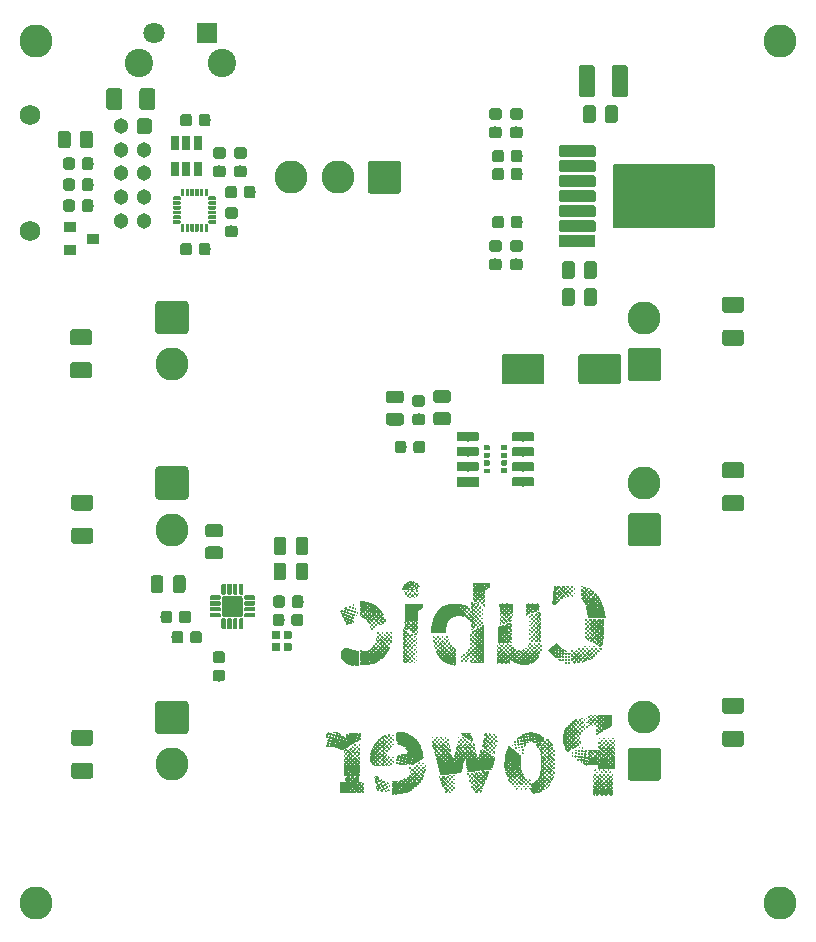
<source format=gbr>
G04 #@! TF.GenerationSoftware,KiCad,Pcbnew,(5.1.0-0)*
G04 #@! TF.CreationDate,2019-06-11T08:39:26-04:00*
G04 #@! TF.ProjectId,Power Board,506f7765-7220-4426-9f61-72642e6b6963,rev?*
G04 #@! TF.SameCoordinates,Original*
G04 #@! TF.FileFunction,Soldermask,Bot*
G04 #@! TF.FilePolarity,Negative*
%FSLAX46Y46*%
G04 Gerber Fmt 4.6, Leading zero omitted, Abs format (unit mm)*
G04 Created by KiCad (PCBNEW (5.1.0-0)) date 2019-06-11 08:39:26*
%MOMM*%
%LPD*%
G04 APERTURE LIST*
%ADD10C,0.010000*%
%ADD11C,0.100000*%
%ADD12C,1.076600*%
%ADD13C,0.976600*%
%ADD14C,1.351600*%
%ADD15C,0.351600*%
%ADD16C,1.781600*%
%ADD17C,0.821600*%
%ADD18R,1.881600X0.821600*%
%ADD19C,0.451600*%
%ADD20R,0.521600X0.451600*%
%ADD21C,1.751600*%
%ADD22C,1.301600*%
%ADD23C,1.401600*%
%ADD24C,1.501600*%
%ADD25C,5.451600*%
%ADD26C,0.991600*%
%ADD27R,3.161600X0.991600*%
%ADD28C,2.401600*%
%ADD29C,1.801600*%
%ADD30R,1.801600X1.801600*%
%ADD31C,2.801600*%
%ADD32R,0.751600X1.161600*%
%ADD33C,0.301600*%
%ADD34C,0.691600*%
%ADD35R,1.001600X0.901600*%
%ADD36C,2.601600*%
G04 APERTURE END LIST*
D10*
G36*
X112137793Y-84262018D02*
G01*
X112126161Y-84262941D01*
X112060089Y-84276193D01*
X112033846Y-84297031D01*
X112050686Y-84317891D01*
X112097535Y-84329534D01*
X112158493Y-84319475D01*
X112191835Y-84295976D01*
X112208294Y-84270144D01*
X112193212Y-84260300D01*
X112137793Y-84262018D01*
X112137793Y-84262018D01*
G37*
X112137793Y-84262018D02*
X112126161Y-84262941D01*
X112060089Y-84276193D01*
X112033846Y-84297031D01*
X112050686Y-84317891D01*
X112097535Y-84329534D01*
X112158493Y-84319475D01*
X112191835Y-84295976D01*
X112208294Y-84270144D01*
X112193212Y-84260300D01*
X112137793Y-84262018D01*
G36*
X112407473Y-84276687D02*
G01*
X112401490Y-84292148D01*
X112431613Y-84318879D01*
X112469259Y-84330386D01*
X112508183Y-84328421D01*
X112512115Y-84314401D01*
X112481639Y-84289179D01*
X112440076Y-84275264D01*
X112407473Y-84276687D01*
X112407473Y-84276687D01*
G37*
X112407473Y-84276687D02*
X112401490Y-84292148D01*
X112431613Y-84318879D01*
X112469259Y-84330386D01*
X112508183Y-84328421D01*
X112512115Y-84314401D01*
X112481639Y-84289179D01*
X112440076Y-84275264D01*
X112407473Y-84276687D01*
G36*
X112583592Y-84389756D02*
G01*
X112575036Y-84442639D01*
X112576628Y-84452552D01*
X112605651Y-84493520D01*
X112657398Y-84507409D01*
X112709294Y-84490127D01*
X112721117Y-84478737D01*
X112733879Y-84447448D01*
X112708690Y-84416018D01*
X112684429Y-84398947D01*
X112622488Y-84373982D01*
X112583592Y-84389756D01*
X112583592Y-84389756D01*
G37*
X112583592Y-84389756D02*
X112575036Y-84442639D01*
X112576628Y-84452552D01*
X112605651Y-84493520D01*
X112657398Y-84507409D01*
X112709294Y-84490127D01*
X112721117Y-84478737D01*
X112733879Y-84447448D01*
X112708690Y-84416018D01*
X112684429Y-84398947D01*
X112622488Y-84373982D01*
X112583592Y-84389756D01*
G36*
X112266177Y-84338537D02*
G01*
X112217251Y-84359551D01*
X112196665Y-84413282D01*
X112195717Y-84420743D01*
X112205459Y-84490260D01*
X112245009Y-84530787D01*
X112302074Y-84533583D01*
X112332953Y-84518361D01*
X112373392Y-84467284D01*
X112375625Y-84409250D01*
X112345718Y-84360590D01*
X112289735Y-84337633D01*
X112266177Y-84338537D01*
X112266177Y-84338537D01*
G37*
X112266177Y-84338537D02*
X112217251Y-84359551D01*
X112196665Y-84413282D01*
X112195717Y-84420743D01*
X112205459Y-84490260D01*
X112245009Y-84530787D01*
X112302074Y-84533583D01*
X112332953Y-84518361D01*
X112373392Y-84467284D01*
X112375625Y-84409250D01*
X112345718Y-84360590D01*
X112289735Y-84337633D01*
X112266177Y-84338537D01*
G36*
X126663050Y-84647978D02*
G01*
X126659860Y-84657248D01*
X126694800Y-84660789D01*
X126730859Y-84656797D01*
X126726550Y-84647978D01*
X126674548Y-84644623D01*
X126663050Y-84647978D01*
X126663050Y-84647978D01*
G37*
X126663050Y-84647978D02*
X126659860Y-84657248D01*
X126694800Y-84660789D01*
X126730859Y-84656797D01*
X126726550Y-84647978D01*
X126674548Y-84644623D01*
X126663050Y-84647978D01*
G36*
X112416828Y-84544093D02*
G01*
X112396935Y-84573781D01*
X112394600Y-84614000D01*
X112400894Y-84667972D01*
X112430582Y-84687865D01*
X112470800Y-84690200D01*
X112524773Y-84683906D01*
X112544666Y-84654218D01*
X112547000Y-84614000D01*
X112540707Y-84560027D01*
X112511019Y-84540134D01*
X112470800Y-84537800D01*
X112416828Y-84544093D01*
X112416828Y-84544093D01*
G37*
X112416828Y-84544093D02*
X112396935Y-84573781D01*
X112394600Y-84614000D01*
X112400894Y-84667972D01*
X112430582Y-84687865D01*
X112470800Y-84690200D01*
X112524773Y-84683906D01*
X112544666Y-84654218D01*
X112547000Y-84614000D01*
X112540707Y-84560027D01*
X112511019Y-84540134D01*
X112470800Y-84537800D01*
X112416828Y-84544093D01*
G36*
X112787470Y-84569550D02*
G01*
X112780525Y-84634696D01*
X112810114Y-84678977D01*
X112851003Y-84690200D01*
X112892726Y-84680862D01*
X112902600Y-84667613D01*
X112887926Y-84633532D01*
X112853688Y-84585063D01*
X112818360Y-84546468D01*
X112799315Y-84546054D01*
X112787470Y-84569550D01*
X112787470Y-84569550D01*
G37*
X112787470Y-84569550D02*
X112780525Y-84634696D01*
X112810114Y-84678977D01*
X112851003Y-84690200D01*
X112892726Y-84680862D01*
X112902600Y-84667613D01*
X112887926Y-84633532D01*
X112853688Y-84585063D01*
X112818360Y-84546468D01*
X112799315Y-84546054D01*
X112787470Y-84569550D01*
G36*
X112040976Y-84532923D02*
G01*
X112013600Y-84563200D01*
X112001348Y-84629733D01*
X112029075Y-84685714D01*
X112087101Y-84714547D01*
X112102500Y-84715600D01*
X112164025Y-84695076D01*
X112191400Y-84664800D01*
X112203653Y-84598266D01*
X112175926Y-84542285D01*
X112117900Y-84513452D01*
X112102500Y-84512400D01*
X112040976Y-84532923D01*
X112040976Y-84532923D01*
G37*
X112040976Y-84532923D02*
X112013600Y-84563200D01*
X112001348Y-84629733D01*
X112029075Y-84685714D01*
X112087101Y-84714547D01*
X112102500Y-84715600D01*
X112164025Y-84695076D01*
X112191400Y-84664800D01*
X112203653Y-84598266D01*
X112175926Y-84542285D01*
X112117900Y-84513452D01*
X112102500Y-84512400D01*
X112040976Y-84532923D01*
G36*
X125810226Y-84685131D02*
G01*
X125805800Y-84702900D01*
X125826132Y-84736574D01*
X125843900Y-84741000D01*
X125877575Y-84720668D01*
X125882000Y-84702900D01*
X125861669Y-84669225D01*
X125843900Y-84664800D01*
X125810226Y-84685131D01*
X125810226Y-84685131D01*
G37*
X125810226Y-84685131D02*
X125805800Y-84702900D01*
X125826132Y-84736574D01*
X125843900Y-84741000D01*
X125877575Y-84720668D01*
X125882000Y-84702900D01*
X125861669Y-84669225D01*
X125843900Y-84664800D01*
X125810226Y-84685131D01*
G36*
X125044581Y-84669761D02*
G01*
X125022510Y-84688748D01*
X125023105Y-84709250D01*
X125051369Y-84742995D01*
X125104832Y-84762694D01*
X125158432Y-84761654D01*
X125178101Y-84750632D01*
X125199283Y-84708576D01*
X125175378Y-84677831D01*
X125111870Y-84664874D01*
X125105438Y-84664800D01*
X125044581Y-84669761D01*
X125044581Y-84669761D01*
G37*
X125044581Y-84669761D02*
X125022510Y-84688748D01*
X125023105Y-84709250D01*
X125051369Y-84742995D01*
X125104832Y-84762694D01*
X125158432Y-84761654D01*
X125178101Y-84750632D01*
X125199283Y-84708576D01*
X125175378Y-84677831D01*
X125111870Y-84664874D01*
X125105438Y-84664800D01*
X125044581Y-84669761D01*
G36*
X125418851Y-84671408D02*
G01*
X125402749Y-84695846D01*
X125404148Y-84709250D01*
X125432569Y-84746190D01*
X125483336Y-84763989D01*
X125529672Y-84754118D01*
X125533796Y-84750538D01*
X125554041Y-84708137D01*
X125530224Y-84676375D01*
X125473738Y-84664800D01*
X125418851Y-84671408D01*
X125418851Y-84671408D01*
G37*
X125418851Y-84671408D02*
X125402749Y-84695846D01*
X125404148Y-84709250D01*
X125432569Y-84746190D01*
X125483336Y-84763989D01*
X125529672Y-84754118D01*
X125533796Y-84750538D01*
X125554041Y-84708137D01*
X125530224Y-84676375D01*
X125473738Y-84664800D01*
X125418851Y-84671408D01*
G36*
X124664469Y-84668892D02*
G01*
X124641720Y-84687272D01*
X124641984Y-84721950D01*
X124668413Y-84770983D01*
X124714551Y-84786616D01*
X124770034Y-84785938D01*
X124797101Y-84776032D01*
X124812676Y-84737541D01*
X124815200Y-84711366D01*
X124803580Y-84679096D01*
X124760478Y-84666076D01*
X124724534Y-84664800D01*
X124664469Y-84668892D01*
X124664469Y-84668892D01*
G37*
X124664469Y-84668892D02*
X124641720Y-84687272D01*
X124641984Y-84721950D01*
X124668413Y-84770983D01*
X124714551Y-84786616D01*
X124770034Y-84785938D01*
X124797101Y-84776032D01*
X124812676Y-84737541D01*
X124815200Y-84711366D01*
X124803580Y-84679096D01*
X124760478Y-84666076D01*
X124724534Y-84664800D01*
X124664469Y-84668892D01*
G36*
X124368916Y-84683849D02*
G01*
X124334839Y-84735093D01*
X124332600Y-84756417D01*
X124347985Y-84805781D01*
X124386530Y-84814343D01*
X124429120Y-84786720D01*
X124452810Y-84744677D01*
X124458656Y-84697556D01*
X124445369Y-84667326D01*
X124436278Y-84664800D01*
X124368916Y-84683849D01*
X124368916Y-84683849D01*
G37*
X124368916Y-84683849D02*
X124334839Y-84735093D01*
X124332600Y-84756417D01*
X124347985Y-84805781D01*
X124386530Y-84814343D01*
X124429120Y-84786720D01*
X124452810Y-84744677D01*
X124458656Y-84697556D01*
X124445369Y-84667326D01*
X124436278Y-84664800D01*
X124368916Y-84683849D01*
G36*
X126834917Y-84756789D02*
G01*
X126809603Y-84797204D01*
X126809100Y-84804847D01*
X126828713Y-84846758D01*
X126872587Y-84865243D01*
X126918275Y-84855978D01*
X126939587Y-84829974D01*
X126940339Y-84780905D01*
X126929471Y-84762310D01*
X126882354Y-84742514D01*
X126834917Y-84756789D01*
X126834917Y-84756789D01*
G37*
X126834917Y-84756789D02*
X126809603Y-84797204D01*
X126809100Y-84804847D01*
X126828713Y-84846758D01*
X126872587Y-84865243D01*
X126918275Y-84855978D01*
X126939587Y-84829974D01*
X126940339Y-84780905D01*
X126929471Y-84762310D01*
X126882354Y-84742514D01*
X126834917Y-84756789D01*
G36*
X127178186Y-84834093D02*
G01*
X127177400Y-84842600D01*
X127198913Y-84862273D01*
X127234550Y-84867611D01*
X127271665Y-84863600D01*
X127262540Y-84848660D01*
X127253600Y-84842600D01*
X127201038Y-84818965D01*
X127178186Y-84834093D01*
X127178186Y-84834093D01*
G37*
X127178186Y-84834093D02*
X127177400Y-84842600D01*
X127198913Y-84862273D01*
X127234550Y-84867611D01*
X127271665Y-84863600D01*
X127262540Y-84848660D01*
X127253600Y-84842600D01*
X127201038Y-84818965D01*
X127178186Y-84834093D01*
G36*
X112243289Y-84707955D02*
G01*
X112204814Y-84729365D01*
X112194738Y-84775818D01*
X112196389Y-84801468D01*
X112210611Y-84859630D01*
X112247235Y-84884276D01*
X112271857Y-84888535D01*
X112337787Y-84878750D01*
X112363786Y-84853177D01*
X112381660Y-84783360D01*
X112357972Y-84729869D01*
X112301655Y-84703473D01*
X112243289Y-84707955D01*
X112243289Y-84707955D01*
G37*
X112243289Y-84707955D02*
X112204814Y-84729365D01*
X112194738Y-84775818D01*
X112196389Y-84801468D01*
X112210611Y-84859630D01*
X112247235Y-84884276D01*
X112271857Y-84888535D01*
X112337787Y-84878750D01*
X112363786Y-84853177D01*
X112381660Y-84783360D01*
X112357972Y-84729869D01*
X112301655Y-84703473D01*
X112243289Y-84707955D01*
G36*
X112612426Y-84735846D02*
G01*
X112582744Y-84782570D01*
X112587180Y-84834746D01*
X112589296Y-84838379D01*
X112637830Y-84881970D01*
X112692033Y-84881740D01*
X112722549Y-84858012D01*
X112736660Y-84809026D01*
X112720384Y-84755370D01*
X112683124Y-84719735D01*
X112663517Y-84715600D01*
X112612426Y-84735846D01*
X112612426Y-84735846D01*
G37*
X112612426Y-84735846D02*
X112582744Y-84782570D01*
X112587180Y-84834746D01*
X112589296Y-84838379D01*
X112637830Y-84881970D01*
X112692033Y-84881740D01*
X112722549Y-84858012D01*
X112736660Y-84809026D01*
X112720384Y-84755370D01*
X112683124Y-84719735D01*
X112663517Y-84715600D01*
X112612426Y-84735846D01*
G36*
X111865959Y-84330936D02*
G01*
X111820456Y-84382431D01*
X111801027Y-84443114D01*
X111803146Y-84462002D01*
X111807127Y-84499176D01*
X111783318Y-84511165D01*
X111736734Y-84508501D01*
X111661190Y-84516818D01*
X111618967Y-84562717D01*
X111607589Y-84633050D01*
X111596107Y-84674919D01*
X111576816Y-84683850D01*
X111551862Y-84701251D01*
X111524312Y-84750021D01*
X111501364Y-84811683D01*
X111490216Y-84867757D01*
X111494309Y-84895678D01*
X111525041Y-84906451D01*
X111592362Y-84913700D01*
X111682183Y-84917397D01*
X111780413Y-84917511D01*
X111872963Y-84914015D01*
X111945740Y-84906878D01*
X111983735Y-84896697D01*
X112006314Y-84855645D01*
X112008483Y-84804500D01*
X111804050Y-84804500D01*
X111793040Y-84853365D01*
X111752074Y-84867922D01*
X111746687Y-84868000D01*
X111697471Y-84850997D01*
X111677184Y-84804500D01*
X111675337Y-84758477D01*
X111703736Y-84742379D01*
X111734548Y-84741000D01*
X111785852Y-84749496D01*
X111803180Y-84784307D01*
X111804050Y-84804500D01*
X112008483Y-84804500D01*
X112009135Y-84789136D01*
X111996588Y-84728443D01*
X111965653Y-84701703D01*
X111931050Y-84694862D01*
X111880297Y-84678217D01*
X111861200Y-84652490D01*
X111852342Y-84597940D01*
X111846459Y-84579738D01*
X111849387Y-84551264D01*
X111891942Y-84536189D01*
X111916309Y-84533211D01*
X111976228Y-84520472D01*
X112002466Y-84488411D01*
X112009086Y-84453714D01*
X112001636Y-84378479D01*
X111966528Y-84325595D01*
X111921590Y-84309200D01*
X111865959Y-84330936D01*
X111865959Y-84330936D01*
G37*
X111865959Y-84330936D02*
X111820456Y-84382431D01*
X111801027Y-84443114D01*
X111803146Y-84462002D01*
X111807127Y-84499176D01*
X111783318Y-84511165D01*
X111736734Y-84508501D01*
X111661190Y-84516818D01*
X111618967Y-84562717D01*
X111607589Y-84633050D01*
X111596107Y-84674919D01*
X111576816Y-84683850D01*
X111551862Y-84701251D01*
X111524312Y-84750021D01*
X111501364Y-84811683D01*
X111490216Y-84867757D01*
X111494309Y-84895678D01*
X111525041Y-84906451D01*
X111592362Y-84913700D01*
X111682183Y-84917397D01*
X111780413Y-84917511D01*
X111872963Y-84914015D01*
X111945740Y-84906878D01*
X111983735Y-84896697D01*
X112006314Y-84855645D01*
X112008483Y-84804500D01*
X111804050Y-84804500D01*
X111793040Y-84853365D01*
X111752074Y-84867922D01*
X111746687Y-84868000D01*
X111697471Y-84850997D01*
X111677184Y-84804500D01*
X111675337Y-84758477D01*
X111703736Y-84742379D01*
X111734548Y-84741000D01*
X111785852Y-84749496D01*
X111803180Y-84784307D01*
X111804050Y-84804500D01*
X112008483Y-84804500D01*
X112009135Y-84789136D01*
X111996588Y-84728443D01*
X111965653Y-84701703D01*
X111931050Y-84694862D01*
X111880297Y-84678217D01*
X111861200Y-84652490D01*
X111852342Y-84597940D01*
X111846459Y-84579738D01*
X111849387Y-84551264D01*
X111891942Y-84536189D01*
X111916309Y-84533211D01*
X111976228Y-84520472D01*
X112002466Y-84488411D01*
X112009086Y-84453714D01*
X112001636Y-84378479D01*
X111966528Y-84325595D01*
X111921590Y-84309200D01*
X111865959Y-84330936D01*
G36*
X112070750Y-84901291D02*
G01*
X112062845Y-84908653D01*
X112097967Y-84912661D01*
X112115200Y-84912907D01*
X112161411Y-84910258D01*
X112166857Y-84903665D01*
X112159650Y-84901291D01*
X112095230Y-84897340D01*
X112070750Y-84901291D01*
X112070750Y-84901291D01*
G37*
X112070750Y-84901291D02*
X112062845Y-84908653D01*
X112097967Y-84912661D01*
X112115200Y-84912907D01*
X112161411Y-84910258D01*
X112166857Y-84903665D01*
X112159650Y-84901291D01*
X112095230Y-84897340D01*
X112070750Y-84901291D01*
G36*
X112439050Y-84901978D02*
G01*
X112435860Y-84911248D01*
X112470800Y-84914789D01*
X112506859Y-84910797D01*
X112502550Y-84901978D01*
X112450548Y-84898623D01*
X112439050Y-84901978D01*
X112439050Y-84901978D01*
G37*
X112439050Y-84901978D02*
X112435860Y-84911248D01*
X112470800Y-84914789D01*
X112506859Y-84910797D01*
X112502550Y-84901978D01*
X112450548Y-84898623D01*
X112439050Y-84901978D01*
G36*
X126011866Y-84863172D02*
G01*
X126009000Y-84880700D01*
X126022716Y-84914501D01*
X126034400Y-84918800D01*
X126056935Y-84898227D01*
X126059800Y-84880700D01*
X126046085Y-84846898D01*
X126034400Y-84842600D01*
X126011866Y-84863172D01*
X126011866Y-84863172D01*
G37*
X126011866Y-84863172D02*
X126009000Y-84880700D01*
X126022716Y-84914501D01*
X126034400Y-84918800D01*
X126056935Y-84898227D01*
X126059800Y-84880700D01*
X126046085Y-84846898D01*
X126034400Y-84842600D01*
X126011866Y-84863172D01*
G36*
X125264210Y-84806284D02*
G01*
X125231033Y-84841744D01*
X125221600Y-84883417D01*
X125232595Y-84929686D01*
X125275108Y-84943978D01*
X125285898Y-84944200D01*
X125340298Y-84930029D01*
X125365571Y-84904130D01*
X125362264Y-84854363D01*
X125326594Y-84814891D01*
X125276513Y-84803041D01*
X125264210Y-84806284D01*
X125264210Y-84806284D01*
G37*
X125264210Y-84806284D02*
X125231033Y-84841744D01*
X125221600Y-84883417D01*
X125232595Y-84929686D01*
X125275108Y-84943978D01*
X125285898Y-84944200D01*
X125340298Y-84930029D01*
X125365571Y-84904130D01*
X125362264Y-84854363D01*
X125326594Y-84814891D01*
X125276513Y-84803041D01*
X125264210Y-84806284D01*
G36*
X125624369Y-84838387D02*
G01*
X125606438Y-84878316D01*
X125607365Y-84886681D01*
X125633579Y-84927198D01*
X125676622Y-84938987D01*
X125714053Y-84918156D01*
X125720350Y-84906269D01*
X125720643Y-84856637D01*
X125709280Y-84837520D01*
X125666050Y-84821219D01*
X125624369Y-84838387D01*
X125624369Y-84838387D01*
G37*
X125624369Y-84838387D02*
X125606438Y-84878316D01*
X125607365Y-84886681D01*
X125633579Y-84927198D01*
X125676622Y-84938987D01*
X125714053Y-84918156D01*
X125720350Y-84906269D01*
X125720643Y-84856637D01*
X125709280Y-84837520D01*
X125666050Y-84821219D01*
X125624369Y-84838387D01*
G36*
X124499936Y-84781756D02*
G01*
X124499911Y-84781766D01*
X124468332Y-84814372D01*
X124464583Y-84877592D01*
X124478785Y-84935784D01*
X124515340Y-84960453D01*
X124540057Y-84964735D01*
X124605987Y-84954950D01*
X124631986Y-84929377D01*
X124647571Y-84861519D01*
X124623398Y-84806070D01*
X124570506Y-84775369D01*
X124499936Y-84781756D01*
X124499936Y-84781756D01*
G37*
X124499936Y-84781756D02*
X124499911Y-84781766D01*
X124468332Y-84814372D01*
X124464583Y-84877592D01*
X124478785Y-84935784D01*
X124515340Y-84960453D01*
X124540057Y-84964735D01*
X124605987Y-84954950D01*
X124631986Y-84929377D01*
X124647571Y-84861519D01*
X124623398Y-84806070D01*
X124570506Y-84775369D01*
X124499936Y-84781756D01*
G36*
X124870484Y-84813296D02*
G01*
X124854615Y-84849735D01*
X124853300Y-84880700D01*
X124862855Y-84938962D01*
X124897326Y-84962841D01*
X124906323Y-84964475D01*
X124965147Y-84952596D01*
X124993750Y-84930596D01*
X125012212Y-84878242D01*
X124989595Y-84831982D01*
X124934951Y-84806134D01*
X124914032Y-84804500D01*
X124870484Y-84813296D01*
X124870484Y-84813296D01*
G37*
X124870484Y-84813296D02*
X124854615Y-84849735D01*
X124853300Y-84880700D01*
X124862855Y-84938962D01*
X124897326Y-84962841D01*
X124906323Y-84964475D01*
X124965147Y-84952596D01*
X124993750Y-84930596D01*
X125012212Y-84878242D01*
X124989595Y-84831982D01*
X124934951Y-84806134D01*
X124914032Y-84804500D01*
X124870484Y-84813296D01*
G36*
X111607200Y-85058500D02*
G01*
X111619900Y-85071200D01*
X111632600Y-85058500D01*
X111619900Y-85045800D01*
X111607200Y-85058500D01*
X111607200Y-85058500D01*
G37*
X111607200Y-85058500D02*
X111619900Y-85071200D01*
X111632600Y-85058500D01*
X111619900Y-85045800D01*
X111607200Y-85058500D01*
G36*
X126655578Y-84928847D02*
G01*
X126647013Y-84968414D01*
X126648663Y-84986691D01*
X126668186Y-85047203D01*
X126702939Y-85063574D01*
X126744630Y-85034269D01*
X126765228Y-84980536D01*
X126744798Y-84936232D01*
X126693911Y-84918800D01*
X126655578Y-84928847D01*
X126655578Y-84928847D01*
G37*
X126655578Y-84928847D02*
X126647013Y-84968414D01*
X126648663Y-84986691D01*
X126668186Y-85047203D01*
X126702939Y-85063574D01*
X126744630Y-85034269D01*
X126765228Y-84980536D01*
X126744798Y-84936232D01*
X126693911Y-84918800D01*
X126655578Y-84928847D01*
G36*
X127056968Y-84923462D02*
G01*
X127000416Y-84944131D01*
X126979235Y-84974236D01*
X126992656Y-85017782D01*
X127036057Y-85049353D01*
X127088668Y-85054807D01*
X127094850Y-85052951D01*
X127119111Y-85021754D01*
X127126600Y-84978496D01*
X127118923Y-84933517D01*
X127085482Y-84921388D01*
X127056968Y-84923462D01*
X127056968Y-84923462D01*
G37*
X127056968Y-84923462D02*
X127000416Y-84944131D01*
X126979235Y-84974236D01*
X126992656Y-85017782D01*
X127036057Y-85049353D01*
X127088668Y-85054807D01*
X127094850Y-85052951D01*
X127119111Y-85021754D01*
X127126600Y-84978496D01*
X127118923Y-84933517D01*
X127085482Y-84921388D01*
X127056968Y-84923462D01*
G36*
X127355918Y-84971381D02*
G01*
X127363126Y-85020852D01*
X127393842Y-85055158D01*
X127395378Y-85055782D01*
X127436865Y-85069155D01*
X127460736Y-85058115D01*
X127480301Y-85035388D01*
X127493561Y-85002328D01*
X127466286Y-84969332D01*
X127453872Y-84960247D01*
X127405332Y-84935472D01*
X127376461Y-84934058D01*
X127355918Y-84971381D01*
X127355918Y-84971381D01*
G37*
X127355918Y-84971381D02*
X127363126Y-85020852D01*
X127393842Y-85055158D01*
X127395378Y-85055782D01*
X127436865Y-85069155D01*
X127460736Y-85058115D01*
X127480301Y-85035388D01*
X127493561Y-85002328D01*
X127466286Y-84969332D01*
X127453872Y-84960247D01*
X127405332Y-84935472D01*
X127376461Y-84934058D01*
X127355918Y-84971381D01*
G36*
X111907967Y-85046405D02*
G01*
X111914146Y-85075506D01*
X111948759Y-85092112D01*
X111982649Y-85079840D01*
X111988200Y-85058500D01*
X111969941Y-85026473D01*
X111943750Y-85025235D01*
X111907967Y-85046405D01*
X111907967Y-85046405D01*
G37*
X111907967Y-85046405D02*
X111914146Y-85075506D01*
X111948759Y-85092112D01*
X111982649Y-85079840D01*
X111988200Y-85058500D01*
X111969941Y-85026473D01*
X111943750Y-85025235D01*
X111907967Y-85046405D01*
G36*
X112277029Y-85036281D02*
G01*
X112267600Y-85058500D01*
X112288776Y-85089528D01*
X112318400Y-85096600D01*
X112359772Y-85080718D01*
X112369200Y-85058500D01*
X112348025Y-85027471D01*
X112318400Y-85020400D01*
X112277029Y-85036281D01*
X112277029Y-85036281D01*
G37*
X112277029Y-85036281D02*
X112267600Y-85058500D01*
X112288776Y-85089528D01*
X112318400Y-85096600D01*
X112359772Y-85080718D01*
X112369200Y-85058500D01*
X112348025Y-85027471D01*
X112318400Y-85020400D01*
X112277029Y-85036281D01*
G36*
X112653026Y-85040731D02*
G01*
X112648600Y-85058500D01*
X112668932Y-85092174D01*
X112686700Y-85096600D01*
X112720375Y-85076268D01*
X112724800Y-85058500D01*
X112704469Y-85024825D01*
X112686700Y-85020400D01*
X112653026Y-85040731D01*
X112653026Y-85040731D01*
G37*
X112653026Y-85040731D02*
X112648600Y-85058500D01*
X112668932Y-85092174D01*
X112686700Y-85096600D01*
X112720375Y-85076268D01*
X112724800Y-85058500D01*
X112704469Y-85024825D01*
X112686700Y-85020400D01*
X112653026Y-85040731D01*
G36*
X125813971Y-85034519D02*
G01*
X125810288Y-85062745D01*
X125834354Y-85105825D01*
X125871965Y-85116108D01*
X125889938Y-85105595D01*
X125907932Y-85062018D01*
X125885200Y-85027759D01*
X125854738Y-85020400D01*
X125813971Y-85034519D01*
X125813971Y-85034519D01*
G37*
X125813971Y-85034519D02*
X125810288Y-85062745D01*
X125834354Y-85105825D01*
X125871965Y-85116108D01*
X125889938Y-85105595D01*
X125907932Y-85062018D01*
X125885200Y-85027759D01*
X125854738Y-85020400D01*
X125813971Y-85034519D01*
G36*
X125044860Y-85009694D02*
G01*
X125023658Y-85054035D01*
X125031173Y-85096827D01*
X125068435Y-85139360D01*
X125107300Y-85147400D01*
X125164175Y-85127396D01*
X125183428Y-85096827D01*
X125187777Y-85033818D01*
X125151066Y-85000696D01*
X125107300Y-84995000D01*
X125044860Y-85009694D01*
X125044860Y-85009694D01*
G37*
X125044860Y-85009694D02*
X125023658Y-85054035D01*
X125031173Y-85096827D01*
X125068435Y-85139360D01*
X125107300Y-85147400D01*
X125164175Y-85127396D01*
X125183428Y-85096827D01*
X125187777Y-85033818D01*
X125151066Y-85000696D01*
X125107300Y-84995000D01*
X125044860Y-85009694D01*
G36*
X125460130Y-85002270D02*
G01*
X125417330Y-85027722D01*
X125403511Y-85055456D01*
X125412682Y-85105034D01*
X125449580Y-85137503D01*
X125496340Y-85145946D01*
X125535093Y-85123448D01*
X125542615Y-85109300D01*
X125547111Y-85052392D01*
X125541932Y-85031318D01*
X125509110Y-85002170D01*
X125460130Y-85002270D01*
X125460130Y-85002270D01*
G37*
X125460130Y-85002270D02*
X125417330Y-85027722D01*
X125403511Y-85055456D01*
X125412682Y-85105034D01*
X125449580Y-85137503D01*
X125496340Y-85145946D01*
X125535093Y-85123448D01*
X125542615Y-85109300D01*
X125547111Y-85052392D01*
X125541932Y-85031318D01*
X125509110Y-85002170D01*
X125460130Y-85002270D01*
G36*
X124670478Y-84990138D02*
G01*
X124646964Y-85022992D01*
X124642228Y-85050441D01*
X124655029Y-85115507D01*
X124703773Y-85152323D01*
X124772200Y-85153517D01*
X124804627Y-85131757D01*
X124811552Y-85078903D01*
X124810300Y-85062708D01*
X124798498Y-85006454D01*
X124767355Y-84985050D01*
X124726300Y-84982300D01*
X124670478Y-84990138D01*
X124670478Y-84990138D01*
G37*
X124670478Y-84990138D02*
X124646964Y-85022992D01*
X124642228Y-85050441D01*
X124655029Y-85115507D01*
X124703773Y-85152323D01*
X124772200Y-85153517D01*
X124804627Y-85131757D01*
X124811552Y-85078903D01*
X124810300Y-85062708D01*
X124798498Y-85006454D01*
X124767355Y-84985050D01*
X124726300Y-84982300D01*
X124670478Y-84990138D01*
G36*
X117474600Y-84563200D02*
G01*
X117478679Y-84643065D01*
X117492801Y-84682073D01*
X117512700Y-84690200D01*
X117543343Y-84712280D01*
X117550800Y-84753700D01*
X117537552Y-84804771D01*
X117512700Y-84817200D01*
X117488674Y-84830871D01*
X117476983Y-84878157D01*
X117474600Y-84943402D01*
X117477476Y-85018719D01*
X117488280Y-85053016D01*
X117510278Y-85055861D01*
X117512700Y-85054985D01*
X117542670Y-85058475D01*
X117551189Y-85100232D01*
X117564668Y-85177076D01*
X117607919Y-85214599D01*
X117680464Y-85219134D01*
X117741157Y-85206587D01*
X117767897Y-85175652D01*
X117774738Y-85141050D01*
X117789689Y-85089946D01*
X117829483Y-85072294D01*
X117855600Y-85071200D01*
X117909882Y-85079900D01*
X117932454Y-85116120D01*
X117936463Y-85141050D01*
X117948568Y-85188471D01*
X117980911Y-85207719D01*
X118033400Y-85210900D01*
X118094356Y-85205676D01*
X118121578Y-85182003D01*
X118130338Y-85141050D01*
X118144921Y-85090380D01*
X118183792Y-85072502D01*
X118212888Y-85071200D01*
X118269064Y-85080492D01*
X118287279Y-85112492D01*
X118287400Y-85116920D01*
X118309539Y-85181666D01*
X118365181Y-85219570D01*
X118394080Y-85223600D01*
X118426131Y-85211239D01*
X118438788Y-85166183D01*
X118439800Y-85134700D01*
X118437721Y-85059127D01*
X118427646Y-85021717D01*
X118403819Y-85009881D01*
X118382650Y-85009716D01*
X118347921Y-84994615D01*
X118338200Y-84944265D01*
X118339503Y-84934132D01*
X118109600Y-84934132D01*
X118104968Y-84969104D01*
X118082778Y-84990615D01*
X118030590Y-85006388D01*
X117976250Y-85016940D01*
X117961744Y-84998139D01*
X117957200Y-84959782D01*
X117961051Y-84944200D01*
X117728600Y-84944200D01*
X117718110Y-84992536D01*
X117676803Y-85007431D01*
X117665100Y-85007700D01*
X117616764Y-84997209D01*
X117601869Y-84955902D01*
X117601600Y-84944200D01*
X117612091Y-84895863D01*
X117653398Y-84880968D01*
X117665100Y-84880700D01*
X117713437Y-84891190D01*
X117728332Y-84932497D01*
X117728600Y-84944200D01*
X117961051Y-84944200D01*
X117968587Y-84913710D01*
X118012089Y-84891802D01*
X118033400Y-84887981D01*
X118087207Y-84885573D01*
X118107372Y-84906649D01*
X118109600Y-84934132D01*
X118339503Y-84934132D01*
X118344229Y-84897414D01*
X118372855Y-84883989D01*
X118412599Y-84887717D01*
X118464605Y-84903041D01*
X118474635Y-84931768D01*
X118472109Y-84940468D01*
X118475004Y-84955097D01*
X118505909Y-84931328D01*
X118518361Y-84918800D01*
X118551475Y-84875430D01*
X118554975Y-84849648D01*
X118551454Y-84847800D01*
X118532294Y-84820051D01*
X118526054Y-84765308D01*
X118526409Y-84763225D01*
X118287400Y-84763225D01*
X118279841Y-84816205D01*
X118248237Y-84834910D01*
X118223900Y-84836250D01*
X118177831Y-84827556D01*
X118161565Y-84791211D01*
X118160400Y-84763225D01*
X117906400Y-84763225D01*
X117898841Y-84816205D01*
X117867237Y-84834910D01*
X117842900Y-84836250D01*
X117796831Y-84827556D01*
X117780565Y-84791211D01*
X117779400Y-84763225D01*
X117786960Y-84710244D01*
X117818564Y-84691539D01*
X117842900Y-84690200D01*
X117888970Y-84698893D01*
X117905236Y-84735238D01*
X117906400Y-84763225D01*
X118160400Y-84763225D01*
X118167960Y-84710244D01*
X118199564Y-84691539D01*
X118223900Y-84690200D01*
X118269970Y-84698893D01*
X118286236Y-84735238D01*
X118287400Y-84763225D01*
X118526409Y-84763225D01*
X118535257Y-84711408D01*
X118567251Y-84691963D01*
X118596173Y-84690257D01*
X118644039Y-84697205D01*
X118653631Y-84725309D01*
X118650360Y-84741000D01*
X118647435Y-84778107D01*
X118669893Y-84789172D01*
X118725076Y-84774899D01*
X118779599Y-84753359D01*
X118832383Y-84728582D01*
X118859751Y-84700558D01*
X118870043Y-84653168D01*
X118871600Y-84575559D01*
X118871600Y-84571461D01*
X118835492Y-84571461D01*
X118833265Y-84621378D01*
X118803080Y-84638367D01*
X118780968Y-84639400D01*
X118735823Y-84630148D01*
X118720140Y-84592294D01*
X118719200Y-84567444D01*
X118719357Y-84566375D01*
X118465200Y-84566375D01*
X118457641Y-84619355D01*
X118426037Y-84638060D01*
X118401700Y-84639400D01*
X118355631Y-84630706D01*
X118350625Y-84619520D01*
X118091681Y-84619520D01*
X118065619Y-84637633D01*
X118033400Y-84639400D01*
X117985891Y-84632888D01*
X117973063Y-84602737D01*
X117976384Y-84568642D01*
X117977278Y-84566375D01*
X117728600Y-84566375D01*
X117720745Y-84619662D01*
X117689174Y-84638314D01*
X117669334Y-84639400D01*
X117626086Y-84629721D01*
X117610948Y-84590820D01*
X117610067Y-84566375D01*
X117617922Y-84513087D01*
X117649494Y-84494435D01*
X117669334Y-84493350D01*
X117712581Y-84503028D01*
X117727719Y-84541929D01*
X117728600Y-84566375D01*
X117977278Y-84566375D01*
X117998850Y-84511697D01*
X118033400Y-84497885D01*
X118074072Y-84519294D01*
X118090417Y-84568642D01*
X118091681Y-84619520D01*
X118350625Y-84619520D01*
X118339365Y-84594361D01*
X118338200Y-84566375D01*
X118345760Y-84513394D01*
X118377364Y-84494689D01*
X118401700Y-84493350D01*
X118447770Y-84502043D01*
X118464036Y-84538388D01*
X118465200Y-84566375D01*
X118719357Y-84566375D01*
X118726881Y-84515306D01*
X118757084Y-84499201D01*
X118773724Y-84499506D01*
X118818682Y-84519943D01*
X118835492Y-84571461D01*
X118871600Y-84571461D01*
X118871600Y-84436200D01*
X117474600Y-84436200D01*
X117474600Y-84563200D01*
X117474600Y-84563200D01*
G37*
X117474600Y-84563200D02*
X117478679Y-84643065D01*
X117492801Y-84682073D01*
X117512700Y-84690200D01*
X117543343Y-84712280D01*
X117550800Y-84753700D01*
X117537552Y-84804771D01*
X117512700Y-84817200D01*
X117488674Y-84830871D01*
X117476983Y-84878157D01*
X117474600Y-84943402D01*
X117477476Y-85018719D01*
X117488280Y-85053016D01*
X117510278Y-85055861D01*
X117512700Y-85054985D01*
X117542670Y-85058475D01*
X117551189Y-85100232D01*
X117564668Y-85177076D01*
X117607919Y-85214599D01*
X117680464Y-85219134D01*
X117741157Y-85206587D01*
X117767897Y-85175652D01*
X117774738Y-85141050D01*
X117789689Y-85089946D01*
X117829483Y-85072294D01*
X117855600Y-85071200D01*
X117909882Y-85079900D01*
X117932454Y-85116120D01*
X117936463Y-85141050D01*
X117948568Y-85188471D01*
X117980911Y-85207719D01*
X118033400Y-85210900D01*
X118094356Y-85205676D01*
X118121578Y-85182003D01*
X118130338Y-85141050D01*
X118144921Y-85090380D01*
X118183792Y-85072502D01*
X118212888Y-85071200D01*
X118269064Y-85080492D01*
X118287279Y-85112492D01*
X118287400Y-85116920D01*
X118309539Y-85181666D01*
X118365181Y-85219570D01*
X118394080Y-85223600D01*
X118426131Y-85211239D01*
X118438788Y-85166183D01*
X118439800Y-85134700D01*
X118437721Y-85059127D01*
X118427646Y-85021717D01*
X118403819Y-85009881D01*
X118382650Y-85009716D01*
X118347921Y-84994615D01*
X118338200Y-84944265D01*
X118339503Y-84934132D01*
X118109600Y-84934132D01*
X118104968Y-84969104D01*
X118082778Y-84990615D01*
X118030590Y-85006388D01*
X117976250Y-85016940D01*
X117961744Y-84998139D01*
X117957200Y-84959782D01*
X117961051Y-84944200D01*
X117728600Y-84944200D01*
X117718110Y-84992536D01*
X117676803Y-85007431D01*
X117665100Y-85007700D01*
X117616764Y-84997209D01*
X117601869Y-84955902D01*
X117601600Y-84944200D01*
X117612091Y-84895863D01*
X117653398Y-84880968D01*
X117665100Y-84880700D01*
X117713437Y-84891190D01*
X117728332Y-84932497D01*
X117728600Y-84944200D01*
X117961051Y-84944200D01*
X117968587Y-84913710D01*
X118012089Y-84891802D01*
X118033400Y-84887981D01*
X118087207Y-84885573D01*
X118107372Y-84906649D01*
X118109600Y-84934132D01*
X118339503Y-84934132D01*
X118344229Y-84897414D01*
X118372855Y-84883989D01*
X118412599Y-84887717D01*
X118464605Y-84903041D01*
X118474635Y-84931768D01*
X118472109Y-84940468D01*
X118475004Y-84955097D01*
X118505909Y-84931328D01*
X118518361Y-84918800D01*
X118551475Y-84875430D01*
X118554975Y-84849648D01*
X118551454Y-84847800D01*
X118532294Y-84820051D01*
X118526054Y-84765308D01*
X118526409Y-84763225D01*
X118287400Y-84763225D01*
X118279841Y-84816205D01*
X118248237Y-84834910D01*
X118223900Y-84836250D01*
X118177831Y-84827556D01*
X118161565Y-84791211D01*
X118160400Y-84763225D01*
X117906400Y-84763225D01*
X117898841Y-84816205D01*
X117867237Y-84834910D01*
X117842900Y-84836250D01*
X117796831Y-84827556D01*
X117780565Y-84791211D01*
X117779400Y-84763225D01*
X117786960Y-84710244D01*
X117818564Y-84691539D01*
X117842900Y-84690200D01*
X117888970Y-84698893D01*
X117905236Y-84735238D01*
X117906400Y-84763225D01*
X118160400Y-84763225D01*
X118167960Y-84710244D01*
X118199564Y-84691539D01*
X118223900Y-84690200D01*
X118269970Y-84698893D01*
X118286236Y-84735238D01*
X118287400Y-84763225D01*
X118526409Y-84763225D01*
X118535257Y-84711408D01*
X118567251Y-84691963D01*
X118596173Y-84690257D01*
X118644039Y-84697205D01*
X118653631Y-84725309D01*
X118650360Y-84741000D01*
X118647435Y-84778107D01*
X118669893Y-84789172D01*
X118725076Y-84774899D01*
X118779599Y-84753359D01*
X118832383Y-84728582D01*
X118859751Y-84700558D01*
X118870043Y-84653168D01*
X118871600Y-84575559D01*
X118871600Y-84571461D01*
X118835492Y-84571461D01*
X118833265Y-84621378D01*
X118803080Y-84638367D01*
X118780968Y-84639400D01*
X118735823Y-84630148D01*
X118720140Y-84592294D01*
X118719200Y-84567444D01*
X118719357Y-84566375D01*
X118465200Y-84566375D01*
X118457641Y-84619355D01*
X118426037Y-84638060D01*
X118401700Y-84639400D01*
X118355631Y-84630706D01*
X118350625Y-84619520D01*
X118091681Y-84619520D01*
X118065619Y-84637633D01*
X118033400Y-84639400D01*
X117985891Y-84632888D01*
X117973063Y-84602737D01*
X117976384Y-84568642D01*
X117977278Y-84566375D01*
X117728600Y-84566375D01*
X117720745Y-84619662D01*
X117689174Y-84638314D01*
X117669334Y-84639400D01*
X117626086Y-84629721D01*
X117610948Y-84590820D01*
X117610067Y-84566375D01*
X117617922Y-84513087D01*
X117649494Y-84494435D01*
X117669334Y-84493350D01*
X117712581Y-84503028D01*
X117727719Y-84541929D01*
X117728600Y-84566375D01*
X117977278Y-84566375D01*
X117998850Y-84511697D01*
X118033400Y-84497885D01*
X118074072Y-84519294D01*
X118090417Y-84568642D01*
X118091681Y-84619520D01*
X118350625Y-84619520D01*
X118339365Y-84594361D01*
X118338200Y-84566375D01*
X118345760Y-84513394D01*
X118377364Y-84494689D01*
X118401700Y-84493350D01*
X118447770Y-84502043D01*
X118464036Y-84538388D01*
X118465200Y-84566375D01*
X118719357Y-84566375D01*
X118726881Y-84515306D01*
X118757084Y-84499201D01*
X118773724Y-84499506D01*
X118818682Y-84519943D01*
X118835492Y-84571461D01*
X118871600Y-84571461D01*
X118871600Y-84436200D01*
X117474600Y-84436200D01*
X117474600Y-84563200D01*
G36*
X112801000Y-85236300D02*
G01*
X112813700Y-85249000D01*
X112826400Y-85236300D01*
X112813700Y-85223600D01*
X112801000Y-85236300D01*
X112801000Y-85236300D01*
G37*
X112801000Y-85236300D02*
X112813700Y-85249000D01*
X112826400Y-85236300D01*
X112813700Y-85223600D01*
X112801000Y-85236300D01*
G36*
X126878950Y-85101262D02*
G01*
X126826629Y-85117436D01*
X126809565Y-85158655D01*
X126809100Y-85172800D01*
X126823996Y-85226279D01*
X126860946Y-85243721D01*
X126911417Y-85242022D01*
X126930796Y-85233138D01*
X126944878Y-85195974D01*
X126948800Y-85154179D01*
X126940788Y-85110741D01*
X126906479Y-85099216D01*
X126878950Y-85101262D01*
X126878950Y-85101262D01*
G37*
X126878950Y-85101262D02*
X126826629Y-85117436D01*
X126809565Y-85158655D01*
X126809100Y-85172800D01*
X126823996Y-85226279D01*
X126860946Y-85243721D01*
X126911417Y-85242022D01*
X126930796Y-85233138D01*
X126944878Y-85195974D01*
X126948800Y-85154179D01*
X126940788Y-85110741D01*
X126906479Y-85099216D01*
X126878950Y-85101262D01*
G36*
X127192998Y-85103805D02*
G01*
X127179952Y-85135989D01*
X127182063Y-85166450D01*
X127204810Y-85218466D01*
X127247234Y-85246325D01*
X127292066Y-85244237D01*
X127319932Y-85212681D01*
X127324457Y-85147871D01*
X127287150Y-85106203D01*
X127240011Y-85096600D01*
X127192998Y-85103805D01*
X127192998Y-85103805D01*
G37*
X127192998Y-85103805D02*
X127179952Y-85135989D01*
X127182063Y-85166450D01*
X127204810Y-85218466D01*
X127247234Y-85246325D01*
X127292066Y-85244237D01*
X127319932Y-85212681D01*
X127324457Y-85147871D01*
X127287150Y-85106203D01*
X127240011Y-85096600D01*
X127192998Y-85103805D01*
G36*
X127557566Y-85123095D02*
G01*
X127545700Y-85172800D01*
X127559661Y-85225124D01*
X127602964Y-85244431D01*
X127656543Y-85235205D01*
X127675532Y-85212681D01*
X127681185Y-85149798D01*
X127650756Y-85108786D01*
X127602964Y-85101168D01*
X127557566Y-85123095D01*
X127557566Y-85123095D01*
G37*
X127557566Y-85123095D02*
X127545700Y-85172800D01*
X127559661Y-85225124D01*
X127602964Y-85244431D01*
X127656543Y-85235205D01*
X127675532Y-85212681D01*
X127681185Y-85149798D01*
X127650756Y-85108786D01*
X127602964Y-85101168D01*
X127557566Y-85123095D01*
G36*
X126009739Y-85242928D02*
G01*
X126009000Y-85249000D01*
X126028329Y-85273661D01*
X126034400Y-85274400D01*
X126059062Y-85255071D01*
X126059800Y-85249000D01*
X126040472Y-85224338D01*
X126034400Y-85223600D01*
X126009739Y-85242928D01*
X126009739Y-85242928D01*
G37*
X126009739Y-85242928D02*
X126009000Y-85249000D01*
X126028329Y-85273661D01*
X126034400Y-85274400D01*
X126059062Y-85255071D01*
X126059800Y-85249000D01*
X126040472Y-85224338D01*
X126034400Y-85223600D01*
X126009739Y-85242928D01*
G36*
X125610518Y-85216886D02*
G01*
X125602600Y-85249000D01*
X125622156Y-85287508D01*
X125665087Y-85301444D01*
X125707789Y-85285560D01*
X125716900Y-85274400D01*
X125720766Y-85232291D01*
X125685410Y-85203475D01*
X125651901Y-85198200D01*
X125610518Y-85216886D01*
X125610518Y-85216886D01*
G37*
X125610518Y-85216886D02*
X125602600Y-85249000D01*
X125622156Y-85287508D01*
X125665087Y-85301444D01*
X125707789Y-85285560D01*
X125716900Y-85274400D01*
X125720766Y-85232291D01*
X125685410Y-85203475D01*
X125651901Y-85198200D01*
X125610518Y-85216886D01*
G36*
X111717733Y-85211237D02*
G01*
X111713384Y-85253360D01*
X111735577Y-85306551D01*
X111773701Y-85315739D01*
X111808775Y-85289058D01*
X111827330Y-85240949D01*
X111801633Y-85207273D01*
X111756335Y-85198200D01*
X111717733Y-85211237D01*
X111717733Y-85211237D01*
G37*
X111717733Y-85211237D02*
X111713384Y-85253360D01*
X111735577Y-85306551D01*
X111773701Y-85315739D01*
X111808775Y-85289058D01*
X111827330Y-85240949D01*
X111801633Y-85207273D01*
X111756335Y-85198200D01*
X111717733Y-85211237D01*
G36*
X112089536Y-85214834D02*
G01*
X112072602Y-85238863D01*
X112076437Y-85283213D01*
X112110210Y-85314859D01*
X112154128Y-85320316D01*
X112174467Y-85308266D01*
X112189014Y-85270915D01*
X112191400Y-85244766D01*
X112172834Y-85208629D01*
X112131632Y-85198292D01*
X112089536Y-85214834D01*
X112089536Y-85214834D01*
G37*
X112089536Y-85214834D02*
X112072602Y-85238863D01*
X112076437Y-85283213D01*
X112110210Y-85314859D01*
X112154128Y-85320316D01*
X112174467Y-85308266D01*
X112189014Y-85270915D01*
X112191400Y-85244766D01*
X112172834Y-85208629D01*
X112131632Y-85198292D01*
X112089536Y-85214834D01*
G36*
X112454923Y-85210472D02*
G01*
X112449984Y-85253360D01*
X112472629Y-85307213D01*
X112516142Y-85315284D01*
X112544352Y-85301950D01*
X112567787Y-85265555D01*
X112554399Y-85225415D01*
X112512992Y-85200121D01*
X112495231Y-85198200D01*
X112454923Y-85210472D01*
X112454923Y-85210472D01*
G37*
X112454923Y-85210472D02*
X112449984Y-85253360D01*
X112472629Y-85307213D01*
X112516142Y-85315284D01*
X112544352Y-85301950D01*
X112567787Y-85265555D01*
X112554399Y-85225415D01*
X112512992Y-85200121D01*
X112495231Y-85198200D01*
X112454923Y-85210472D01*
G36*
X124851555Y-85194759D02*
G01*
X124845576Y-85245894D01*
X124865581Y-85299375D01*
X124918075Y-85320004D01*
X124919906Y-85320224D01*
X124980106Y-85312291D01*
X125001659Y-85288474D01*
X125005168Y-85223311D01*
X124971209Y-85172757D01*
X124952937Y-85162861D01*
X124890161Y-85158656D01*
X124851555Y-85194759D01*
X124851555Y-85194759D01*
G37*
X124851555Y-85194759D02*
X124845576Y-85245894D01*
X124865581Y-85299375D01*
X124918075Y-85320004D01*
X124919906Y-85320224D01*
X124980106Y-85312291D01*
X125001659Y-85288474D01*
X125005168Y-85223311D01*
X124971209Y-85172757D01*
X124952937Y-85162861D01*
X124890161Y-85158656D01*
X124851555Y-85194759D01*
G36*
X125244985Y-85201043D02*
G01*
X125234300Y-85249000D01*
X125251629Y-85297727D01*
X125291057Y-85322529D01*
X125333747Y-85317363D01*
X125357270Y-85288442D01*
X125362615Y-85226735D01*
X125333172Y-85185671D01*
X125288218Y-85177807D01*
X125244985Y-85201043D01*
X125244985Y-85201043D01*
G37*
X125244985Y-85201043D02*
X125234300Y-85249000D01*
X125251629Y-85297727D01*
X125291057Y-85322529D01*
X125333747Y-85317363D01*
X125357270Y-85288442D01*
X125362615Y-85226735D01*
X125333172Y-85185671D01*
X125288218Y-85177807D01*
X125244985Y-85201043D01*
G36*
X124540442Y-85152227D02*
G01*
X124494116Y-85164495D01*
X124475330Y-85197544D01*
X124472300Y-85249000D01*
X124477601Y-85310051D01*
X124501270Y-85337294D01*
X124540442Y-85345772D01*
X124604506Y-85336665D01*
X124636586Y-85301322D01*
X124651083Y-85233144D01*
X124625313Y-85178716D01*
X124568353Y-85152115D01*
X124540442Y-85152227D01*
X124540442Y-85152227D01*
G37*
X124540442Y-85152227D02*
X124494116Y-85164495D01*
X124475330Y-85197544D01*
X124472300Y-85249000D01*
X124477601Y-85310051D01*
X124501270Y-85337294D01*
X124540442Y-85345772D01*
X124604506Y-85336665D01*
X124636586Y-85301322D01*
X124651083Y-85233144D01*
X124625313Y-85178716D01*
X124568353Y-85152115D01*
X124540442Y-85152227D01*
G36*
X117490225Y-85231873D02*
G01*
X117477221Y-85264781D01*
X117474600Y-85323337D01*
X117475642Y-85393202D01*
X117483686Y-85420766D01*
X117506116Y-85414527D01*
X117535658Y-85393626D01*
X117567283Y-85347098D01*
X117570359Y-85289825D01*
X117547017Y-85243028D01*
X117519050Y-85228347D01*
X117490225Y-85231873D01*
X117490225Y-85231873D01*
G37*
X117490225Y-85231873D02*
X117477221Y-85264781D01*
X117474600Y-85323337D01*
X117475642Y-85393202D01*
X117483686Y-85420766D01*
X117506116Y-85414527D01*
X117535658Y-85393626D01*
X117567283Y-85347098D01*
X117570359Y-85289825D01*
X117547017Y-85243028D01*
X117519050Y-85228347D01*
X117490225Y-85231873D01*
G36*
X117793786Y-85242115D02*
G01*
X117765836Y-85266455D01*
X117757938Y-85298376D01*
X117769239Y-85357189D01*
X117808113Y-85407119D01*
X117855600Y-85426800D01*
X117886409Y-85413455D01*
X117916658Y-85393626D01*
X117951518Y-85339414D01*
X117953263Y-85298376D01*
X117938923Y-85255786D01*
X117901649Y-85238668D01*
X117855600Y-85236300D01*
X117793786Y-85242115D01*
X117793786Y-85242115D01*
G37*
X117793786Y-85242115D02*
X117765836Y-85266455D01*
X117757938Y-85298376D01*
X117769239Y-85357189D01*
X117808113Y-85407119D01*
X117855600Y-85426800D01*
X117886409Y-85413455D01*
X117916658Y-85393626D01*
X117951518Y-85339414D01*
X117953263Y-85298376D01*
X117938923Y-85255786D01*
X117901649Y-85238668D01*
X117855600Y-85236300D01*
X117793786Y-85242115D01*
G36*
X118188096Y-85230279D02*
G01*
X118134562Y-85260270D01*
X118109789Y-85310535D01*
X118109600Y-85315765D01*
X118129625Y-85363037D01*
X118175006Y-85407185D01*
X118223704Y-85426799D01*
X118223900Y-85426800D01*
X118268525Y-85410145D01*
X118298286Y-85386885D01*
X118335240Y-85326793D01*
X118321663Y-85270421D01*
X118307720Y-85254080D01*
X118251959Y-85226303D01*
X118188096Y-85230279D01*
X118188096Y-85230279D01*
G37*
X118188096Y-85230279D02*
X118134562Y-85260270D01*
X118109789Y-85310535D01*
X118109600Y-85315765D01*
X118129625Y-85363037D01*
X118175006Y-85407185D01*
X118223704Y-85426799D01*
X118223900Y-85426800D01*
X118268525Y-85410145D01*
X118298286Y-85386885D01*
X118335240Y-85326793D01*
X118321663Y-85270421D01*
X118307720Y-85254080D01*
X118251959Y-85226303D01*
X118188096Y-85230279D01*
G36*
X126662923Y-85280046D02*
G01*
X126646939Y-85306936D01*
X126644000Y-85361533D01*
X126654000Y-85429348D01*
X126685513Y-85451742D01*
X126740811Y-85430306D01*
X126741473Y-85429888D01*
X126768523Y-85388137D01*
X126763152Y-85334676D01*
X126731168Y-85291248D01*
X126701150Y-85278983D01*
X126662923Y-85280046D01*
X126662923Y-85280046D01*
G37*
X126662923Y-85280046D02*
X126646939Y-85306936D01*
X126644000Y-85361533D01*
X126654000Y-85429348D01*
X126685513Y-85451742D01*
X126740811Y-85430306D01*
X126741473Y-85429888D01*
X126768523Y-85388137D01*
X126763152Y-85334676D01*
X126731168Y-85291248D01*
X126701150Y-85278983D01*
X126662923Y-85280046D01*
G36*
X127001179Y-85299396D02*
G01*
X126978801Y-85332770D01*
X126987210Y-85390488D01*
X127023583Y-85437334D01*
X127063100Y-85452200D01*
X127105088Y-85434426D01*
X127125588Y-85415320D01*
X127151480Y-85356584D01*
X127132645Y-85309847D01*
X127075151Y-85287564D01*
X127063100Y-85287100D01*
X127001179Y-85299396D01*
X127001179Y-85299396D01*
G37*
X127001179Y-85299396D02*
X126978801Y-85332770D01*
X126987210Y-85390488D01*
X127023583Y-85437334D01*
X127063100Y-85452200D01*
X127105088Y-85434426D01*
X127125588Y-85415320D01*
X127151480Y-85356584D01*
X127132645Y-85309847D01*
X127075151Y-85287564D01*
X127063100Y-85287100D01*
X127001179Y-85299396D01*
G36*
X127363860Y-85294979D02*
G01*
X127337937Y-85343427D01*
X127345925Y-85399806D01*
X127356212Y-85415318D01*
X127409044Y-85449587D01*
X127467535Y-85433721D01*
X127493086Y-85412285D01*
X127524993Y-85372958D01*
X127533000Y-85353865D01*
X127511142Y-85313101D01*
X127459418Y-85282398D01*
X127415332Y-85274400D01*
X127363860Y-85294979D01*
X127363860Y-85294979D01*
G37*
X127363860Y-85294979D02*
X127337937Y-85343427D01*
X127345925Y-85399806D01*
X127356212Y-85415318D01*
X127409044Y-85449587D01*
X127467535Y-85433721D01*
X127493086Y-85412285D01*
X127524993Y-85372958D01*
X127533000Y-85353865D01*
X127511142Y-85313101D01*
X127459418Y-85282398D01*
X127415332Y-85274400D01*
X127363860Y-85294979D01*
G36*
X127732461Y-85306049D02*
G01*
X127712854Y-85351943D01*
X127731830Y-85408353D01*
X127737213Y-85415320D01*
X127789096Y-85449628D01*
X127842882Y-85433694D01*
X127864967Y-85411970D01*
X127882600Y-85360437D01*
X127859572Y-85314516D01*
X127805239Y-85288735D01*
X127784580Y-85287100D01*
X127732461Y-85306049D01*
X127732461Y-85306049D01*
G37*
X127732461Y-85306049D02*
X127712854Y-85351943D01*
X127731830Y-85408353D01*
X127737213Y-85415320D01*
X127789096Y-85449628D01*
X127842882Y-85433694D01*
X127864967Y-85411970D01*
X127882600Y-85360437D01*
X127859572Y-85314516D01*
X127805239Y-85288735D01*
X127784580Y-85287100D01*
X127732461Y-85306049D01*
G36*
X112632940Y-85391953D02*
G01*
X112623200Y-85426800D01*
X112626888Y-85468148D01*
X112631964Y-85477600D01*
X112653412Y-85461038D01*
X112686700Y-85426800D01*
X112717047Y-85390020D01*
X112710403Y-85377386D01*
X112677937Y-85376000D01*
X112632940Y-85391953D01*
X112632940Y-85391953D01*
G37*
X112632940Y-85391953D02*
X112623200Y-85426800D01*
X112626888Y-85468148D01*
X112631964Y-85477600D01*
X112653412Y-85461038D01*
X112686700Y-85426800D01*
X112717047Y-85390020D01*
X112710403Y-85377386D01*
X112677937Y-85376000D01*
X112632940Y-85391953D01*
G36*
X125820984Y-85394683D02*
G01*
X125805073Y-85436748D01*
X125828252Y-85470595D01*
X125856600Y-85477600D01*
X125897796Y-85462859D01*
X125907400Y-85442217D01*
X125889010Y-85405971D01*
X125850680Y-85386828D01*
X125820984Y-85394683D01*
X125820984Y-85394683D01*
G37*
X125820984Y-85394683D02*
X125805073Y-85436748D01*
X125828252Y-85470595D01*
X125856600Y-85477600D01*
X125897796Y-85462859D01*
X125907400Y-85442217D01*
X125889010Y-85405971D01*
X125850680Y-85386828D01*
X125820984Y-85394683D01*
G36*
X111901764Y-85386490D02*
G01*
X111886869Y-85427797D01*
X111886600Y-85439500D01*
X111899396Y-85490237D01*
X111933167Y-85503000D01*
X111981463Y-85494707D01*
X111996667Y-85486066D01*
X112011214Y-85448715D01*
X112013600Y-85422566D01*
X111996152Y-85385358D01*
X111950100Y-85376000D01*
X111901764Y-85386490D01*
X111901764Y-85386490D01*
G37*
X111901764Y-85386490D02*
X111886869Y-85427797D01*
X111886600Y-85439500D01*
X111899396Y-85490237D01*
X111933167Y-85503000D01*
X111981463Y-85494707D01*
X111996667Y-85486066D01*
X112011214Y-85448715D01*
X112013600Y-85422566D01*
X111996152Y-85385358D01*
X111950100Y-85376000D01*
X111901764Y-85386490D01*
G36*
X112280717Y-85391789D02*
G01*
X112255403Y-85432204D01*
X112254900Y-85439847D01*
X112274513Y-85481758D01*
X112318387Y-85500243D01*
X112364075Y-85490978D01*
X112385387Y-85464974D01*
X112386139Y-85415905D01*
X112375271Y-85397310D01*
X112328154Y-85377514D01*
X112280717Y-85391789D01*
X112280717Y-85391789D01*
G37*
X112280717Y-85391789D02*
X112255403Y-85432204D01*
X112254900Y-85439847D01*
X112274513Y-85481758D01*
X112318387Y-85500243D01*
X112364075Y-85490978D01*
X112385387Y-85464974D01*
X112386139Y-85415905D01*
X112375271Y-85397310D01*
X112328154Y-85377514D01*
X112280717Y-85391789D01*
G36*
X124672218Y-85369633D02*
G01*
X124652415Y-85399430D01*
X124650100Y-85439500D01*
X124657842Y-85495197D01*
X124690756Y-85518716D01*
X124720095Y-85523751D01*
X124782237Y-85516967D01*
X124804793Y-85493484D01*
X124814879Y-85421870D01*
X124783783Y-85376685D01*
X124725953Y-85363300D01*
X124672218Y-85369633D01*
X124672218Y-85369633D01*
G37*
X124672218Y-85369633D02*
X124652415Y-85399430D01*
X124650100Y-85439500D01*
X124657842Y-85495197D01*
X124690756Y-85518716D01*
X124720095Y-85523751D01*
X124782237Y-85516967D01*
X124804793Y-85493484D01*
X124814879Y-85421870D01*
X124783783Y-85376685D01*
X124725953Y-85363300D01*
X124672218Y-85369633D01*
G36*
X125082012Y-85363597D02*
G01*
X125048611Y-85385703D01*
X125021106Y-85429552D01*
X125034254Y-85471726D01*
X125083296Y-85516617D01*
X125137664Y-85516674D01*
X125169628Y-85491712D01*
X125190800Y-85437944D01*
X125174507Y-85391007D01*
X125133871Y-85362393D01*
X125082012Y-85363597D01*
X125082012Y-85363597D01*
G37*
X125082012Y-85363597D02*
X125048611Y-85385703D01*
X125021106Y-85429552D01*
X125034254Y-85471726D01*
X125083296Y-85516617D01*
X125137664Y-85516674D01*
X125169628Y-85491712D01*
X125190800Y-85437944D01*
X125174507Y-85391007D01*
X125133871Y-85362393D01*
X125082012Y-85363597D01*
G36*
X125426360Y-85392458D02*
G01*
X125408462Y-85414423D01*
X125411144Y-85460832D01*
X125438445Y-85507235D01*
X125475503Y-85528399D01*
X125475600Y-85528400D01*
X125505982Y-85511163D01*
X125526132Y-85490623D01*
X125546126Y-85437372D01*
X125525441Y-85393187D01*
X125475600Y-85376000D01*
X125426360Y-85392458D01*
X125426360Y-85392458D01*
G37*
X125426360Y-85392458D02*
X125408462Y-85414423D01*
X125411144Y-85460832D01*
X125438445Y-85507235D01*
X125475503Y-85528399D01*
X125475600Y-85528400D01*
X125505982Y-85511163D01*
X125526132Y-85490623D01*
X125546126Y-85437372D01*
X125525441Y-85393187D01*
X125475600Y-85376000D01*
X125426360Y-85392458D01*
G36*
X112453867Y-85562266D02*
G01*
X112457354Y-85577366D01*
X112470800Y-85579200D01*
X112491708Y-85569906D01*
X112487734Y-85562266D01*
X112457590Y-85559226D01*
X112453867Y-85562266D01*
X112453867Y-85562266D01*
G37*
X112453867Y-85562266D02*
X112457354Y-85577366D01*
X112470800Y-85579200D01*
X112491708Y-85569906D01*
X112487734Y-85562266D01*
X112457590Y-85559226D01*
X112453867Y-85562266D01*
G36*
X117611018Y-85420433D02*
G01*
X117591215Y-85450230D01*
X117588900Y-85490300D01*
X117596642Y-85545997D01*
X117629556Y-85569516D01*
X117658895Y-85574551D01*
X117721037Y-85567767D01*
X117743593Y-85544284D01*
X117753679Y-85472670D01*
X117722583Y-85427485D01*
X117664753Y-85414100D01*
X117611018Y-85420433D01*
X117611018Y-85420433D01*
G37*
X117611018Y-85420433D02*
X117591215Y-85450230D01*
X117588900Y-85490300D01*
X117596642Y-85545997D01*
X117629556Y-85569516D01*
X117658895Y-85574551D01*
X117721037Y-85567767D01*
X117743593Y-85544284D01*
X117753679Y-85472670D01*
X117722583Y-85427485D01*
X117664753Y-85414100D01*
X117611018Y-85420433D01*
G36*
X117979194Y-85431696D02*
G01*
X117939234Y-85476486D01*
X117939216Y-85536466D01*
X117939661Y-85537647D01*
X117974010Y-85567679D01*
X118031671Y-85579113D01*
X118089607Y-85571336D01*
X118124778Y-85543737D01*
X118125246Y-85542583D01*
X118134501Y-85472002D01*
X118103013Y-85426948D01*
X118048521Y-85414100D01*
X117979194Y-85431696D01*
X117979194Y-85431696D01*
G37*
X117979194Y-85431696D02*
X117939234Y-85476486D01*
X117939216Y-85536466D01*
X117939661Y-85537647D01*
X117974010Y-85567679D01*
X118031671Y-85579113D01*
X118089607Y-85571336D01*
X118124778Y-85543737D01*
X118125246Y-85542583D01*
X118134501Y-85472002D01*
X118103013Y-85426948D01*
X118048521Y-85414100D01*
X117979194Y-85431696D01*
G36*
X118382650Y-85405983D02*
G01*
X118340508Y-85423985D01*
X118326021Y-85471335D01*
X118325500Y-85490300D01*
X118334513Y-85547769D01*
X118368482Y-85571910D01*
X118382650Y-85574616D01*
X118420621Y-85573658D01*
X118436687Y-85547257D01*
X118439800Y-85490300D01*
X118435874Y-85429444D01*
X118418140Y-85405978D01*
X118382650Y-85405983D01*
X118382650Y-85405983D01*
G37*
X118382650Y-85405983D02*
X118340508Y-85423985D01*
X118326021Y-85471335D01*
X118325500Y-85490300D01*
X118334513Y-85547769D01*
X118368482Y-85571910D01*
X118382650Y-85574616D01*
X118420621Y-85573658D01*
X118436687Y-85547257D01*
X118439800Y-85490300D01*
X118435874Y-85429444D01*
X118418140Y-85405978D01*
X118382650Y-85405983D01*
G36*
X125255467Y-85562266D02*
G01*
X125258954Y-85577366D01*
X125272400Y-85579200D01*
X125293308Y-85569906D01*
X125289334Y-85562266D01*
X125259190Y-85559226D01*
X125255467Y-85562266D01*
X125255467Y-85562266D01*
G37*
X125255467Y-85562266D02*
X125258954Y-85577366D01*
X125272400Y-85579200D01*
X125293308Y-85569906D01*
X125289334Y-85562266D01*
X125259190Y-85559226D01*
X125255467Y-85562266D01*
G36*
X112080166Y-85562494D02*
G01*
X112064400Y-85579200D01*
X112082205Y-85603877D01*
X112087723Y-85604600D01*
X112130290Y-85612978D01*
X112151223Y-85620017D01*
X112185182Y-85617659D01*
X112191400Y-85594617D01*
X112169790Y-85561257D01*
X112127900Y-85553800D01*
X112080166Y-85562494D01*
X112080166Y-85562494D01*
G37*
X112080166Y-85562494D02*
X112064400Y-85579200D01*
X112082205Y-85603877D01*
X112087723Y-85604600D01*
X112130290Y-85612978D01*
X112151223Y-85620017D01*
X112185182Y-85617659D01*
X112191400Y-85594617D01*
X112169790Y-85561257D01*
X112127900Y-85553800D01*
X112080166Y-85562494D01*
G36*
X126790249Y-85494035D02*
G01*
X126775409Y-85545802D01*
X126801427Y-85605115D01*
X126810915Y-85615485D01*
X126852985Y-85649024D01*
X126892327Y-85647302D01*
X126929750Y-85627965D01*
X126969340Y-85581850D01*
X126972614Y-85525055D01*
X126941922Y-85477635D01*
X126910371Y-85462547D01*
X126837914Y-85462165D01*
X126790249Y-85494035D01*
X126790249Y-85494035D01*
G37*
X126790249Y-85494035D02*
X126775409Y-85545802D01*
X126801427Y-85605115D01*
X126810915Y-85615485D01*
X126852985Y-85649024D01*
X126892327Y-85647302D01*
X126929750Y-85627965D01*
X126969340Y-85581850D01*
X126972614Y-85525055D01*
X126941922Y-85477635D01*
X126910371Y-85462547D01*
X126837914Y-85462165D01*
X126790249Y-85494035D01*
G36*
X127183646Y-85473762D02*
G01*
X127159450Y-85507626D01*
X127156401Y-85523448D01*
X127164020Y-85595868D01*
X127202616Y-85640899D01*
X127260442Y-85649568D01*
X127300084Y-85633204D01*
X127322591Y-85593597D01*
X127325484Y-85538343D01*
X127311603Y-85485687D01*
X127275109Y-85466651D01*
X127240900Y-85464900D01*
X127183646Y-85473762D01*
X127183646Y-85473762D01*
G37*
X127183646Y-85473762D02*
X127159450Y-85507626D01*
X127156401Y-85523448D01*
X127164020Y-85595868D01*
X127202616Y-85640899D01*
X127260442Y-85649568D01*
X127300084Y-85633204D01*
X127322591Y-85593597D01*
X127325484Y-85538343D01*
X127311603Y-85485687D01*
X127275109Y-85466651D01*
X127240900Y-85464900D01*
X127183646Y-85473762D01*
G36*
X127566402Y-85472485D02*
G01*
X127542876Y-85505565D01*
X127537317Y-85538343D01*
X127546511Y-85606627D01*
X127583341Y-85647257D01*
X127634393Y-85652897D01*
X127684240Y-85618698D01*
X127705363Y-85565275D01*
X127706400Y-85523448D01*
X127688766Y-85480422D01*
X127642580Y-85465519D01*
X127621900Y-85464900D01*
X127566402Y-85472485D01*
X127566402Y-85472485D01*
G37*
X127566402Y-85472485D02*
X127542876Y-85505565D01*
X127537317Y-85538343D01*
X127546511Y-85606627D01*
X127583341Y-85647257D01*
X127634393Y-85652897D01*
X127684240Y-85618698D01*
X127705363Y-85565275D01*
X127706400Y-85523448D01*
X127688766Y-85480422D01*
X127642580Y-85465519D01*
X127621900Y-85464900D01*
X127566402Y-85472485D01*
G36*
X127906995Y-85487193D02*
G01*
X127892538Y-85526976D01*
X127904123Y-85593618D01*
X127929143Y-85622226D01*
X127975176Y-85650489D01*
X128010413Y-85647809D01*
X128041000Y-85630248D01*
X128064526Y-85607644D01*
X128060208Y-85575085D01*
X128040027Y-85535387D01*
X127994221Y-85481493D01*
X127945626Y-85465186D01*
X127906995Y-85487193D01*
X127906995Y-85487193D01*
G37*
X127906995Y-85487193D02*
X127892538Y-85526976D01*
X127904123Y-85593618D01*
X127929143Y-85622226D01*
X127975176Y-85650489D01*
X128010413Y-85647809D01*
X128041000Y-85630248D01*
X128064526Y-85607644D01*
X128060208Y-85575085D01*
X128040027Y-85535387D01*
X127994221Y-85481493D01*
X127945626Y-85465186D01*
X127906995Y-85487193D01*
G36*
X124908732Y-85533208D02*
G01*
X124866545Y-85553396D01*
X124847354Y-85606745D01*
X124845341Y-85623650D01*
X124844294Y-85680223D01*
X124864901Y-85702494D01*
X124912474Y-85706200D01*
X124975382Y-85693142D01*
X125002892Y-85666259D01*
X125004645Y-85605814D01*
X124973174Y-85555110D01*
X124921509Y-85532562D01*
X124908732Y-85533208D01*
X124908732Y-85533208D01*
G37*
X124908732Y-85533208D02*
X124866545Y-85553396D01*
X124847354Y-85606745D01*
X124845341Y-85623650D01*
X124844294Y-85680223D01*
X124864901Y-85702494D01*
X124912474Y-85706200D01*
X124975382Y-85693142D01*
X125002892Y-85666259D01*
X125004645Y-85605814D01*
X124973174Y-85555110D01*
X124921509Y-85532562D01*
X124908732Y-85533208D01*
G36*
X124540442Y-85533227D02*
G01*
X124488277Y-85550743D01*
X124466355Y-85597513D01*
X124463917Y-85614543D01*
X124474007Y-85679570D01*
X124511554Y-85721201D01*
X124561788Y-85734272D01*
X124609938Y-85713616D01*
X124635218Y-85674450D01*
X124643859Y-85601498D01*
X124613958Y-85550524D01*
X124552780Y-85532352D01*
X124540442Y-85533227D01*
X124540442Y-85533227D01*
G37*
X124540442Y-85533227D02*
X124488277Y-85550743D01*
X124466355Y-85597513D01*
X124463917Y-85614543D01*
X124474007Y-85679570D01*
X124511554Y-85721201D01*
X124561788Y-85734272D01*
X124609938Y-85713616D01*
X124635218Y-85674450D01*
X124643859Y-85601498D01*
X124613958Y-85550524D01*
X124552780Y-85532352D01*
X124540442Y-85533227D01*
G36*
X117488674Y-85613827D02*
G01*
X117476181Y-85650472D01*
X117474600Y-85691637D01*
X117482336Y-85760146D01*
X117505543Y-85780271D01*
X117544228Y-85752014D01*
X117549788Y-85745520D01*
X117572150Y-85690337D01*
X117559978Y-85637974D01*
X117518759Y-85609379D01*
X117488674Y-85613827D01*
X117488674Y-85613827D01*
G37*
X117488674Y-85613827D02*
X117476181Y-85650472D01*
X117474600Y-85691637D01*
X117482336Y-85760146D01*
X117505543Y-85780271D01*
X117544228Y-85752014D01*
X117549788Y-85745520D01*
X117572150Y-85690337D01*
X117559978Y-85637974D01*
X117518759Y-85609379D01*
X117488674Y-85613827D01*
G36*
X117794269Y-85621746D02*
G01*
X117760967Y-85663176D01*
X117764022Y-85713870D01*
X117793842Y-85748714D01*
X117845474Y-85778372D01*
X117884935Y-85770479D01*
X117918747Y-85741024D01*
X117945925Y-85694012D01*
X117945961Y-85662747D01*
X117933288Y-85623824D01*
X117931800Y-85615222D01*
X117909720Y-85607692D01*
X117857312Y-85604600D01*
X117794269Y-85621746D01*
X117794269Y-85621746D01*
G37*
X117794269Y-85621746D02*
X117760967Y-85663176D01*
X117764022Y-85713870D01*
X117793842Y-85748714D01*
X117845474Y-85778372D01*
X117884935Y-85770479D01*
X117918747Y-85741024D01*
X117945925Y-85694012D01*
X117945961Y-85662747D01*
X117933288Y-85623824D01*
X117931800Y-85615222D01*
X117909720Y-85607692D01*
X117857312Y-85604600D01*
X117794269Y-85621746D01*
G36*
X118166717Y-85626065D02*
G01*
X118142560Y-85660144D01*
X118139128Y-85677927D01*
X118149209Y-85740014D01*
X118189183Y-85775418D01*
X118242707Y-85776640D01*
X118286388Y-85745520D01*
X118312312Y-85686797D01*
X118293482Y-85640108D01*
X118235942Y-85617786D01*
X118223553Y-85617300D01*
X118166717Y-85626065D01*
X118166717Y-85626065D01*
G37*
X118166717Y-85626065D02*
X118142560Y-85660144D01*
X118139128Y-85677927D01*
X118149209Y-85740014D01*
X118189183Y-85775418D01*
X118242707Y-85776640D01*
X118286388Y-85745520D01*
X118312312Y-85686797D01*
X118293482Y-85640108D01*
X118235942Y-85617786D01*
X118223553Y-85617300D01*
X118166717Y-85626065D01*
G36*
X126656414Y-85642962D02*
G01*
X126648660Y-85678876D01*
X126683831Y-85733279D01*
X126704821Y-85754482D01*
X126755207Y-85790565D01*
X126783412Y-85782866D01*
X126791427Y-85737829D01*
X126785608Y-85692056D01*
X126756597Y-85642242D01*
X126707017Y-85630000D01*
X126656414Y-85642962D01*
X126656414Y-85642962D01*
G37*
X126656414Y-85642962D02*
X126648660Y-85678876D01*
X126683831Y-85733279D01*
X126704821Y-85754482D01*
X126755207Y-85790565D01*
X126783412Y-85782866D01*
X126791427Y-85737829D01*
X126785608Y-85692056D01*
X126756597Y-85642242D01*
X126707017Y-85630000D01*
X126656414Y-85642962D01*
G36*
X126990065Y-85660229D02*
G01*
X126954257Y-85708385D01*
X126958825Y-85766219D01*
X126964224Y-85776050D01*
X127016694Y-85820963D01*
X127079316Y-85822903D01*
X127134533Y-85781474D01*
X127135640Y-85779918D01*
X127159748Y-85714620D01*
X127142496Y-85661975D01*
X127090895Y-85635018D01*
X127057604Y-85634827D01*
X126990065Y-85660229D01*
X126990065Y-85660229D01*
G37*
X126990065Y-85660229D02*
X126954257Y-85708385D01*
X126958825Y-85766219D01*
X126964224Y-85776050D01*
X127016694Y-85820963D01*
X127079316Y-85822903D01*
X127134533Y-85781474D01*
X127135640Y-85779918D01*
X127159748Y-85714620D01*
X127142496Y-85661975D01*
X127090895Y-85635018D01*
X127057604Y-85634827D01*
X126990065Y-85660229D01*
G36*
X127369200Y-85648766D02*
G01*
X127341205Y-85673310D01*
X127334201Y-85701248D01*
X127343509Y-85771932D01*
X127385512Y-85820551D01*
X127431400Y-85833200D01*
X127485149Y-85814880D01*
X127506440Y-85796498D01*
X127527563Y-85743075D01*
X127528600Y-85701248D01*
X127513662Y-85660850D01*
X127474105Y-85644704D01*
X127431400Y-85642700D01*
X127369200Y-85648766D01*
X127369200Y-85648766D01*
G37*
X127369200Y-85648766D02*
X127341205Y-85673310D01*
X127334201Y-85701248D01*
X127343509Y-85771932D01*
X127385512Y-85820551D01*
X127431400Y-85833200D01*
X127485149Y-85814880D01*
X127506440Y-85796498D01*
X127527563Y-85743075D01*
X127528600Y-85701248D01*
X127513662Y-85660850D01*
X127474105Y-85644704D01*
X127431400Y-85642700D01*
X127369200Y-85648766D01*
G36*
X127763896Y-85636679D02*
G01*
X127710362Y-85666670D01*
X127685589Y-85716935D01*
X127685400Y-85722165D01*
X127705425Y-85769437D01*
X127750806Y-85813585D01*
X127799504Y-85833199D01*
X127799700Y-85833200D01*
X127844325Y-85816545D01*
X127874086Y-85793285D01*
X127911040Y-85733193D01*
X127897463Y-85676821D01*
X127883520Y-85660480D01*
X127827759Y-85632703D01*
X127763896Y-85636679D01*
X127763896Y-85636679D01*
G37*
X127763896Y-85636679D02*
X127710362Y-85666670D01*
X127685589Y-85716935D01*
X127685400Y-85722165D01*
X127705425Y-85769437D01*
X127750806Y-85813585D01*
X127799504Y-85833199D01*
X127799700Y-85833200D01*
X127844325Y-85816545D01*
X127874086Y-85793285D01*
X127911040Y-85733193D01*
X127897463Y-85676821D01*
X127883520Y-85660480D01*
X127827759Y-85632703D01*
X127763896Y-85636679D01*
G36*
X128075983Y-85695642D02*
G01*
X128070653Y-85715875D01*
X128081123Y-85776941D01*
X128126107Y-85821719D01*
X128170700Y-85833200D01*
X128199603Y-85829924D01*
X128204145Y-85811319D01*
X128185011Y-85764219D01*
X128175359Y-85743826D01*
X128136157Y-85682696D01*
X128101241Y-85666156D01*
X128075983Y-85695642D01*
X128075983Y-85695642D01*
G37*
X128075983Y-85695642D02*
X128070653Y-85715875D01*
X128081123Y-85776941D01*
X128126107Y-85821719D01*
X128170700Y-85833200D01*
X128199603Y-85829924D01*
X128204145Y-85811319D01*
X128185011Y-85764219D01*
X128175359Y-85743826D01*
X128136157Y-85682696D01*
X128101241Y-85666156D01*
X128075983Y-85695642D01*
G36*
X124699200Y-85719705D02*
G01*
X124654643Y-85759628D01*
X124642199Y-85826660D01*
X124642466Y-85829067D01*
X124661133Y-85887219D01*
X124697231Y-85897728D01*
X124750366Y-85860519D01*
X124759514Y-85851100D01*
X124805981Y-85789036D01*
X124807753Y-85746496D01*
X124764952Y-85719084D01*
X124763182Y-85718513D01*
X124699200Y-85719705D01*
X124699200Y-85719705D01*
G37*
X124699200Y-85719705D02*
X124654643Y-85759628D01*
X124642199Y-85826660D01*
X124642466Y-85829067D01*
X124661133Y-85887219D01*
X124697231Y-85897728D01*
X124750366Y-85860519D01*
X124759514Y-85851100D01*
X124805981Y-85789036D01*
X124807753Y-85746496D01*
X124764952Y-85719084D01*
X124763182Y-85718513D01*
X124699200Y-85719705D01*
G36*
X117647308Y-85795207D02*
G01*
X117597774Y-85820445D01*
X117576200Y-85858788D01*
X117596911Y-85889073D01*
X117644165Y-85920629D01*
X117695644Y-85940825D01*
X117722250Y-85941437D01*
X117750823Y-85909934D01*
X117752232Y-85859768D01*
X117729538Y-85813106D01*
X117701982Y-85794713D01*
X117647308Y-85795207D01*
X117647308Y-85795207D01*
G37*
X117647308Y-85795207D02*
X117597774Y-85820445D01*
X117576200Y-85858788D01*
X117596911Y-85889073D01*
X117644165Y-85920629D01*
X117695644Y-85940825D01*
X117722250Y-85941437D01*
X117750823Y-85909934D01*
X117752232Y-85859768D01*
X117729538Y-85813106D01*
X117701982Y-85794713D01*
X117647308Y-85795207D01*
G36*
X118006296Y-85795640D02*
G01*
X117967984Y-85829004D01*
X117959517Y-85880795D01*
X117978846Y-85929898D01*
X118021746Y-85954921D01*
X118072217Y-85953222D01*
X118091596Y-85944338D01*
X118107578Y-85902236D01*
X118106663Y-85844803D01*
X118090311Y-85800600D01*
X118083973Y-85794959D01*
X118041031Y-85789032D01*
X118006296Y-85795640D01*
X118006296Y-85795640D01*
G37*
X118006296Y-85795640D02*
X117967984Y-85829004D01*
X117959517Y-85880795D01*
X117978846Y-85929898D01*
X118021746Y-85954921D01*
X118072217Y-85953222D01*
X118091596Y-85944338D01*
X118107578Y-85902236D01*
X118106663Y-85844803D01*
X118090311Y-85800600D01*
X118083973Y-85794959D01*
X118041031Y-85789032D01*
X118006296Y-85795640D01*
G36*
X118352818Y-85804946D02*
G01*
X118336434Y-85822629D01*
X118320072Y-85874815D01*
X118343059Y-85925271D01*
X118396807Y-85955455D01*
X118398073Y-85955712D01*
X118426756Y-85949768D01*
X118438563Y-85909616D01*
X118439800Y-85873162D01*
X118428394Y-85805209D01*
X118397658Y-85781619D01*
X118352818Y-85804946D01*
X118352818Y-85804946D01*
G37*
X118352818Y-85804946D02*
X118336434Y-85822629D01*
X118320072Y-85874815D01*
X118343059Y-85925271D01*
X118396807Y-85955455D01*
X118398073Y-85955712D01*
X118426756Y-85949768D01*
X118438563Y-85909616D01*
X118439800Y-85873162D01*
X118428394Y-85805209D01*
X118397658Y-85781619D01*
X118352818Y-85804946D01*
G36*
X117819258Y-85993130D02*
G01*
X117820429Y-86015414D01*
X117859784Y-86049208D01*
X117884683Y-86063771D01*
X117922389Y-86078637D01*
X117929740Y-86059333D01*
X117927459Y-86044857D01*
X117897780Y-86004903D01*
X117858872Y-85989813D01*
X117819258Y-85993130D01*
X117819258Y-85993130D01*
G37*
X117819258Y-85993130D02*
X117820429Y-86015414D01*
X117859784Y-86049208D01*
X117884683Y-86063771D01*
X117922389Y-86078637D01*
X117929740Y-86059333D01*
X117927459Y-86044857D01*
X117897780Y-86004903D01*
X117858872Y-85989813D01*
X117819258Y-85993130D01*
G36*
X124477510Y-85921820D02*
G01*
X124464146Y-85988090D01*
X124464503Y-85992164D01*
X124481100Y-86058673D01*
X124513559Y-86077027D01*
X124562936Y-86047558D01*
X124581714Y-86028900D01*
X124628361Y-85966599D01*
X124630557Y-85923824D01*
X124595722Y-85898841D01*
X124524215Y-85890045D01*
X124477510Y-85921820D01*
X124477510Y-85921820D01*
G37*
X124477510Y-85921820D02*
X124464146Y-85988090D01*
X124464503Y-85992164D01*
X124481100Y-86058673D01*
X124513559Y-86077027D01*
X124562936Y-86047558D01*
X124581714Y-86028900D01*
X124628361Y-85966599D01*
X124630557Y-85923824D01*
X124595722Y-85898841D01*
X124524215Y-85890045D01*
X124477510Y-85921820D01*
G36*
X117606765Y-86072528D02*
G01*
X117601600Y-86099900D01*
X117623932Y-86130384D01*
X117669955Y-86138000D01*
X117716444Y-86135856D01*
X117716883Y-86123244D01*
X117689005Y-86100707D01*
X117634054Y-86067064D01*
X117606765Y-86072528D01*
X117606765Y-86072528D01*
G37*
X117606765Y-86072528D02*
X117601600Y-86099900D01*
X117623932Y-86130384D01*
X117669955Y-86138000D01*
X117716444Y-86135856D01*
X117716883Y-86123244D01*
X117689005Y-86100707D01*
X117634054Y-86067064D01*
X117606765Y-86072528D01*
G36*
X118166919Y-86002386D02*
G01*
X118150320Y-86047929D01*
X118164726Y-86093550D01*
X118206282Y-86133382D01*
X118257361Y-86127000D01*
X118284729Y-86103119D01*
X118302663Y-86051052D01*
X118280187Y-86005996D01*
X118226552Y-85985651D01*
X118223300Y-85985600D01*
X118166919Y-86002386D01*
X118166919Y-86002386D01*
G37*
X118166919Y-86002386D02*
X118150320Y-86047929D01*
X118164726Y-86093550D01*
X118206282Y-86133382D01*
X118257361Y-86127000D01*
X118284729Y-86103119D01*
X118302663Y-86051052D01*
X118280187Y-86005996D01*
X118226552Y-85985651D01*
X118223300Y-85985600D01*
X118166919Y-86002386D01*
G36*
X117324889Y-86005960D02*
G01*
X117322215Y-86060065D01*
X117322200Y-86069057D01*
X117325596Y-86138516D01*
X117337531Y-86159552D01*
X117360626Y-86134195D01*
X117374586Y-86109636D01*
X117389460Y-86059010D01*
X117363869Y-86016389D01*
X117362780Y-86015293D01*
X117336396Y-85993706D01*
X117324889Y-86005960D01*
X117324889Y-86005960D01*
G37*
X117324889Y-86005960D02*
X117322215Y-86060065D01*
X117322200Y-86069057D01*
X117325596Y-86138516D01*
X117337531Y-86159552D01*
X117360626Y-86134195D01*
X117374586Y-86109636D01*
X117389460Y-86059010D01*
X117363869Y-86016389D01*
X117362780Y-86015293D01*
X117336396Y-85993706D01*
X117324889Y-86005960D01*
G36*
X115442600Y-86201500D02*
G01*
X115455300Y-86214200D01*
X115468000Y-86201500D01*
X115455300Y-86188800D01*
X115442600Y-86201500D01*
X115442600Y-86201500D01*
G37*
X115442600Y-86201500D02*
X115455300Y-86214200D01*
X115468000Y-86201500D01*
X115455300Y-86188800D01*
X115442600Y-86201500D01*
G36*
X124340313Y-84950462D02*
G01*
X124325326Y-84974122D01*
X124311855Y-85022491D01*
X124298167Y-85102880D01*
X124282525Y-85222601D01*
X124272659Y-85306150D01*
X124258512Y-85445191D01*
X124248872Y-85574412D01*
X124244423Y-85681422D01*
X124245845Y-85753832D01*
X124247333Y-85765892D01*
X124251696Y-85846557D01*
X124232810Y-85882881D01*
X124210174Y-85918381D01*
X124191517Y-85983617D01*
X124187630Y-86007339D01*
X124182097Y-86075234D01*
X124191912Y-86106156D01*
X124214956Y-86112600D01*
X124250881Y-86123231D01*
X124256400Y-86133738D01*
X124277957Y-86154102D01*
X124328659Y-86176154D01*
X124387552Y-86193166D01*
X124433684Y-86198409D01*
X124445480Y-86194453D01*
X124464023Y-86147904D01*
X124442346Y-86101665D01*
X124388517Y-86071820D01*
X124383400Y-86070690D01*
X124327037Y-86049452D01*
X124307779Y-86008689D01*
X124307200Y-85995125D01*
X124321091Y-85946326D01*
X124354890Y-85934800D01*
X124416471Y-85913088D01*
X124451320Y-85855036D01*
X124455086Y-85790285D01*
X124437487Y-85735264D01*
X124391410Y-85712912D01*
X124377050Y-85710862D01*
X124325555Y-85695570D01*
X124308118Y-85654937D01*
X124307200Y-85631487D01*
X124316252Y-85578510D01*
X124353620Y-85552392D01*
X124384953Y-85544599D01*
X124435610Y-85529735D01*
X124455466Y-85501390D01*
X124455495Y-85442105D01*
X124454803Y-85433474D01*
X124444396Y-85369244D01*
X124419533Y-85339733D01*
X124377050Y-85329862D01*
X124325947Y-85314911D01*
X124308295Y-85275117D01*
X124307200Y-85249000D01*
X124315901Y-85194718D01*
X124352121Y-85172146D01*
X124377050Y-85168137D01*
X124430940Y-85150398D01*
X124453014Y-85103387D01*
X124455086Y-85088714D01*
X124446879Y-85010376D01*
X124407427Y-84958576D01*
X124358553Y-84944200D01*
X124340313Y-84950462D01*
X124340313Y-84950462D01*
G37*
X124340313Y-84950462D02*
X124325326Y-84974122D01*
X124311855Y-85022491D01*
X124298167Y-85102880D01*
X124282525Y-85222601D01*
X124272659Y-85306150D01*
X124258512Y-85445191D01*
X124248872Y-85574412D01*
X124244423Y-85681422D01*
X124245845Y-85753832D01*
X124247333Y-85765892D01*
X124251696Y-85846557D01*
X124232810Y-85882881D01*
X124210174Y-85918381D01*
X124191517Y-85983617D01*
X124187630Y-86007339D01*
X124182097Y-86075234D01*
X124191912Y-86106156D01*
X124214956Y-86112600D01*
X124250881Y-86123231D01*
X124256400Y-86133738D01*
X124277957Y-86154102D01*
X124328659Y-86176154D01*
X124387552Y-86193166D01*
X124433684Y-86198409D01*
X124445480Y-86194453D01*
X124464023Y-86147904D01*
X124442346Y-86101665D01*
X124388517Y-86071820D01*
X124383400Y-86070690D01*
X124327037Y-86049452D01*
X124307779Y-86008689D01*
X124307200Y-85995125D01*
X124321091Y-85946326D01*
X124354890Y-85934800D01*
X124416471Y-85913088D01*
X124451320Y-85855036D01*
X124455086Y-85790285D01*
X124437487Y-85735264D01*
X124391410Y-85712912D01*
X124377050Y-85710862D01*
X124325555Y-85695570D01*
X124308118Y-85654937D01*
X124307200Y-85631487D01*
X124316252Y-85578510D01*
X124353620Y-85552392D01*
X124384953Y-85544599D01*
X124435610Y-85529735D01*
X124455466Y-85501390D01*
X124455495Y-85442105D01*
X124454803Y-85433474D01*
X124444396Y-85369244D01*
X124419533Y-85339733D01*
X124377050Y-85329862D01*
X124325947Y-85314911D01*
X124308295Y-85275117D01*
X124307200Y-85249000D01*
X124315901Y-85194718D01*
X124352121Y-85172146D01*
X124377050Y-85168137D01*
X124430940Y-85150398D01*
X124453014Y-85103387D01*
X124455086Y-85088714D01*
X124446879Y-85010376D01*
X124407427Y-84958576D01*
X124358553Y-84944200D01*
X124340313Y-84950462D01*
G36*
X107315339Y-86208128D02*
G01*
X107314600Y-86214200D01*
X107333929Y-86238861D01*
X107340000Y-86239600D01*
X107364662Y-86220271D01*
X107365400Y-86214200D01*
X107346072Y-86189538D01*
X107340000Y-86188800D01*
X107315339Y-86208128D01*
X107315339Y-86208128D01*
G37*
X107315339Y-86208128D02*
X107314600Y-86214200D01*
X107333929Y-86238861D01*
X107340000Y-86239600D01*
X107364662Y-86220271D01*
X107365400Y-86214200D01*
X107346072Y-86189538D01*
X107340000Y-86188800D01*
X107315339Y-86208128D01*
G36*
X117813149Y-86232160D02*
G01*
X117804800Y-86265000D01*
X117822761Y-86307451D01*
X117855600Y-86315800D01*
X117898052Y-86297839D01*
X117906400Y-86265000D01*
X117888440Y-86222548D01*
X117855600Y-86214200D01*
X117813149Y-86232160D01*
X117813149Y-86232160D01*
G37*
X117813149Y-86232160D02*
X117804800Y-86265000D01*
X117822761Y-86307451D01*
X117855600Y-86315800D01*
X117898052Y-86297839D01*
X117906400Y-86265000D01*
X117888440Y-86222548D01*
X117855600Y-86214200D01*
X117813149Y-86232160D01*
G36*
X118395350Y-86168235D02*
G01*
X118358678Y-86198460D01*
X118350900Y-86239600D01*
X118367294Y-86294572D01*
X118395350Y-86310964D01*
X118427042Y-86305740D01*
X118439006Y-86265876D01*
X118439800Y-86239600D01*
X118433501Y-86183829D01*
X118410049Y-86166833D01*
X118395350Y-86168235D01*
X118395350Y-86168235D01*
G37*
X118395350Y-86168235D02*
X118358678Y-86198460D01*
X118350900Y-86239600D01*
X118367294Y-86294572D01*
X118395350Y-86310964D01*
X118427042Y-86305740D01*
X118439006Y-86265876D01*
X118439800Y-86239600D01*
X118433501Y-86183829D01*
X118410049Y-86166833D01*
X118395350Y-86168235D01*
G36*
X117438806Y-86196383D02*
G01*
X117426414Y-86229654D01*
X117428463Y-86256691D01*
X117447857Y-86316947D01*
X117488852Y-86332498D01*
X117519050Y-86324266D01*
X117543598Y-86291885D01*
X117550800Y-86250183D01*
X117540154Y-86203720D01*
X117498508Y-86189107D01*
X117485613Y-86188800D01*
X117438806Y-86196383D01*
X117438806Y-86196383D01*
G37*
X117438806Y-86196383D02*
X117426414Y-86229654D01*
X117428463Y-86256691D01*
X117447857Y-86316947D01*
X117488852Y-86332498D01*
X117519050Y-86324266D01*
X117543598Y-86291885D01*
X117550800Y-86250183D01*
X117540154Y-86203720D01*
X117498508Y-86189107D01*
X117485613Y-86188800D01*
X117438806Y-86196383D01*
G36*
X116649241Y-86250351D02*
G01*
X116658177Y-86282614D01*
X116676525Y-86310982D01*
X116724504Y-86357081D01*
X116782327Y-86358601D01*
X116807850Y-86349778D01*
X116838113Y-86324856D01*
X116819495Y-86296163D01*
X116753555Y-86265962D01*
X116748999Y-86264438D01*
X116678196Y-86245139D01*
X116649241Y-86250351D01*
X116649241Y-86250351D01*
G37*
X116649241Y-86250351D02*
X116658177Y-86282614D01*
X116676525Y-86310982D01*
X116724504Y-86357081D01*
X116782327Y-86358601D01*
X116807850Y-86349778D01*
X116838113Y-86324856D01*
X116819495Y-86296163D01*
X116753555Y-86265962D01*
X116748999Y-86264438D01*
X116678196Y-86245139D01*
X116649241Y-86250351D01*
G36*
X106960094Y-86336603D02*
G01*
X106947068Y-86385300D01*
X106952159Y-86411050D01*
X106982502Y-86439679D01*
X107024673Y-86435262D01*
X107050948Y-86405916D01*
X107052074Y-86351989D01*
X107018090Y-86318975D01*
X106998319Y-86315800D01*
X106960094Y-86336603D01*
X106960094Y-86336603D01*
G37*
X106960094Y-86336603D02*
X106947068Y-86385300D01*
X106952159Y-86411050D01*
X106982502Y-86439679D01*
X107024673Y-86435262D01*
X107050948Y-86405916D01*
X107052074Y-86351989D01*
X107018090Y-86318975D01*
X106998319Y-86315800D01*
X106960094Y-86336603D01*
G36*
X118015072Y-86413175D02*
G01*
X118008000Y-86442800D01*
X118023882Y-86484171D01*
X118046100Y-86493600D01*
X118077129Y-86472424D01*
X118084200Y-86442800D01*
X118068319Y-86401428D01*
X118046100Y-86392000D01*
X118015072Y-86413175D01*
X118015072Y-86413175D01*
G37*
X118015072Y-86413175D02*
X118008000Y-86442800D01*
X118023882Y-86484171D01*
X118046100Y-86493600D01*
X118077129Y-86472424D01*
X118084200Y-86442800D01*
X118068319Y-86401428D01*
X118046100Y-86392000D01*
X118015072Y-86413175D01*
G36*
X107242501Y-86429799D02*
G01*
X107235534Y-86435506D01*
X107221313Y-86475559D01*
X107239839Y-86510965D01*
X107263800Y-86519000D01*
X107296377Y-86500497D01*
X107303268Y-86491386D01*
X107306235Y-86452649D01*
X107279362Y-86426660D01*
X107242501Y-86429799D01*
X107242501Y-86429799D01*
G37*
X107242501Y-86429799D02*
X107235534Y-86435506D01*
X107221313Y-86475559D01*
X107239839Y-86510965D01*
X107263800Y-86519000D01*
X107296377Y-86500497D01*
X107303268Y-86491386D01*
X107306235Y-86452649D01*
X107279362Y-86426660D01*
X107242501Y-86429799D01*
G36*
X117328953Y-86388683D02*
G01*
X117322202Y-86441886D01*
X117322200Y-86442800D01*
X117331044Y-86500026D01*
X117352083Y-86518410D01*
X117377077Y-86492718D01*
X117382186Y-86480900D01*
X117387076Y-86428873D01*
X117370603Y-86383055D01*
X117344883Y-86366600D01*
X117328953Y-86388683D01*
X117328953Y-86388683D01*
G37*
X117328953Y-86388683D02*
X117322202Y-86441886D01*
X117322200Y-86442800D01*
X117331044Y-86500026D01*
X117352083Y-86518410D01*
X117377077Y-86492718D01*
X117382186Y-86480900D01*
X117387076Y-86428873D01*
X117370603Y-86383055D01*
X117344883Y-86366600D01*
X117328953Y-86388683D01*
G36*
X117639889Y-86375713D02*
G01*
X117608053Y-86412172D01*
X117606169Y-86449036D01*
X117631041Y-86495694D01*
X117675640Y-86515409D01*
X117719937Y-86503853D01*
X117739001Y-86477733D01*
X117736999Y-86425548D01*
X117702459Y-86384596D01*
X117652395Y-86372391D01*
X117639889Y-86375713D01*
X117639889Y-86375713D01*
G37*
X117639889Y-86375713D02*
X117608053Y-86412172D01*
X117606169Y-86449036D01*
X117631041Y-86495694D01*
X117675640Y-86515409D01*
X117719937Y-86503853D01*
X117739001Y-86477733D01*
X117736999Y-86425548D01*
X117702459Y-86384596D01*
X117652395Y-86372391D01*
X117639889Y-86375713D01*
G36*
X116848158Y-86386914D02*
G01*
X116843965Y-86458755D01*
X116870326Y-86518863D01*
X116925864Y-86540838D01*
X116985650Y-86528047D01*
X117008579Y-86495640D01*
X117017400Y-86441167D01*
X117006579Y-86383224D01*
X116965332Y-86354921D01*
X116952041Y-86351163D01*
X116883925Y-86349486D01*
X116848158Y-86386914D01*
X116848158Y-86386914D01*
G37*
X116848158Y-86386914D02*
X116843965Y-86458755D01*
X116870326Y-86518863D01*
X116925864Y-86540838D01*
X116985650Y-86528047D01*
X117008579Y-86495640D01*
X117017400Y-86441167D01*
X117006579Y-86383224D01*
X116965332Y-86354921D01*
X116952041Y-86351163D01*
X116883925Y-86349486D01*
X116848158Y-86386914D01*
G36*
X107477666Y-86556347D02*
G01*
X107479700Y-86569800D01*
X107501427Y-86594004D01*
X107505100Y-86595200D01*
X107525295Y-86577484D01*
X107530500Y-86569800D01*
X107524469Y-86548281D01*
X107505100Y-86544400D01*
X107477666Y-86556347D01*
X107477666Y-86556347D01*
G37*
X107477666Y-86556347D02*
X107479700Y-86569800D01*
X107501427Y-86594004D01*
X107505100Y-86595200D01*
X107525295Y-86577484D01*
X107530500Y-86569800D01*
X107524469Y-86548281D01*
X107505100Y-86544400D01*
X107477666Y-86556347D01*
G36*
X119834525Y-86141626D02*
G01*
X119795774Y-86154801D01*
X119786000Y-86178817D01*
X119770383Y-86207657D01*
X119747900Y-86205014D01*
X119722677Y-86206276D01*
X119711524Y-86242198D01*
X119709800Y-86289382D01*
X119719189Y-86363665D01*
X119742334Y-86419843D01*
X119747900Y-86426471D01*
X119779411Y-86474161D01*
X119786000Y-86501375D01*
X119808282Y-86554460D01*
X119865691Y-86586466D01*
X119930515Y-86590685D01*
X119985536Y-86573086D01*
X120007888Y-86527009D01*
X120009938Y-86512650D01*
X120025230Y-86461154D01*
X120065863Y-86443717D01*
X120089313Y-86442800D01*
X120142290Y-86451851D01*
X120168408Y-86489219D01*
X120176201Y-86520552D01*
X120191065Y-86571209D01*
X120219410Y-86591065D01*
X120278695Y-86591094D01*
X120287326Y-86590402D01*
X120351556Y-86579995D01*
X120381067Y-86555132D01*
X120390938Y-86512650D01*
X120405889Y-86461546D01*
X120445683Y-86443894D01*
X120471800Y-86442800D01*
X120526082Y-86451500D01*
X120548654Y-86487720D01*
X120552663Y-86512650D01*
X120565217Y-86559984D01*
X120598897Y-86582185D01*
X120655095Y-86590332D01*
X120719493Y-86590827D01*
X120751147Y-86572649D01*
X120764401Y-86538748D01*
X120771114Y-86482295D01*
X120773470Y-86395736D01*
X120771607Y-86315016D01*
X120771131Y-86304855D01*
X120725800Y-86304855D01*
X120707589Y-86356397D01*
X120668650Y-86374074D01*
X120621415Y-86384024D01*
X120605150Y-86388540D01*
X120600309Y-86369704D01*
X120598800Y-86331461D01*
X120603549Y-86315800D01*
X120344800Y-86315800D01*
X120334310Y-86364136D01*
X120293003Y-86379031D01*
X120281300Y-86379300D01*
X120232964Y-86368809D01*
X120218069Y-86327502D01*
X120217800Y-86315800D01*
X120218093Y-86314449D01*
X119989200Y-86314449D01*
X119983174Y-86358533D01*
X119954872Y-86376312D01*
X119902417Y-86379300D01*
X119853138Y-86369697D01*
X119837323Y-86330691D01*
X119836800Y-86313849D01*
X119842853Y-86268750D01*
X119871439Y-86255677D01*
X119913000Y-86259581D01*
X119974020Y-86281931D01*
X119989200Y-86314449D01*
X120218093Y-86314449D01*
X120228291Y-86267463D01*
X120269598Y-86252568D01*
X120281300Y-86252300D01*
X120329637Y-86262790D01*
X120344532Y-86304097D01*
X120344800Y-86315800D01*
X120603549Y-86315800D01*
X120614249Y-86280524D01*
X120662300Y-86258783D01*
X120709576Y-86257491D01*
X120725092Y-86286932D01*
X120725800Y-86304855D01*
X120771131Y-86304855D01*
X120763900Y-86150700D01*
X120643250Y-86142958D01*
X120567815Y-86141641D01*
X120531310Y-86152284D01*
X120522600Y-86174708D01*
X120500698Y-86206777D01*
X120459100Y-86214200D01*
X120408029Y-86200951D01*
X120395600Y-86176100D01*
X120381929Y-86152073D01*
X120334643Y-86140382D01*
X120269398Y-86138000D01*
X120194081Y-86140875D01*
X120159784Y-86151679D01*
X120156939Y-86173677D01*
X120157815Y-86176100D01*
X120154918Y-86205032D01*
X120110578Y-86214170D01*
X120106218Y-86214200D01*
X120053116Y-86201413D01*
X120040000Y-86176100D01*
X120026405Y-86152140D01*
X119979332Y-86140438D01*
X119913000Y-86138000D01*
X119834525Y-86141626D01*
X119834525Y-86141626D01*
G37*
X119834525Y-86141626D02*
X119795774Y-86154801D01*
X119786000Y-86178817D01*
X119770383Y-86207657D01*
X119747900Y-86205014D01*
X119722677Y-86206276D01*
X119711524Y-86242198D01*
X119709800Y-86289382D01*
X119719189Y-86363665D01*
X119742334Y-86419843D01*
X119747900Y-86426471D01*
X119779411Y-86474161D01*
X119786000Y-86501375D01*
X119808282Y-86554460D01*
X119865691Y-86586466D01*
X119930515Y-86590685D01*
X119985536Y-86573086D01*
X120007888Y-86527009D01*
X120009938Y-86512650D01*
X120025230Y-86461154D01*
X120065863Y-86443717D01*
X120089313Y-86442800D01*
X120142290Y-86451851D01*
X120168408Y-86489219D01*
X120176201Y-86520552D01*
X120191065Y-86571209D01*
X120219410Y-86591065D01*
X120278695Y-86591094D01*
X120287326Y-86590402D01*
X120351556Y-86579995D01*
X120381067Y-86555132D01*
X120390938Y-86512650D01*
X120405889Y-86461546D01*
X120445683Y-86443894D01*
X120471800Y-86442800D01*
X120526082Y-86451500D01*
X120548654Y-86487720D01*
X120552663Y-86512650D01*
X120565217Y-86559984D01*
X120598897Y-86582185D01*
X120655095Y-86590332D01*
X120719493Y-86590827D01*
X120751147Y-86572649D01*
X120764401Y-86538748D01*
X120771114Y-86482295D01*
X120773470Y-86395736D01*
X120771607Y-86315016D01*
X120771131Y-86304855D01*
X120725800Y-86304855D01*
X120707589Y-86356397D01*
X120668650Y-86374074D01*
X120621415Y-86384024D01*
X120605150Y-86388540D01*
X120600309Y-86369704D01*
X120598800Y-86331461D01*
X120603549Y-86315800D01*
X120344800Y-86315800D01*
X120334310Y-86364136D01*
X120293003Y-86379031D01*
X120281300Y-86379300D01*
X120232964Y-86368809D01*
X120218069Y-86327502D01*
X120217800Y-86315800D01*
X120218093Y-86314449D01*
X119989200Y-86314449D01*
X119983174Y-86358533D01*
X119954872Y-86376312D01*
X119902417Y-86379300D01*
X119853138Y-86369697D01*
X119837323Y-86330691D01*
X119836800Y-86313849D01*
X119842853Y-86268750D01*
X119871439Y-86255677D01*
X119913000Y-86259581D01*
X119974020Y-86281931D01*
X119989200Y-86314449D01*
X120218093Y-86314449D01*
X120228291Y-86267463D01*
X120269598Y-86252568D01*
X120281300Y-86252300D01*
X120329637Y-86262790D01*
X120344532Y-86304097D01*
X120344800Y-86315800D01*
X120603549Y-86315800D01*
X120614249Y-86280524D01*
X120662300Y-86258783D01*
X120709576Y-86257491D01*
X120725092Y-86286932D01*
X120725800Y-86304855D01*
X120771131Y-86304855D01*
X120763900Y-86150700D01*
X120643250Y-86142958D01*
X120567815Y-86141641D01*
X120531310Y-86152284D01*
X120522600Y-86174708D01*
X120500698Y-86206777D01*
X120459100Y-86214200D01*
X120408029Y-86200951D01*
X120395600Y-86176100D01*
X120381929Y-86152073D01*
X120334643Y-86140382D01*
X120269398Y-86138000D01*
X120194081Y-86140875D01*
X120159784Y-86151679D01*
X120156939Y-86173677D01*
X120157815Y-86176100D01*
X120154918Y-86205032D01*
X120110578Y-86214170D01*
X120106218Y-86214200D01*
X120053116Y-86201413D01*
X120040000Y-86176100D01*
X120026405Y-86152140D01*
X119979332Y-86140438D01*
X119913000Y-86138000D01*
X119834525Y-86141626D01*
G36*
X106625776Y-86498388D02*
G01*
X106606302Y-86543418D01*
X106607543Y-86559851D01*
X106635696Y-86604738D01*
X106683407Y-86613187D01*
X106729228Y-86583912D01*
X106749524Y-86533933D01*
X106746739Y-86506623D01*
X106713938Y-86473129D01*
X106667636Y-86472671D01*
X106625776Y-86498388D01*
X106625776Y-86498388D01*
G37*
X106625776Y-86498388D02*
X106606302Y-86543418D01*
X106607543Y-86559851D01*
X106635696Y-86604738D01*
X106683407Y-86613187D01*
X106729228Y-86583912D01*
X106749524Y-86533933D01*
X106746739Y-86506623D01*
X106713938Y-86473129D01*
X106667636Y-86472671D01*
X106625776Y-86498388D01*
G36*
X122423102Y-86142663D02*
G01*
X122382949Y-86157873D01*
X122376800Y-86172925D01*
X122354782Y-86200067D01*
X122313300Y-86207850D01*
X122263950Y-86195739D01*
X122249800Y-86172925D01*
X122227865Y-86150424D01*
X122173455Y-86138957D01*
X122103663Y-86138438D01*
X122035581Y-86148778D01*
X121986303Y-86169893D01*
X121981286Y-86174285D01*
X121958158Y-86221705D01*
X121945698Y-86294548D01*
X121945000Y-86315752D01*
X121947982Y-86382095D01*
X121961938Y-86410527D01*
X121994388Y-86413819D01*
X122002150Y-86412816D01*
X122049502Y-86388445D01*
X122067338Y-86334850D01*
X122083715Y-86282348D01*
X122125002Y-86265373D01*
X122137188Y-86265000D01*
X122184359Y-86275901D01*
X122198793Y-86318202D01*
X122199000Y-86328500D01*
X122188096Y-86377256D01*
X122147099Y-86391892D01*
X122140581Y-86392000D01*
X122067113Y-86412164D01*
X122026627Y-86467655D01*
X122021200Y-86506300D01*
X122042519Y-86576912D01*
X122099913Y-86615953D01*
X122135500Y-86620600D01*
X122205997Y-86599392D01*
X122244915Y-86541739D01*
X122249800Y-86504102D01*
X122263543Y-86460508D01*
X122312925Y-86439521D01*
X122324741Y-86437566D01*
X122374958Y-86434695D01*
X122397722Y-86455095D01*
X122406853Y-86512104D01*
X122407291Y-86517234D01*
X122417638Y-86578745D01*
X122444589Y-86606226D01*
X122495763Y-86615733D01*
X122561934Y-86611597D01*
X122601097Y-86577298D01*
X122605669Y-86569298D01*
X122623181Y-86512796D01*
X122620854Y-86478915D01*
X122625758Y-86451626D01*
X122673273Y-86442821D01*
X122677145Y-86442800D01*
X122729672Y-86452615D01*
X122759998Y-86491711D01*
X122771598Y-86525350D01*
X122798899Y-86585472D01*
X122844266Y-86611082D01*
X122873013Y-86615453D01*
X122933242Y-86615411D01*
X122968263Y-86604870D01*
X122981571Y-86568364D01*
X122986400Y-86514766D01*
X122994155Y-86463122D01*
X123011800Y-86442800D01*
X123026948Y-86420097D01*
X123036035Y-86362658D01*
X123037200Y-86328500D01*
X122961000Y-86328500D01*
X122952799Y-86373881D01*
X122917937Y-86390483D01*
X122884800Y-86392000D01*
X122830342Y-86385165D01*
X122810420Y-86356113D01*
X122808600Y-86328500D01*
X122580000Y-86328500D01*
X122571799Y-86373881D01*
X122536937Y-86390483D01*
X122503800Y-86392000D01*
X122449342Y-86385165D01*
X122429420Y-86356113D01*
X122427600Y-86328500D01*
X122435802Y-86283118D01*
X122470664Y-86266516D01*
X122503800Y-86265000D01*
X122558259Y-86271834D01*
X122578181Y-86300886D01*
X122580000Y-86328500D01*
X122808600Y-86328500D01*
X122816802Y-86283118D01*
X122851664Y-86266516D01*
X122884800Y-86265000D01*
X122939259Y-86271834D01*
X122959181Y-86300886D01*
X122961000Y-86328500D01*
X123037200Y-86328500D01*
X123032314Y-86260332D01*
X123019949Y-86219443D01*
X123012598Y-86214200D01*
X122998622Y-86195581D01*
X123002615Y-86176100D01*
X123001993Y-86153265D01*
X122971133Y-86141632D01*
X122900490Y-86138041D01*
X122887518Y-86138000D01*
X122806703Y-86141920D01*
X122766738Y-86155538D01*
X122757800Y-86176100D01*
X122735121Y-86206370D01*
X122682398Y-86214200D01*
X122630022Y-86207666D01*
X122619004Y-86184659D01*
X122621615Y-86176100D01*
X122620993Y-86153265D01*
X122590133Y-86141632D01*
X122519490Y-86138041D01*
X122506518Y-86138000D01*
X122423102Y-86142663D01*
X122423102Y-86142663D01*
G37*
X122423102Y-86142663D02*
X122382949Y-86157873D01*
X122376800Y-86172925D01*
X122354782Y-86200067D01*
X122313300Y-86207850D01*
X122263950Y-86195739D01*
X122249800Y-86172925D01*
X122227865Y-86150424D01*
X122173455Y-86138957D01*
X122103663Y-86138438D01*
X122035581Y-86148778D01*
X121986303Y-86169893D01*
X121981286Y-86174285D01*
X121958158Y-86221705D01*
X121945698Y-86294548D01*
X121945000Y-86315752D01*
X121947982Y-86382095D01*
X121961938Y-86410527D01*
X121994388Y-86413819D01*
X122002150Y-86412816D01*
X122049502Y-86388445D01*
X122067338Y-86334850D01*
X122083715Y-86282348D01*
X122125002Y-86265373D01*
X122137188Y-86265000D01*
X122184359Y-86275901D01*
X122198793Y-86318202D01*
X122199000Y-86328500D01*
X122188096Y-86377256D01*
X122147099Y-86391892D01*
X122140581Y-86392000D01*
X122067113Y-86412164D01*
X122026627Y-86467655D01*
X122021200Y-86506300D01*
X122042519Y-86576912D01*
X122099913Y-86615953D01*
X122135500Y-86620600D01*
X122205997Y-86599392D01*
X122244915Y-86541739D01*
X122249800Y-86504102D01*
X122263543Y-86460508D01*
X122312925Y-86439521D01*
X122324741Y-86437566D01*
X122374958Y-86434695D01*
X122397722Y-86455095D01*
X122406853Y-86512104D01*
X122407291Y-86517234D01*
X122417638Y-86578745D01*
X122444589Y-86606226D01*
X122495763Y-86615733D01*
X122561934Y-86611597D01*
X122601097Y-86577298D01*
X122605669Y-86569298D01*
X122623181Y-86512796D01*
X122620854Y-86478915D01*
X122625758Y-86451626D01*
X122673273Y-86442821D01*
X122677145Y-86442800D01*
X122729672Y-86452615D01*
X122759998Y-86491711D01*
X122771598Y-86525350D01*
X122798899Y-86585472D01*
X122844266Y-86611082D01*
X122873013Y-86615453D01*
X122933242Y-86615411D01*
X122968263Y-86604870D01*
X122981571Y-86568364D01*
X122986400Y-86514766D01*
X122994155Y-86463122D01*
X123011800Y-86442800D01*
X123026948Y-86420097D01*
X123036035Y-86362658D01*
X123037200Y-86328500D01*
X122961000Y-86328500D01*
X122952799Y-86373881D01*
X122917937Y-86390483D01*
X122884800Y-86392000D01*
X122830342Y-86385165D01*
X122810420Y-86356113D01*
X122808600Y-86328500D01*
X122580000Y-86328500D01*
X122571799Y-86373881D01*
X122536937Y-86390483D01*
X122503800Y-86392000D01*
X122449342Y-86385165D01*
X122429420Y-86356113D01*
X122427600Y-86328500D01*
X122435802Y-86283118D01*
X122470664Y-86266516D01*
X122503800Y-86265000D01*
X122558259Y-86271834D01*
X122578181Y-86300886D01*
X122580000Y-86328500D01*
X122808600Y-86328500D01*
X122816802Y-86283118D01*
X122851664Y-86266516D01*
X122884800Y-86265000D01*
X122939259Y-86271834D01*
X122959181Y-86300886D01*
X122961000Y-86328500D01*
X123037200Y-86328500D01*
X123032314Y-86260332D01*
X123019949Y-86219443D01*
X123012598Y-86214200D01*
X122998622Y-86195581D01*
X123002615Y-86176100D01*
X123001993Y-86153265D01*
X122971133Y-86141632D01*
X122900490Y-86138041D01*
X122887518Y-86138000D01*
X122806703Y-86141920D01*
X122766738Y-86155538D01*
X122757800Y-86176100D01*
X122735121Y-86206370D01*
X122682398Y-86214200D01*
X122630022Y-86207666D01*
X122619004Y-86184659D01*
X122621615Y-86176100D01*
X122620993Y-86153265D01*
X122590133Y-86141632D01*
X122519490Y-86138041D01*
X122506518Y-86138000D01*
X122423102Y-86142663D01*
G36*
X118214926Y-86613674D02*
G01*
X118211200Y-86631800D01*
X118219571Y-86668499D01*
X118241565Y-86657498D01*
X118248216Y-86647755D01*
X118245031Y-86615133D01*
X118237015Y-86608156D01*
X118214926Y-86613674D01*
X118214926Y-86613674D01*
G37*
X118214926Y-86613674D02*
X118211200Y-86631800D01*
X118219571Y-86668499D01*
X118241565Y-86657498D01*
X118248216Y-86647755D01*
X118245031Y-86615133D01*
X118237015Y-86608156D01*
X118214926Y-86613674D01*
G36*
X106858663Y-86583581D02*
G01*
X106839770Y-86624289D01*
X106847336Y-86656407D01*
X106880490Y-86686869D01*
X106932196Y-86695909D01*
X106977642Y-86682031D01*
X106990641Y-86665050D01*
X106992373Y-86607150D01*
X106952539Y-86574136D01*
X106920283Y-86569800D01*
X106858663Y-86583581D01*
X106858663Y-86583581D01*
G37*
X106858663Y-86583581D02*
X106839770Y-86624289D01*
X106847336Y-86656407D01*
X106880490Y-86686869D01*
X106932196Y-86695909D01*
X106977642Y-86682031D01*
X106990641Y-86665050D01*
X106992373Y-86607150D01*
X106952539Y-86574136D01*
X106920283Y-86569800D01*
X106858663Y-86583581D01*
G36*
X117436217Y-86587483D02*
G01*
X117406534Y-86628794D01*
X117412517Y-86673692D01*
X117446320Y-86691550D01*
X117488800Y-86696800D01*
X117536101Y-86685946D01*
X117550586Y-86643759D01*
X117550800Y-86633300D01*
X117540107Y-86584758D01*
X117498997Y-86569980D01*
X117490018Y-86569800D01*
X117436217Y-86587483D01*
X117436217Y-86587483D01*
G37*
X117436217Y-86587483D02*
X117406534Y-86628794D01*
X117412517Y-86673692D01*
X117446320Y-86691550D01*
X117488800Y-86696800D01*
X117536101Y-86685946D01*
X117550586Y-86643759D01*
X117550800Y-86633300D01*
X117540107Y-86584758D01*
X117498997Y-86569980D01*
X117490018Y-86569800D01*
X117436217Y-86587483D01*
G36*
X117803150Y-86585303D02*
G01*
X117788017Y-86623782D01*
X117805724Y-86659812D01*
X117849212Y-86694487D01*
X117887222Y-86682037D01*
X117889467Y-86679866D01*
X117908301Y-86635235D01*
X117895647Y-86590732D01*
X117858404Y-86569817D01*
X117857100Y-86569800D01*
X117803150Y-86585303D01*
X117803150Y-86585303D01*
G37*
X117803150Y-86585303D02*
X117788017Y-86623782D01*
X117805724Y-86659812D01*
X117849212Y-86694487D01*
X117887222Y-86682037D01*
X117889467Y-86679866D01*
X117908301Y-86635235D01*
X117895647Y-86590732D01*
X117858404Y-86569817D01*
X117857100Y-86569800D01*
X117803150Y-86585303D01*
G36*
X122986400Y-86633300D02*
G01*
X122961969Y-86665772D01*
X122961000Y-86672899D01*
X122980374Y-86696115D01*
X122986400Y-86696800D01*
X123008692Y-86676125D01*
X123011800Y-86657200D01*
X122999487Y-86630910D01*
X122986400Y-86633300D01*
X122986400Y-86633300D01*
G37*
X122986400Y-86633300D02*
X122961969Y-86665772D01*
X122961000Y-86672899D01*
X122980374Y-86696115D01*
X122986400Y-86696800D01*
X123008692Y-86676125D01*
X123011800Y-86657200D01*
X122999487Y-86630910D01*
X122986400Y-86633300D01*
G36*
X116692509Y-86536334D02*
G01*
X116653590Y-86581937D01*
X116651513Y-86646162D01*
X116661800Y-86671400D01*
X116702618Y-86708412D01*
X116759098Y-86721757D01*
X116809708Y-86709568D01*
X116829706Y-86685947D01*
X116840449Y-86609640D01*
X116814544Y-86551143D01*
X116758759Y-86523827D01*
X116692509Y-86536334D01*
X116692509Y-86536334D01*
G37*
X116692509Y-86536334D02*
X116653590Y-86581937D01*
X116651513Y-86646162D01*
X116661800Y-86671400D01*
X116702618Y-86708412D01*
X116759098Y-86721757D01*
X116809708Y-86709568D01*
X116829706Y-86685947D01*
X116840449Y-86609640D01*
X116814544Y-86551143D01*
X116758759Y-86523827D01*
X116692509Y-86536334D01*
G36*
X117069581Y-86552143D02*
G01*
X117037034Y-86589697D01*
X117035681Y-86594280D01*
X117040847Y-86654809D01*
X117059576Y-86684546D01*
X117103260Y-86717709D01*
X117143941Y-86712375D01*
X117165673Y-86699888D01*
X117188882Y-86660566D01*
X117191073Y-86617727D01*
X117165538Y-86569016D01*
X117118728Y-86546202D01*
X117069581Y-86552143D01*
X117069581Y-86552143D01*
G37*
X117069581Y-86552143D02*
X117037034Y-86589697D01*
X117035681Y-86594280D01*
X117040847Y-86654809D01*
X117059576Y-86684546D01*
X117103260Y-86717709D01*
X117143941Y-86712375D01*
X117165673Y-86699888D01*
X117188882Y-86660566D01*
X117191073Y-86617727D01*
X117165538Y-86569016D01*
X117118728Y-86546202D01*
X117069581Y-86552143D01*
G36*
X120747796Y-86654797D02*
G01*
X120734025Y-86704532D01*
X120748568Y-86729727D01*
X120768560Y-86736544D01*
X120775721Y-86699261D01*
X120775828Y-86682830D01*
X120773060Y-86634668D01*
X120762716Y-86631946D01*
X120747796Y-86654797D01*
X120747796Y-86654797D01*
G37*
X120747796Y-86654797D02*
X120734025Y-86704532D01*
X120748568Y-86729727D01*
X120768560Y-86736544D01*
X120775721Y-86699261D01*
X120775828Y-86682830D01*
X120773060Y-86634668D01*
X120762716Y-86631946D01*
X120747796Y-86654797D01*
G36*
X106358215Y-86687140D02*
G01*
X106335601Y-86705399D01*
X106260500Y-86771394D01*
X106331148Y-86772197D01*
X106388093Y-86760683D01*
X106416094Y-86735737D01*
X106426384Y-86681601D01*
X106405361Y-86664750D01*
X106358215Y-86687140D01*
X106358215Y-86687140D01*
G37*
X106358215Y-86687140D02*
X106335601Y-86705399D01*
X106260500Y-86771394D01*
X106331148Y-86772197D01*
X106388093Y-86760683D01*
X106416094Y-86735737D01*
X106426384Y-86681601D01*
X106405361Y-86664750D01*
X106358215Y-86687140D01*
G36*
X121978906Y-86614375D02*
G01*
X121970455Y-86674401D01*
X121970400Y-86681983D01*
X121979005Y-86744859D01*
X121999781Y-86772732D01*
X122025168Y-86759414D01*
X122036846Y-86736383D01*
X122044520Y-86673988D01*
X122026187Y-86620638D01*
X122002150Y-86601538D01*
X121978906Y-86614375D01*
X121978906Y-86614375D01*
G37*
X121978906Y-86614375D02*
X121970455Y-86674401D01*
X121970400Y-86681983D01*
X121979005Y-86744859D01*
X121999781Y-86772732D01*
X122025168Y-86759414D01*
X122036846Y-86736383D01*
X122044520Y-86673988D01*
X122026187Y-86620638D01*
X122002150Y-86601538D01*
X121978906Y-86614375D01*
G36*
X107119017Y-86690318D02*
G01*
X107111400Y-86719482D01*
X107129394Y-86767657D01*
X107170114Y-86783621D01*
X107213330Y-86759902D01*
X107230123Y-86713180D01*
X107203499Y-86679978D01*
X107160701Y-86671400D01*
X107119017Y-86690318D01*
X107119017Y-86690318D01*
G37*
X107119017Y-86690318D02*
X107111400Y-86719482D01*
X107129394Y-86767657D01*
X107170114Y-86783621D01*
X107213330Y-86759902D01*
X107230123Y-86713180D01*
X107203499Y-86679978D01*
X107160701Y-86671400D01*
X107119017Y-86690318D01*
G36*
X119746365Y-86624129D02*
G01*
X119735222Y-86693084D01*
X119735200Y-86696800D01*
X119736273Y-86765918D01*
X119744651Y-86792604D01*
X119768071Y-86785226D01*
X119797591Y-86764252D01*
X119830733Y-86720150D01*
X119827362Y-86662652D01*
X119801708Y-86605477D01*
X119771618Y-86593781D01*
X119746365Y-86624129D01*
X119746365Y-86624129D01*
G37*
X119746365Y-86624129D02*
X119735222Y-86693084D01*
X119735200Y-86696800D01*
X119736273Y-86765918D01*
X119744651Y-86792604D01*
X119768071Y-86785226D01*
X119797591Y-86764252D01*
X119830733Y-86720150D01*
X119827362Y-86662652D01*
X119801708Y-86605477D01*
X119771618Y-86593781D01*
X119746365Y-86624129D01*
G36*
X120039240Y-86600739D02*
G01*
X120010485Y-86626281D01*
X119999027Y-86661107D01*
X119996173Y-86723553D01*
X120028410Y-86764252D01*
X120076671Y-86793604D01*
X120114056Y-86789873D01*
X120151858Y-86765226D01*
X120186718Y-86711014D01*
X120188463Y-86669976D01*
X120170362Y-86623891D01*
X120123348Y-86603334D01*
X120098022Y-86600005D01*
X120039240Y-86600739D01*
X120039240Y-86600739D01*
G37*
X120039240Y-86600739D02*
X120010485Y-86626281D01*
X119999027Y-86661107D01*
X119996173Y-86723553D01*
X120028410Y-86764252D01*
X120076671Y-86793604D01*
X120114056Y-86789873D01*
X120151858Y-86765226D01*
X120186718Y-86711014D01*
X120188463Y-86669976D01*
X120170362Y-86623891D01*
X120123348Y-86603334D01*
X120098022Y-86600005D01*
X120039240Y-86600739D01*
G36*
X120409986Y-86613715D02*
G01*
X120382036Y-86638055D01*
X120374138Y-86669976D01*
X120385439Y-86728789D01*
X120424313Y-86778719D01*
X120471800Y-86798400D01*
X120502609Y-86785055D01*
X120532858Y-86765226D01*
X120567718Y-86711014D01*
X120569463Y-86669976D01*
X120555123Y-86627386D01*
X120517849Y-86610268D01*
X120471800Y-86607900D01*
X120409986Y-86613715D01*
X120409986Y-86613715D01*
G37*
X120409986Y-86613715D02*
X120382036Y-86638055D01*
X120374138Y-86669976D01*
X120385439Y-86728789D01*
X120424313Y-86778719D01*
X120471800Y-86798400D01*
X120502609Y-86785055D01*
X120532858Y-86765226D01*
X120567718Y-86711014D01*
X120569463Y-86669976D01*
X120555123Y-86627386D01*
X120517849Y-86610268D01*
X120471800Y-86607900D01*
X120409986Y-86613715D01*
G36*
X122281550Y-86610752D02*
G01*
X122238364Y-86660531D01*
X122231695Y-86719522D01*
X122257539Y-86770815D01*
X122311891Y-86797503D01*
X122326000Y-86798400D01*
X122379686Y-86780080D01*
X122401188Y-86761520D01*
X122423392Y-86704861D01*
X122409570Y-86649575D01*
X122370539Y-86609293D01*
X122317114Y-86597644D01*
X122281550Y-86610752D01*
X122281550Y-86610752D01*
G37*
X122281550Y-86610752D02*
X122238364Y-86660531D01*
X122231695Y-86719522D01*
X122257539Y-86770815D01*
X122311891Y-86797503D01*
X122326000Y-86798400D01*
X122379686Y-86780080D01*
X122401188Y-86761520D01*
X122423392Y-86704861D01*
X122409570Y-86649575D01*
X122370539Y-86609293D01*
X122317114Y-86597644D01*
X122281550Y-86610752D01*
G36*
X122645827Y-86626095D02*
G01*
X122619878Y-86687582D01*
X122618100Y-86712268D01*
X122626864Y-86767127D01*
X122662316Y-86789825D01*
X122683775Y-86793334D01*
X122745320Y-86785530D01*
X122781122Y-86762804D01*
X122804566Y-86700868D01*
X122783431Y-86639570D01*
X122751450Y-86610752D01*
X122693598Y-86597506D01*
X122645827Y-86626095D01*
X122645827Y-86626095D01*
G37*
X122645827Y-86626095D02*
X122619878Y-86687582D01*
X122618100Y-86712268D01*
X122626864Y-86767127D01*
X122662316Y-86789825D01*
X122683775Y-86793334D01*
X122745320Y-86785530D01*
X122781122Y-86762804D01*
X122804566Y-86700868D01*
X122783431Y-86639570D01*
X122751450Y-86610752D01*
X122693598Y-86597506D01*
X122645827Y-86626095D01*
G36*
X107401017Y-86764767D02*
G01*
X107368316Y-86795260D01*
X107373800Y-86830908D01*
X107413410Y-86849149D01*
X107416200Y-86849200D01*
X107457409Y-86835078D01*
X107467000Y-86815333D01*
X107451693Y-86767918D01*
X107408784Y-86762130D01*
X107401017Y-86764767D01*
X107401017Y-86764767D01*
G37*
X107401017Y-86764767D02*
X107368316Y-86795260D01*
X107373800Y-86830908D01*
X107413410Y-86849149D01*
X107416200Y-86849200D01*
X107457409Y-86835078D01*
X107467000Y-86815333D01*
X107451693Y-86767918D01*
X107408784Y-86762130D01*
X107401017Y-86764767D01*
G36*
X118012426Y-86793331D02*
G01*
X118008000Y-86811100D01*
X118028332Y-86844774D01*
X118046100Y-86849200D01*
X118079775Y-86828868D01*
X118084200Y-86811100D01*
X118063869Y-86777425D01*
X118046100Y-86773000D01*
X118012426Y-86793331D01*
X118012426Y-86793331D01*
G37*
X118012426Y-86793331D02*
X118008000Y-86811100D01*
X118028332Y-86844774D01*
X118046100Y-86849200D01*
X118079775Y-86828868D01*
X118084200Y-86811100D01*
X118063869Y-86777425D01*
X118046100Y-86773000D01*
X118012426Y-86793331D01*
G36*
X106568397Y-86704796D02*
G01*
X106519901Y-86744362D01*
X106509718Y-86799922D01*
X106527469Y-86836823D01*
X106579036Y-86871724D01*
X106628280Y-86858187D01*
X106652323Y-86827308D01*
X106660897Y-86772473D01*
X106638088Y-86724731D01*
X106595649Y-86701239D01*
X106568397Y-86704796D01*
X106568397Y-86704796D01*
G37*
X106568397Y-86704796D02*
X106519901Y-86744362D01*
X106509718Y-86799922D01*
X106527469Y-86836823D01*
X106579036Y-86871724D01*
X106628280Y-86858187D01*
X106652323Y-86827308D01*
X106660897Y-86772473D01*
X106638088Y-86724731D01*
X106595649Y-86701239D01*
X106568397Y-86704796D01*
G36*
X107924710Y-85947185D02*
G01*
X107899367Y-85979904D01*
X107917911Y-86005816D01*
X107946638Y-86011000D01*
X107991334Y-86032453D01*
X108007760Y-86061800D01*
X108007661Y-86100364D01*
X107971123Y-86112378D01*
X107959923Y-86112600D01*
X107923609Y-86117068D01*
X107905491Y-86139102D01*
X107899340Y-86191646D01*
X107898800Y-86239600D01*
X107901033Y-86315135D01*
X107911734Y-86352823D01*
X107936911Y-86365558D01*
X107957967Y-86366600D01*
X108002421Y-86384356D01*
X108017596Y-86424714D01*
X108002835Y-86468308D01*
X107962300Y-86494612D01*
X107926815Y-86517839D01*
X107908517Y-86571346D01*
X107903690Y-86615262D01*
X107901373Y-86682558D01*
X107912589Y-86713438D01*
X107944834Y-86721924D01*
X107960840Y-86722200D01*
X108010330Y-86732560D01*
X108025606Y-86771916D01*
X108025800Y-86780619D01*
X108045965Y-86854087D01*
X108101456Y-86894573D01*
X108140100Y-86900000D01*
X108210441Y-86878939D01*
X108249205Y-86820981D01*
X108254400Y-86780619D01*
X108264035Y-86738258D01*
X108302743Y-86723176D01*
X108328991Y-86722200D01*
X108381377Y-86728850D01*
X108404372Y-86759254D01*
X108411541Y-86804750D01*
X108423820Y-86862878D01*
X108456837Y-86887954D01*
X108502268Y-86895275D01*
X108564342Y-86893521D01*
X108597349Y-86866143D01*
X108607235Y-86844475D01*
X108620858Y-86793549D01*
X108619977Y-86769494D01*
X108634879Y-86755077D01*
X108683934Y-86742524D01*
X108686460Y-86742143D01*
X108740328Y-86739939D01*
X108760412Y-86761087D01*
X108762400Y-86785019D01*
X108783559Y-86856016D01*
X108840695Y-86895251D01*
X108876700Y-86900000D01*
X108947277Y-86878715D01*
X108986280Y-86821238D01*
X108991000Y-86785019D01*
X108999184Y-86747693D01*
X109033558Y-86738544D01*
X109065771Y-86741972D01*
X109122923Y-86761307D01*
X109146233Y-86806046D01*
X109148321Y-86820123D01*
X109173635Y-86874566D01*
X109223315Y-86899178D01*
X109282318Y-86896186D01*
X109335606Y-86867818D01*
X109368138Y-86816302D01*
X109372000Y-86786989D01*
X109379592Y-86748471D01*
X109412343Y-86738475D01*
X109447941Y-86742143D01*
X109496707Y-86756032D01*
X109510767Y-86774395D01*
X109510267Y-86775319D01*
X109507535Y-86820344D01*
X109539475Y-86865473D01*
X109592337Y-86895455D01*
X109622661Y-86900000D01*
X109680452Y-86894535D01*
X109710546Y-86883188D01*
X109706125Y-86854841D01*
X109674436Y-86800842D01*
X109624079Y-86731511D01*
X109563653Y-86657170D01*
X109521030Y-86609632D01*
X109321200Y-86609632D01*
X109312898Y-86653501D01*
X109277867Y-86669814D01*
X109243234Y-86671400D01*
X109189026Y-86665588D01*
X109171855Y-86641352D01*
X109173384Y-86616952D01*
X109175737Y-86612813D01*
X108943888Y-86612813D01*
X108928881Y-86654171D01*
X108883050Y-86678874D01*
X108835815Y-86688824D01*
X108819550Y-86693340D01*
X108814956Y-86674086D01*
X108813200Y-86626950D01*
X108815617Y-86612133D01*
X108584600Y-86612133D01*
X108575450Y-86654718D01*
X108538083Y-86670196D01*
X108508400Y-86671400D01*
X108453648Y-86664283D01*
X108433748Y-86635219D01*
X108432200Y-86612133D01*
X108432532Y-86610586D01*
X108203600Y-86610586D01*
X108192438Y-86657072D01*
X108149508Y-86671226D01*
X108140100Y-86671400D01*
X108091218Y-86660372D01*
X108076689Y-86619425D01*
X108076618Y-86614250D01*
X108090220Y-86568955D01*
X108139031Y-86553502D01*
X108140118Y-86553436D01*
X108188202Y-86560359D01*
X108203260Y-86597955D01*
X108203600Y-86610586D01*
X108432532Y-86610586D01*
X108441351Y-86569547D01*
X108478718Y-86554070D01*
X108508400Y-86552866D01*
X108563153Y-86559983D01*
X108583053Y-86589047D01*
X108584600Y-86612133D01*
X108815617Y-86612133D01*
X108821598Y-86575478D01*
X108856074Y-86558013D01*
X108876700Y-86557100D01*
X108926167Y-86574170D01*
X108943888Y-86612813D01*
X109175737Y-86612813D01*
X109199343Y-86571298D01*
X109251350Y-86555184D01*
X109302215Y-86556942D01*
X109319926Y-86585467D01*
X109321200Y-86609632D01*
X109521030Y-86609632D01*
X109501759Y-86588139D01*
X109446997Y-86534741D01*
X109407966Y-86507296D01*
X109396810Y-86506664D01*
X109376237Y-86496028D01*
X109364894Y-86469167D01*
X109342627Y-86439277D01*
X109118000Y-86439277D01*
X109112026Y-86490212D01*
X109085647Y-86503989D01*
X109058445Y-86500570D01*
X109014807Y-86481173D01*
X109009035Y-86436995D01*
X109010606Y-86427892D01*
X109012033Y-86425000D01*
X108766871Y-86425000D01*
X108755306Y-86469670D01*
X108712185Y-86499471D01*
X108705250Y-86501074D01*
X108658015Y-86511024D01*
X108641750Y-86515540D01*
X108637305Y-86496043D01*
X108635402Y-86444210D01*
X108635400Y-86442800D01*
X108636993Y-86430100D01*
X108381400Y-86430100D01*
X108370910Y-86478436D01*
X108329603Y-86493331D01*
X108317900Y-86493600D01*
X108269564Y-86483109D01*
X108254669Y-86441802D01*
X108254400Y-86430100D01*
X108264891Y-86381763D01*
X108306198Y-86366868D01*
X108317900Y-86366600D01*
X108366237Y-86377090D01*
X108381132Y-86418397D01*
X108381400Y-86430100D01*
X108636993Y-86430100D01*
X108642235Y-86388341D01*
X108671287Y-86368419D01*
X108698900Y-86366600D01*
X108747772Y-86384348D01*
X108766871Y-86425000D01*
X109012033Y-86425000D01*
X109036214Y-86376030D01*
X109073980Y-86363872D01*
X109106790Y-86389604D01*
X109118000Y-86439277D01*
X109342627Y-86439277D01*
X109338849Y-86434207D01*
X109279820Y-86381684D01*
X109198231Y-86320421D01*
X109152456Y-86289412D01*
X108952900Y-86158918D01*
X108944941Y-86237359D01*
X108931514Y-86293646D01*
X108898540Y-86314250D01*
X108875091Y-86315800D01*
X108830778Y-86307263D01*
X108824370Y-86293099D01*
X108567323Y-86293099D01*
X108545551Y-86313189D01*
X108508400Y-86315800D01*
X108461932Y-86309980D01*
X108448264Y-86282033D01*
X108452182Y-86239600D01*
X108203600Y-86239600D01*
X108196766Y-86294058D01*
X108167714Y-86313980D01*
X108140100Y-86315800D01*
X108094719Y-86307598D01*
X108078117Y-86272736D01*
X108076600Y-86239600D01*
X108083435Y-86185141D01*
X108112487Y-86165219D01*
X108140100Y-86163400D01*
X108185482Y-86171601D01*
X108202084Y-86206463D01*
X108203600Y-86239600D01*
X108452182Y-86239600D01*
X108473788Y-86179361D01*
X108508400Y-86163400D01*
X108547171Y-86184998D01*
X108564619Y-86239600D01*
X108567323Y-86293099D01*
X108824370Y-86293099D01*
X108814601Y-86271511D01*
X108813200Y-86239600D01*
X108820634Y-86184456D01*
X108850178Y-86164221D01*
X108870350Y-86162627D01*
X108910111Y-86159928D01*
X108901596Y-86147296D01*
X108878205Y-86133253D01*
X108820218Y-86115096D01*
X108742952Y-86108200D01*
X108732155Y-86108443D01*
X108662096Y-86103946D01*
X108635838Y-86082175D01*
X108635400Y-86077332D01*
X108622626Y-86061800D01*
X108381400Y-86061800D01*
X108366518Y-86101635D01*
X108317900Y-86112600D01*
X108268106Y-86100693D01*
X108254400Y-86061800D01*
X108269283Y-86021964D01*
X108317900Y-86011000D01*
X108367695Y-86022906D01*
X108381400Y-86061800D01*
X108622626Y-86061800D01*
X108612684Y-86049713D01*
X108554182Y-86022997D01*
X108527450Y-86015278D01*
X108442718Y-85997422D01*
X108336956Y-85980055D01*
X108222459Y-85964566D01*
X108111523Y-85952343D01*
X108016441Y-85944776D01*
X107949511Y-85943253D01*
X107924710Y-85947185D01*
X107924710Y-85947185D01*
G37*
X107924710Y-85947185D02*
X107899367Y-85979904D01*
X107917911Y-86005816D01*
X107946638Y-86011000D01*
X107991334Y-86032453D01*
X108007760Y-86061800D01*
X108007661Y-86100364D01*
X107971123Y-86112378D01*
X107959923Y-86112600D01*
X107923609Y-86117068D01*
X107905491Y-86139102D01*
X107899340Y-86191646D01*
X107898800Y-86239600D01*
X107901033Y-86315135D01*
X107911734Y-86352823D01*
X107936911Y-86365558D01*
X107957967Y-86366600D01*
X108002421Y-86384356D01*
X108017596Y-86424714D01*
X108002835Y-86468308D01*
X107962300Y-86494612D01*
X107926815Y-86517839D01*
X107908517Y-86571346D01*
X107903690Y-86615262D01*
X107901373Y-86682558D01*
X107912589Y-86713438D01*
X107944834Y-86721924D01*
X107960840Y-86722200D01*
X108010330Y-86732560D01*
X108025606Y-86771916D01*
X108025800Y-86780619D01*
X108045965Y-86854087D01*
X108101456Y-86894573D01*
X108140100Y-86900000D01*
X108210441Y-86878939D01*
X108249205Y-86820981D01*
X108254400Y-86780619D01*
X108264035Y-86738258D01*
X108302743Y-86723176D01*
X108328991Y-86722200D01*
X108381377Y-86728850D01*
X108404372Y-86759254D01*
X108411541Y-86804750D01*
X108423820Y-86862878D01*
X108456837Y-86887954D01*
X108502268Y-86895275D01*
X108564342Y-86893521D01*
X108597349Y-86866143D01*
X108607235Y-86844475D01*
X108620858Y-86793549D01*
X108619977Y-86769494D01*
X108634879Y-86755077D01*
X108683934Y-86742524D01*
X108686460Y-86742143D01*
X108740328Y-86739939D01*
X108760412Y-86761087D01*
X108762400Y-86785019D01*
X108783559Y-86856016D01*
X108840695Y-86895251D01*
X108876700Y-86900000D01*
X108947277Y-86878715D01*
X108986280Y-86821238D01*
X108991000Y-86785019D01*
X108999184Y-86747693D01*
X109033558Y-86738544D01*
X109065771Y-86741972D01*
X109122923Y-86761307D01*
X109146233Y-86806046D01*
X109148321Y-86820123D01*
X109173635Y-86874566D01*
X109223315Y-86899178D01*
X109282318Y-86896186D01*
X109335606Y-86867818D01*
X109368138Y-86816302D01*
X109372000Y-86786989D01*
X109379592Y-86748471D01*
X109412343Y-86738475D01*
X109447941Y-86742143D01*
X109496707Y-86756032D01*
X109510767Y-86774395D01*
X109510267Y-86775319D01*
X109507535Y-86820344D01*
X109539475Y-86865473D01*
X109592337Y-86895455D01*
X109622661Y-86900000D01*
X109680452Y-86894535D01*
X109710546Y-86883188D01*
X109706125Y-86854841D01*
X109674436Y-86800842D01*
X109624079Y-86731511D01*
X109563653Y-86657170D01*
X109521030Y-86609632D01*
X109321200Y-86609632D01*
X109312898Y-86653501D01*
X109277867Y-86669814D01*
X109243234Y-86671400D01*
X109189026Y-86665588D01*
X109171855Y-86641352D01*
X109173384Y-86616952D01*
X109175737Y-86612813D01*
X108943888Y-86612813D01*
X108928881Y-86654171D01*
X108883050Y-86678874D01*
X108835815Y-86688824D01*
X108819550Y-86693340D01*
X108814956Y-86674086D01*
X108813200Y-86626950D01*
X108815617Y-86612133D01*
X108584600Y-86612133D01*
X108575450Y-86654718D01*
X108538083Y-86670196D01*
X108508400Y-86671400D01*
X108453648Y-86664283D01*
X108433748Y-86635219D01*
X108432200Y-86612133D01*
X108432532Y-86610586D01*
X108203600Y-86610586D01*
X108192438Y-86657072D01*
X108149508Y-86671226D01*
X108140100Y-86671400D01*
X108091218Y-86660372D01*
X108076689Y-86619425D01*
X108076618Y-86614250D01*
X108090220Y-86568955D01*
X108139031Y-86553502D01*
X108140118Y-86553436D01*
X108188202Y-86560359D01*
X108203260Y-86597955D01*
X108203600Y-86610586D01*
X108432532Y-86610586D01*
X108441351Y-86569547D01*
X108478718Y-86554070D01*
X108508400Y-86552866D01*
X108563153Y-86559983D01*
X108583053Y-86589047D01*
X108584600Y-86612133D01*
X108815617Y-86612133D01*
X108821598Y-86575478D01*
X108856074Y-86558013D01*
X108876700Y-86557100D01*
X108926167Y-86574170D01*
X108943888Y-86612813D01*
X109175737Y-86612813D01*
X109199343Y-86571298D01*
X109251350Y-86555184D01*
X109302215Y-86556942D01*
X109319926Y-86585467D01*
X109321200Y-86609632D01*
X109521030Y-86609632D01*
X109501759Y-86588139D01*
X109446997Y-86534741D01*
X109407966Y-86507296D01*
X109396810Y-86506664D01*
X109376237Y-86496028D01*
X109364894Y-86469167D01*
X109342627Y-86439277D01*
X109118000Y-86439277D01*
X109112026Y-86490212D01*
X109085647Y-86503989D01*
X109058445Y-86500570D01*
X109014807Y-86481173D01*
X109009035Y-86436995D01*
X109010606Y-86427892D01*
X109012033Y-86425000D01*
X108766871Y-86425000D01*
X108755306Y-86469670D01*
X108712185Y-86499471D01*
X108705250Y-86501074D01*
X108658015Y-86511024D01*
X108641750Y-86515540D01*
X108637305Y-86496043D01*
X108635402Y-86444210D01*
X108635400Y-86442800D01*
X108636993Y-86430100D01*
X108381400Y-86430100D01*
X108370910Y-86478436D01*
X108329603Y-86493331D01*
X108317900Y-86493600D01*
X108269564Y-86483109D01*
X108254669Y-86441802D01*
X108254400Y-86430100D01*
X108264891Y-86381763D01*
X108306198Y-86366868D01*
X108317900Y-86366600D01*
X108366237Y-86377090D01*
X108381132Y-86418397D01*
X108381400Y-86430100D01*
X108636993Y-86430100D01*
X108642235Y-86388341D01*
X108671287Y-86368419D01*
X108698900Y-86366600D01*
X108747772Y-86384348D01*
X108766871Y-86425000D01*
X109012033Y-86425000D01*
X109036214Y-86376030D01*
X109073980Y-86363872D01*
X109106790Y-86389604D01*
X109118000Y-86439277D01*
X109342627Y-86439277D01*
X109338849Y-86434207D01*
X109279820Y-86381684D01*
X109198231Y-86320421D01*
X109152456Y-86289412D01*
X108952900Y-86158918D01*
X108944941Y-86237359D01*
X108931514Y-86293646D01*
X108898540Y-86314250D01*
X108875091Y-86315800D01*
X108830778Y-86307263D01*
X108824370Y-86293099D01*
X108567323Y-86293099D01*
X108545551Y-86313189D01*
X108508400Y-86315800D01*
X108461932Y-86309980D01*
X108448264Y-86282033D01*
X108452182Y-86239600D01*
X108203600Y-86239600D01*
X108196766Y-86294058D01*
X108167714Y-86313980D01*
X108140100Y-86315800D01*
X108094719Y-86307598D01*
X108078117Y-86272736D01*
X108076600Y-86239600D01*
X108083435Y-86185141D01*
X108112487Y-86165219D01*
X108140100Y-86163400D01*
X108185482Y-86171601D01*
X108202084Y-86206463D01*
X108203600Y-86239600D01*
X108452182Y-86239600D01*
X108473788Y-86179361D01*
X108508400Y-86163400D01*
X108547171Y-86184998D01*
X108564619Y-86239600D01*
X108567323Y-86293099D01*
X108824370Y-86293099D01*
X108814601Y-86271511D01*
X108813200Y-86239600D01*
X108820634Y-86184456D01*
X108850178Y-86164221D01*
X108870350Y-86162627D01*
X108910111Y-86159928D01*
X108901596Y-86147296D01*
X108878205Y-86133253D01*
X108820218Y-86115096D01*
X108742952Y-86108200D01*
X108732155Y-86108443D01*
X108662096Y-86103946D01*
X108635838Y-86082175D01*
X108635400Y-86077332D01*
X108622626Y-86061800D01*
X108381400Y-86061800D01*
X108366518Y-86101635D01*
X108317900Y-86112600D01*
X108268106Y-86100693D01*
X108254400Y-86061800D01*
X108269283Y-86021964D01*
X108317900Y-86011000D01*
X108367695Y-86022906D01*
X108381400Y-86061800D01*
X108622626Y-86061800D01*
X108612684Y-86049713D01*
X108554182Y-86022997D01*
X108527450Y-86015278D01*
X108442718Y-85997422D01*
X108336956Y-85980055D01*
X108222459Y-85964566D01*
X108111523Y-85952343D01*
X108016441Y-85944776D01*
X107949511Y-85943253D01*
X107924710Y-85947185D01*
G36*
X116874418Y-86741233D02*
G01*
X116854615Y-86771030D01*
X116852300Y-86811100D01*
X116860042Y-86866797D01*
X116892956Y-86890316D01*
X116922295Y-86895351D01*
X116984437Y-86888567D01*
X117006993Y-86865084D01*
X117017079Y-86793470D01*
X116985983Y-86748285D01*
X116928153Y-86734900D01*
X116874418Y-86741233D01*
X116874418Y-86741233D01*
G37*
X116874418Y-86741233D02*
X116854615Y-86771030D01*
X116852300Y-86811100D01*
X116860042Y-86866797D01*
X116892956Y-86890316D01*
X116922295Y-86895351D01*
X116984437Y-86888567D01*
X117006993Y-86865084D01*
X117017079Y-86793470D01*
X116985983Y-86748285D01*
X116928153Y-86734900D01*
X116874418Y-86741233D01*
G36*
X117271143Y-86734981D02*
G01*
X117231131Y-86763207D01*
X117225474Y-86819630D01*
X117251625Y-86875710D01*
X117301617Y-86897655D01*
X117357388Y-86878972D01*
X117366947Y-86870493D01*
X117393948Y-86817298D01*
X117381183Y-86767412D01*
X117338550Y-86734832D01*
X117275947Y-86733559D01*
X117271143Y-86734981D01*
X117271143Y-86734981D01*
G37*
X117271143Y-86734981D02*
X117231131Y-86763207D01*
X117225474Y-86819630D01*
X117251625Y-86875710D01*
X117301617Y-86897655D01*
X117357388Y-86878972D01*
X117366947Y-86870493D01*
X117393948Y-86817298D01*
X117381183Y-86767412D01*
X117338550Y-86734832D01*
X117275947Y-86733559D01*
X117271143Y-86734981D01*
G36*
X117615243Y-86759396D02*
G01*
X117601646Y-86803810D01*
X117601600Y-86808382D01*
X117619181Y-86866450D01*
X117663431Y-86885996D01*
X117714814Y-86865835D01*
X117743321Y-86822498D01*
X117731628Y-86778437D01*
X117687204Y-86750493D01*
X117662383Y-86747600D01*
X117615243Y-86759396D01*
X117615243Y-86759396D01*
G37*
X117615243Y-86759396D02*
X117601646Y-86803810D01*
X117601600Y-86808382D01*
X117619181Y-86866450D01*
X117663431Y-86885996D01*
X117714814Y-86865835D01*
X117743321Y-86822498D01*
X117731628Y-86778437D01*
X117687204Y-86750493D01*
X117662383Y-86747600D01*
X117615243Y-86759396D01*
G36*
X122433617Y-86813408D02*
G01*
X122427600Y-86850699D01*
X122440928Y-86889914D01*
X122483798Y-86893773D01*
X122548250Y-86868999D01*
X122597129Y-86835358D01*
X122595574Y-86806630D01*
X122543647Y-86783868D01*
X122543344Y-86783792D01*
X122471222Y-86779973D01*
X122433617Y-86813408D01*
X122433617Y-86813408D01*
G37*
X122433617Y-86813408D02*
X122427600Y-86850699D01*
X122440928Y-86889914D01*
X122483798Y-86893773D01*
X122548250Y-86868999D01*
X122597129Y-86835358D01*
X122595574Y-86806630D01*
X122543647Y-86783868D01*
X122543344Y-86783792D01*
X122471222Y-86779973D01*
X122433617Y-86813408D01*
G36*
X107628132Y-86890160D02*
G01*
X107632100Y-86900000D01*
X107654925Y-86924231D01*
X107659000Y-86925400D01*
X107669909Y-86905748D01*
X107670200Y-86900000D01*
X107650674Y-86875576D01*
X107643301Y-86874600D01*
X107628132Y-86890160D01*
X107628132Y-86890160D01*
G37*
X107628132Y-86890160D02*
X107632100Y-86900000D01*
X107654925Y-86924231D01*
X107659000Y-86925400D01*
X107669909Y-86905748D01*
X107670200Y-86900000D01*
X107650674Y-86875576D01*
X107643301Y-86874600D01*
X107628132Y-86890160D01*
G36*
X123022423Y-86833782D02*
G01*
X122974032Y-86847488D01*
X122958923Y-86849200D01*
X122938222Y-86869803D01*
X122935600Y-86887300D01*
X122957681Y-86917942D01*
X122999100Y-86925400D01*
X123048449Y-86913920D01*
X123062597Y-86872950D01*
X123062600Y-86871882D01*
X123052000Y-86833179D01*
X123022423Y-86833782D01*
X123022423Y-86833782D01*
G37*
X123022423Y-86833782D02*
X122974032Y-86847488D01*
X122958923Y-86849200D01*
X122938222Y-86869803D01*
X122935600Y-86887300D01*
X122957681Y-86917942D01*
X122999100Y-86925400D01*
X123048449Y-86913920D01*
X123062597Y-86872950D01*
X123062600Y-86871882D01*
X123052000Y-86833179D01*
X123022423Y-86833782D01*
G36*
X106823469Y-86803269D02*
G01*
X106779672Y-86828838D01*
X106765190Y-86875026D01*
X106780054Y-86921029D01*
X106823254Y-86945902D01*
X106874030Y-86941172D01*
X106894743Y-86926625D01*
X106904284Y-86873656D01*
X106880646Y-86825589D01*
X106835600Y-86802797D01*
X106823469Y-86803269D01*
X106823469Y-86803269D01*
G37*
X106823469Y-86803269D02*
X106779672Y-86828838D01*
X106765190Y-86875026D01*
X106780054Y-86921029D01*
X106823254Y-86945902D01*
X106874030Y-86941172D01*
X106894743Y-86926625D01*
X106904284Y-86873656D01*
X106880646Y-86825589D01*
X106835600Y-86802797D01*
X106823469Y-86803269D01*
G36*
X119889775Y-86778065D02*
G01*
X119842298Y-86792848D01*
X119825328Y-86832892D01*
X119824100Y-86861900D01*
X119830800Y-86915866D01*
X119861485Y-86939124D01*
X119904479Y-86945897D01*
X119965495Y-86943626D01*
X119995898Y-86915602D01*
X120001828Y-86900228D01*
X120001209Y-86835159D01*
X119961361Y-86790371D01*
X119893153Y-86777711D01*
X119889775Y-86778065D01*
X119889775Y-86778065D01*
G37*
X119889775Y-86778065D02*
X119842298Y-86792848D01*
X119825328Y-86832892D01*
X119824100Y-86861900D01*
X119830800Y-86915866D01*
X119861485Y-86939124D01*
X119904479Y-86945897D01*
X119965495Y-86943626D01*
X119995898Y-86915602D01*
X120001828Y-86900228D01*
X120001209Y-86835159D01*
X119961361Y-86790371D01*
X119893153Y-86777711D01*
X119889775Y-86778065D01*
G36*
X120227218Y-86792033D02*
G01*
X120207415Y-86821830D01*
X120205100Y-86861900D01*
X120212842Y-86917597D01*
X120245756Y-86941116D01*
X120275095Y-86946151D01*
X120337237Y-86939367D01*
X120359793Y-86915884D01*
X120369879Y-86844270D01*
X120338783Y-86799085D01*
X120280953Y-86785700D01*
X120227218Y-86792033D01*
X120227218Y-86792033D01*
G37*
X120227218Y-86792033D02*
X120207415Y-86821830D01*
X120205100Y-86861900D01*
X120212842Y-86917597D01*
X120245756Y-86941116D01*
X120275095Y-86946151D01*
X120337237Y-86939367D01*
X120359793Y-86915884D01*
X120369879Y-86844270D01*
X120338783Y-86799085D01*
X120280953Y-86785700D01*
X120227218Y-86792033D01*
G36*
X120608218Y-86792033D02*
G01*
X120588415Y-86821830D01*
X120586100Y-86861900D01*
X120593842Y-86917597D01*
X120626756Y-86941116D01*
X120656095Y-86946151D01*
X120718237Y-86939367D01*
X120740793Y-86915884D01*
X120750879Y-86844270D01*
X120719783Y-86799085D01*
X120661953Y-86785700D01*
X120608218Y-86792033D01*
X120608218Y-86792033D01*
G37*
X120608218Y-86792033D02*
X120588415Y-86821830D01*
X120586100Y-86861900D01*
X120593842Y-86917597D01*
X120626756Y-86941116D01*
X120656095Y-86946151D01*
X120718237Y-86939367D01*
X120740793Y-86915884D01*
X120750879Y-86844270D01*
X120719783Y-86799085D01*
X120661953Y-86785700D01*
X120608218Y-86792033D01*
G36*
X106277007Y-86873170D02*
G01*
X106292539Y-86927374D01*
X106296004Y-86936414D01*
X106317282Y-86965613D01*
X106331505Y-86959206D01*
X106330585Y-86920872D01*
X106311295Y-86884691D01*
X106283663Y-86857579D01*
X106277007Y-86873170D01*
X106277007Y-86873170D01*
G37*
X106277007Y-86873170D02*
X106292539Y-86927374D01*
X106296004Y-86936414D01*
X106317282Y-86965613D01*
X106331505Y-86959206D01*
X106330585Y-86920872D01*
X106311295Y-86884691D01*
X106283663Y-86857579D01*
X106277007Y-86873170D01*
G36*
X122107113Y-86784180D02*
G01*
X122063136Y-86803711D01*
X122049553Y-86843128D01*
X122051406Y-86881821D01*
X122065368Y-86941331D01*
X122100104Y-86966704D01*
X122123751Y-86971016D01*
X122179234Y-86970338D01*
X122206301Y-86960432D01*
X122221689Y-86919133D01*
X122222958Y-86858367D01*
X122211404Y-86804191D01*
X122197557Y-86784807D01*
X122154332Y-86777825D01*
X122107113Y-86784180D01*
X122107113Y-86784180D01*
G37*
X122107113Y-86784180D02*
X122063136Y-86803711D01*
X122049553Y-86843128D01*
X122051406Y-86881821D01*
X122065368Y-86941331D01*
X122100104Y-86966704D01*
X122123751Y-86971016D01*
X122179234Y-86970338D01*
X122206301Y-86960432D01*
X122221689Y-86919133D01*
X122222958Y-86858367D01*
X122211404Y-86804191D01*
X122197557Y-86784807D01*
X122154332Y-86777825D01*
X122107113Y-86784180D01*
G36*
X118211939Y-86995528D02*
G01*
X118211200Y-87001600D01*
X118230529Y-87026261D01*
X118236600Y-87027000D01*
X118261262Y-87007671D01*
X118262000Y-87001600D01*
X118242672Y-86976938D01*
X118236600Y-86976200D01*
X118211939Y-86995528D01*
X118211939Y-86995528D01*
G37*
X118211939Y-86995528D02*
X118211200Y-87001600D01*
X118230529Y-87026261D01*
X118236600Y-87027000D01*
X118261262Y-87007671D01*
X118262000Y-87001600D01*
X118242672Y-86976938D01*
X118236600Y-86976200D01*
X118211939Y-86995528D01*
G36*
X107076418Y-86905007D02*
G01*
X107033098Y-86928369D01*
X107022500Y-86975852D01*
X107039796Y-87029872D01*
X107080510Y-87048274D01*
X107127886Y-87024588D01*
X107133225Y-87018608D01*
X107152166Y-86966906D01*
X107133536Y-86922574D01*
X107086630Y-86904199D01*
X107076418Y-86905007D01*
X107076418Y-86905007D01*
G37*
X107076418Y-86905007D02*
X107033098Y-86928369D01*
X107022500Y-86975852D01*
X107039796Y-87029872D01*
X107080510Y-87048274D01*
X107127886Y-87024588D01*
X107133225Y-87018608D01*
X107152166Y-86966906D01*
X107133536Y-86922574D01*
X107086630Y-86904199D01*
X107076418Y-86905007D01*
G36*
X117849250Y-86955383D02*
G01*
X117804568Y-86976143D01*
X117792100Y-87001600D01*
X117813722Y-87034458D01*
X117849250Y-87047816D01*
X117893830Y-87043117D01*
X117906387Y-87003873D01*
X117906400Y-87001600D01*
X117894799Y-86960865D01*
X117851644Y-86955056D01*
X117849250Y-86955383D01*
X117849250Y-86955383D01*
G37*
X117849250Y-86955383D02*
X117804568Y-86976143D01*
X117792100Y-87001600D01*
X117813722Y-87034458D01*
X117849250Y-87047816D01*
X117893830Y-87043117D01*
X117906387Y-87003873D01*
X117906400Y-87001600D01*
X117894799Y-86960865D01*
X117851644Y-86955056D01*
X117849250Y-86955383D01*
G36*
X107910443Y-86920160D02*
G01*
X107898800Y-86991016D01*
X107904069Y-87050474D01*
X107926574Y-87074361D01*
X107958067Y-87077800D01*
X108011410Y-87071234D01*
X108034267Y-87060866D01*
X108051589Y-87013362D01*
X108042879Y-86953238D01*
X108013007Y-86908198D01*
X108006750Y-86904325D01*
X107946663Y-86889923D01*
X107910443Y-86920160D01*
X107910443Y-86920160D01*
G37*
X107910443Y-86920160D02*
X107898800Y-86991016D01*
X107904069Y-87050474D01*
X107926574Y-87074361D01*
X107958067Y-87077800D01*
X108011410Y-87071234D01*
X108034267Y-87060866D01*
X108051589Y-87013362D01*
X108042879Y-86953238D01*
X108013007Y-86908198D01*
X108006750Y-86904325D01*
X107946663Y-86889923D01*
X107910443Y-86920160D01*
G36*
X108323379Y-86904805D02*
G01*
X108266559Y-86916397D01*
X108244683Y-86946636D01*
X108241700Y-86988900D01*
X108248428Y-87042920D01*
X108279202Y-87066167D01*
X108321867Y-87072881D01*
X108382818Y-87070236D01*
X108419052Y-87053083D01*
X108419508Y-87052387D01*
X108427165Y-87007957D01*
X108421020Y-86960512D01*
X108401489Y-86916535D01*
X108362072Y-86902952D01*
X108323379Y-86904805D01*
X108323379Y-86904805D01*
G37*
X108323379Y-86904805D02*
X108266559Y-86916397D01*
X108244683Y-86946636D01*
X108241700Y-86988900D01*
X108248428Y-87042920D01*
X108279202Y-87066167D01*
X108321867Y-87072881D01*
X108382818Y-87070236D01*
X108419052Y-87053083D01*
X108419508Y-87052387D01*
X108427165Y-87007957D01*
X108421020Y-86960512D01*
X108401489Y-86916535D01*
X108362072Y-86902952D01*
X108323379Y-86904805D01*
G36*
X108636363Y-86907071D02*
G01*
X108608054Y-86934670D01*
X108602356Y-86951888D01*
X108596517Y-87011932D01*
X108601755Y-87042149D01*
X108635134Y-87068700D01*
X108691799Y-87076913D01*
X108747710Y-87066920D01*
X108778046Y-87041183D01*
X108786705Y-86969316D01*
X108751775Y-86921768D01*
X108695661Y-86904988D01*
X108636363Y-86907071D01*
X108636363Y-86907071D01*
G37*
X108636363Y-86907071D02*
X108608054Y-86934670D01*
X108602356Y-86951888D01*
X108596517Y-87011932D01*
X108601755Y-87042149D01*
X108635134Y-87068700D01*
X108691799Y-87076913D01*
X108747710Y-87066920D01*
X108778046Y-87041183D01*
X108786705Y-86969316D01*
X108751775Y-86921768D01*
X108695661Y-86904988D01*
X108636363Y-86907071D01*
G36*
X108987725Y-86923442D02*
G01*
X108969553Y-86984620D01*
X108970428Y-86996958D01*
X108986634Y-87047663D01*
X109030166Y-87069203D01*
X109055413Y-87072653D01*
X109115642Y-87072611D01*
X109150663Y-87062070D01*
X109171024Y-87010976D01*
X109159260Y-86950995D01*
X109121389Y-86906795D01*
X109111650Y-86902182D01*
X109038699Y-86893541D01*
X108987725Y-86923442D01*
X108987725Y-86923442D01*
G37*
X108987725Y-86923442D02*
X108969553Y-86984620D01*
X108970428Y-86996958D01*
X108986634Y-87047663D01*
X109030166Y-87069203D01*
X109055413Y-87072653D01*
X109115642Y-87072611D01*
X109150663Y-87062070D01*
X109171024Y-87010976D01*
X109159260Y-86950995D01*
X109121389Y-86906795D01*
X109111650Y-86902182D01*
X109038699Y-86893541D01*
X108987725Y-86923442D01*
G36*
X109407478Y-86897045D02*
G01*
X109361696Y-86938791D01*
X109350538Y-87003023D01*
X109369291Y-87049777D01*
X109417854Y-87070176D01*
X109438532Y-87072811D01*
X109499452Y-87070058D01*
X109526605Y-87042125D01*
X109528747Y-87034711D01*
X109531589Y-86955557D01*
X109499167Y-86904331D01*
X109473421Y-86892593D01*
X109407478Y-86897045D01*
X109407478Y-86897045D01*
G37*
X109407478Y-86897045D02*
X109361696Y-86938791D01*
X109350538Y-87003023D01*
X109369291Y-87049777D01*
X109417854Y-87070176D01*
X109438532Y-87072811D01*
X109499452Y-87070058D01*
X109526605Y-87042125D01*
X109528747Y-87034711D01*
X109531589Y-86955557D01*
X109499167Y-86904331D01*
X109473421Y-86892593D01*
X109407478Y-86897045D01*
G36*
X109734585Y-86942483D02*
G01*
X109723952Y-86958221D01*
X109712761Y-87016052D01*
X109737473Y-87062066D01*
X109781118Y-87077800D01*
X109820928Y-87069092D01*
X109829200Y-87058051D01*
X109815953Y-87024733D01*
X109787492Y-86978756D01*
X109755387Y-86940364D01*
X109734585Y-86942483D01*
X109734585Y-86942483D01*
G37*
X109734585Y-86942483D02*
X109723952Y-86958221D01*
X109712761Y-87016052D01*
X109737473Y-87062066D01*
X109781118Y-87077800D01*
X109820928Y-87069092D01*
X109829200Y-87058051D01*
X109815953Y-87024733D01*
X109787492Y-86978756D01*
X109755387Y-86940364D01*
X109734585Y-86942483D01*
G36*
X117059159Y-86932190D02*
G01*
X117023481Y-86980118D01*
X117025261Y-87036247D01*
X117063476Y-87069097D01*
X117119813Y-87077800D01*
X117173215Y-87073248D01*
X117192069Y-87049065D01*
X117190460Y-86995250D01*
X117177952Y-86937083D01*
X117147973Y-86914872D01*
X117121769Y-86912700D01*
X117059159Y-86932190D01*
X117059159Y-86932190D01*
G37*
X117059159Y-86932190D02*
X117023481Y-86980118D01*
X117025261Y-87036247D01*
X117063476Y-87069097D01*
X117119813Y-87077800D01*
X117173215Y-87073248D01*
X117192069Y-87049065D01*
X117190460Y-86995250D01*
X117177952Y-86937083D01*
X117147973Y-86914872D01*
X117121769Y-86912700D01*
X117059159Y-86932190D01*
G36*
X117432358Y-86938970D02*
G01*
X117407462Y-86963823D01*
X117408780Y-87014350D01*
X117440826Y-87056035D01*
X117487288Y-87076354D01*
X117531854Y-87062785D01*
X117533867Y-87060866D01*
X117547232Y-87024521D01*
X117550800Y-86984666D01*
X117539383Y-86939429D01*
X117495857Y-86925566D01*
X117486503Y-86925400D01*
X117432358Y-86938970D01*
X117432358Y-86938970D01*
G37*
X117432358Y-86938970D02*
X117407462Y-86963823D01*
X117408780Y-87014350D01*
X117440826Y-87056035D01*
X117487288Y-87076354D01*
X117531854Y-87062785D01*
X117533867Y-87060866D01*
X117547232Y-87024521D01*
X117550800Y-86984666D01*
X117539383Y-86939429D01*
X117495857Y-86925566D01*
X117486503Y-86925400D01*
X117432358Y-86938970D01*
G36*
X121974878Y-86997487D02*
G01*
X121970400Y-87027000D01*
X121983804Y-87070221D01*
X122013626Y-87073621D01*
X122033900Y-87052400D01*
X122037024Y-87010368D01*
X122009216Y-86979259D01*
X121994301Y-86976200D01*
X121974878Y-86997487D01*
X121974878Y-86997487D01*
G37*
X121974878Y-86997487D02*
X121970400Y-87027000D01*
X121983804Y-87070221D01*
X122013626Y-87073621D01*
X122033900Y-87052400D01*
X122037024Y-87010368D01*
X122009216Y-86979259D01*
X121994301Y-86976200D01*
X121974878Y-86997487D01*
G36*
X107271718Y-87020286D02*
G01*
X107263800Y-87052400D01*
X107283356Y-87090908D01*
X107326287Y-87104844D01*
X107368989Y-87088960D01*
X107378100Y-87077800D01*
X107381966Y-87035691D01*
X107346610Y-87006875D01*
X107313101Y-87001600D01*
X107271718Y-87020286D01*
X107271718Y-87020286D01*
G37*
X107271718Y-87020286D02*
X107263800Y-87052400D01*
X107283356Y-87090908D01*
X107326287Y-87104844D01*
X107368989Y-87088960D01*
X107378100Y-87077800D01*
X107381966Y-87035691D01*
X107346610Y-87006875D01*
X107313101Y-87001600D01*
X107271718Y-87020286D01*
G36*
X107568600Y-87090500D02*
G01*
X107581300Y-87103200D01*
X107594000Y-87090500D01*
X107581300Y-87077800D01*
X107568600Y-87090500D01*
X107568600Y-87090500D01*
G37*
X107568600Y-87090500D02*
X107581300Y-87103200D01*
X107594000Y-87090500D01*
X107581300Y-87077800D01*
X107568600Y-87090500D01*
G36*
X116673962Y-86913595D02*
G01*
X116644213Y-86961252D01*
X116647767Y-87020551D01*
X116676315Y-87063285D01*
X116732414Y-87098063D01*
X116798948Y-87089805D01*
X116807850Y-87086378D01*
X116833882Y-87052425D01*
X116838850Y-86995506D01*
X116824324Y-86938131D01*
X116795150Y-86904325D01*
X116727459Y-86890359D01*
X116673962Y-86913595D01*
X116673962Y-86913595D01*
G37*
X116673962Y-86913595D02*
X116644213Y-86961252D01*
X116647767Y-87020551D01*
X116676315Y-87063285D01*
X116732414Y-87098063D01*
X116798948Y-87089805D01*
X116807850Y-87086378D01*
X116833882Y-87052425D01*
X116838850Y-86995506D01*
X116824324Y-86938131D01*
X116795150Y-86904325D01*
X116727459Y-86890359D01*
X116673962Y-86913595D01*
G36*
X120759779Y-87020650D02*
G01*
X120756424Y-87072652D01*
X120759779Y-87084150D01*
X120769049Y-87087340D01*
X120772590Y-87052400D01*
X120768598Y-87016341D01*
X120759779Y-87020650D01*
X120759779Y-87020650D01*
G37*
X120759779Y-87020650D02*
X120756424Y-87072652D01*
X120759779Y-87084150D01*
X120769049Y-87087340D01*
X120772590Y-87052400D01*
X120768598Y-87016341D01*
X120759779Y-87020650D01*
G36*
X122440300Y-87043214D02*
G01*
X122406689Y-87068146D01*
X122402200Y-87080517D01*
X122419224Y-87101932D01*
X122453748Y-87092839D01*
X122461467Y-87086266D01*
X122478399Y-87052502D01*
X122457642Y-87039090D01*
X122440300Y-87043214D01*
X122440300Y-87043214D01*
G37*
X122440300Y-87043214D02*
X122406689Y-87068146D01*
X122402200Y-87080517D01*
X122419224Y-87101932D01*
X122453748Y-87092839D01*
X122461467Y-87086266D01*
X122478399Y-87052502D01*
X122457642Y-87039090D01*
X122440300Y-87043214D01*
G36*
X106426278Y-86980781D02*
G01*
X106400851Y-87024402D01*
X106419212Y-87082028D01*
X106426613Y-87091720D01*
X106478462Y-87125954D01*
X106540120Y-87111308D01*
X106548473Y-87106288D01*
X106571682Y-87066966D01*
X106573873Y-87024127D01*
X106556623Y-86979690D01*
X106511801Y-86964232D01*
X106489448Y-86963500D01*
X106426278Y-86980781D01*
X106426278Y-86980781D01*
G37*
X106426278Y-86980781D02*
X106400851Y-87024402D01*
X106419212Y-87082028D01*
X106426613Y-87091720D01*
X106478462Y-87125954D01*
X106540120Y-87111308D01*
X106548473Y-87106288D01*
X106571682Y-87066966D01*
X106573873Y-87024127D01*
X106556623Y-86979690D01*
X106511801Y-86964232D01*
X106489448Y-86963500D01*
X106426278Y-86980781D01*
G36*
X122761161Y-86991655D02*
G01*
X122737759Y-87031772D01*
X122753031Y-87084258D01*
X122758069Y-87090823D01*
X122796293Y-87124433D01*
X122836384Y-87117390D01*
X122855550Y-87106117D01*
X122881690Y-87066341D01*
X122871834Y-87019356D01*
X122832645Y-86985540D01*
X122814577Y-86980768D01*
X122761161Y-86991655D01*
X122761161Y-86991655D01*
G37*
X122761161Y-86991655D02*
X122737759Y-87031772D01*
X122753031Y-87084258D01*
X122758069Y-87090823D01*
X122796293Y-87124433D01*
X122836384Y-87117390D01*
X122855550Y-87106117D01*
X122881690Y-87066341D01*
X122871834Y-87019356D01*
X122832645Y-86985540D01*
X122814577Y-86980768D01*
X122761161Y-86991655D01*
G36*
X123126100Y-86976200D02*
G01*
X123093907Y-87017802D01*
X123088000Y-87039700D01*
X123105788Y-87081400D01*
X123126100Y-87103200D01*
X123150894Y-87116922D01*
X123161854Y-87096781D01*
X123164200Y-87039700D01*
X123161455Y-86980079D01*
X123149744Y-86962434D01*
X123126100Y-86976200D01*
X123126100Y-86976200D01*
G37*
X123126100Y-86976200D02*
X123093907Y-87017802D01*
X123088000Y-87039700D01*
X123105788Y-87081400D01*
X123126100Y-87103200D01*
X123150894Y-87116922D01*
X123161854Y-87096781D01*
X123164200Y-87039700D01*
X123161455Y-86980079D01*
X123149744Y-86962434D01*
X123126100Y-86976200D01*
G36*
X119743706Y-86995375D02*
G01*
X119735255Y-87055401D01*
X119735200Y-87062983D01*
X119737558Y-87129128D01*
X119748126Y-87150258D01*
X119772143Y-87132071D01*
X119784988Y-87117120D01*
X119806699Y-87063538D01*
X119797627Y-87010341D01*
X119766950Y-86982538D01*
X119743706Y-86995375D01*
X119743706Y-86995375D01*
G37*
X119743706Y-86995375D02*
X119735255Y-87055401D01*
X119735200Y-87062983D01*
X119737558Y-87129128D01*
X119748126Y-87150258D01*
X119772143Y-87132071D01*
X119784988Y-87117120D01*
X119806699Y-87063538D01*
X119797627Y-87010341D01*
X119766950Y-86982538D01*
X119743706Y-86995375D01*
G36*
X120097150Y-86980862D02*
G01*
X120040549Y-87001124D01*
X120018728Y-87049527D01*
X120027713Y-87114237D01*
X120070608Y-87145512D01*
X120135250Y-87137178D01*
X120157906Y-87105218D01*
X120167000Y-87048596D01*
X120161427Y-86995716D01*
X120134864Y-86978939D01*
X120097150Y-86980862D01*
X120097150Y-86980862D01*
G37*
X120097150Y-86980862D02*
X120040549Y-87001124D01*
X120018728Y-87049527D01*
X120027713Y-87114237D01*
X120070608Y-87145512D01*
X120135250Y-87137178D01*
X120157906Y-87105218D01*
X120167000Y-87048596D01*
X120161427Y-86995716D01*
X120134864Y-86978939D01*
X120097150Y-86980862D01*
G36*
X120410469Y-86993346D02*
G01*
X120377167Y-87034776D01*
X120380222Y-87085470D01*
X120410042Y-87120314D01*
X120461674Y-87149972D01*
X120501135Y-87142079D01*
X120534947Y-87112624D01*
X120562125Y-87065612D01*
X120562161Y-87034347D01*
X120549488Y-86995424D01*
X120548000Y-86986822D01*
X120525920Y-86979292D01*
X120473512Y-86976200D01*
X120410469Y-86993346D01*
X120410469Y-86993346D01*
G37*
X120410469Y-86993346D02*
X120377167Y-87034776D01*
X120380222Y-87085470D01*
X120410042Y-87120314D01*
X120461674Y-87149972D01*
X120501135Y-87142079D01*
X120534947Y-87112624D01*
X120562125Y-87065612D01*
X120562161Y-87034347D01*
X120549488Y-86995424D01*
X120548000Y-86986822D01*
X120525920Y-86979292D01*
X120473512Y-86976200D01*
X120410469Y-86993346D01*
G36*
X106680570Y-87067137D02*
G01*
X106659459Y-87111570D01*
X106666973Y-87154227D01*
X106700306Y-87191131D01*
X106754332Y-87205770D01*
X106804554Y-87194136D01*
X106819441Y-87179172D01*
X106827541Y-87125788D01*
X106799912Y-87076759D01*
X106748970Y-87052649D01*
X106742888Y-87052400D01*
X106680570Y-87067137D01*
X106680570Y-87067137D01*
G37*
X106680570Y-87067137D02*
X106659459Y-87111570D01*
X106666973Y-87154227D01*
X106700306Y-87191131D01*
X106754332Y-87205770D01*
X106804554Y-87194136D01*
X106819441Y-87179172D01*
X106827541Y-87125788D01*
X106799912Y-87076759D01*
X106748970Y-87052649D01*
X106742888Y-87052400D01*
X106680570Y-87067137D01*
G36*
X118015072Y-87149775D02*
G01*
X118008000Y-87179400D01*
X118023882Y-87220771D01*
X118046100Y-87230200D01*
X118077129Y-87209024D01*
X118084200Y-87179400D01*
X118068319Y-87138028D01*
X118046100Y-87128600D01*
X118015072Y-87149775D01*
X118015072Y-87149775D01*
G37*
X118015072Y-87149775D02*
X118008000Y-87179400D01*
X118023882Y-87220771D01*
X118046100Y-87230200D01*
X118077129Y-87209024D01*
X118084200Y-87179400D01*
X118068319Y-87138028D01*
X118046100Y-87128600D01*
X118015072Y-87149775D01*
G36*
X108089762Y-87091701D02*
G01*
X108049766Y-87132511D01*
X108045483Y-87189731D01*
X108053078Y-87208308D01*
X108093295Y-87243180D01*
X108149784Y-87254763D01*
X108200221Y-87241622D01*
X108219246Y-87218983D01*
X108226734Y-87148778D01*
X108195447Y-87098235D01*
X108153964Y-87081737D01*
X108089762Y-87091701D01*
X108089762Y-87091701D01*
G37*
X108089762Y-87091701D02*
X108049766Y-87132511D01*
X108045483Y-87189731D01*
X108053078Y-87208308D01*
X108093295Y-87243180D01*
X108149784Y-87254763D01*
X108200221Y-87241622D01*
X108219246Y-87218983D01*
X108226734Y-87148778D01*
X108195447Y-87098235D01*
X108153964Y-87081737D01*
X108089762Y-87091701D01*
G36*
X108442987Y-87096563D02*
G01*
X108413912Y-87147807D01*
X108420636Y-87208378D01*
X108457584Y-87247358D01*
X108508400Y-87255600D01*
X108573537Y-87239653D01*
X108596165Y-87208378D01*
X108600490Y-87136252D01*
X108564326Y-87090432D01*
X108508400Y-87077800D01*
X108442987Y-87096563D01*
X108442987Y-87096563D01*
G37*
X108442987Y-87096563D02*
X108413912Y-87147807D01*
X108420636Y-87208378D01*
X108457584Y-87247358D01*
X108508400Y-87255600D01*
X108573537Y-87239653D01*
X108596165Y-87208378D01*
X108600490Y-87136252D01*
X108564326Y-87090432D01*
X108508400Y-87077800D01*
X108442987Y-87096563D01*
G36*
X108821851Y-87097124D02*
G01*
X108802670Y-87127722D01*
X108800500Y-87166700D01*
X108808485Y-87222714D01*
X108841297Y-87246218D01*
X108866175Y-87250534D01*
X108931889Y-87240782D01*
X108966302Y-87216655D01*
X108985543Y-87164486D01*
X108962443Y-87119584D01*
X108905297Y-87093278D01*
X108873932Y-87090500D01*
X108821851Y-87097124D01*
X108821851Y-87097124D01*
G37*
X108821851Y-87097124D02*
X108802670Y-87127722D01*
X108800500Y-87166700D01*
X108808485Y-87222714D01*
X108841297Y-87246218D01*
X108866175Y-87250534D01*
X108931889Y-87240782D01*
X108966302Y-87216655D01*
X108985543Y-87164486D01*
X108962443Y-87119584D01*
X108905297Y-87093278D01*
X108873932Y-87090500D01*
X108821851Y-87097124D01*
G36*
X109184461Y-87092906D02*
G01*
X109151038Y-87137022D01*
X109157236Y-87208378D01*
X109190152Y-87242188D01*
X109246237Y-87256052D01*
X109302763Y-87248629D01*
X109336846Y-87218983D01*
X109345510Y-87147115D01*
X109310572Y-87099575D01*
X109254385Y-87082782D01*
X109184461Y-87092906D01*
X109184461Y-87092906D01*
G37*
X109184461Y-87092906D02*
X109151038Y-87137022D01*
X109157236Y-87208378D01*
X109190152Y-87242188D01*
X109246237Y-87256052D01*
X109302763Y-87248629D01*
X109336846Y-87218983D01*
X109345510Y-87147115D01*
X109310572Y-87099575D01*
X109254385Y-87082782D01*
X109184461Y-87092906D01*
G36*
X109560648Y-87094778D02*
G01*
X109539654Y-87126742D01*
X109537100Y-87166700D01*
X109543800Y-87220666D01*
X109574485Y-87243924D01*
X109617479Y-87250697D01*
X109679604Y-87247959D01*
X109709746Y-87219376D01*
X109713305Y-87209825D01*
X109719694Y-87136445D01*
X109686103Y-87092629D01*
X109616408Y-87082782D01*
X109560648Y-87094778D01*
X109560648Y-87094778D01*
G37*
X109560648Y-87094778D02*
X109539654Y-87126742D01*
X109537100Y-87166700D01*
X109543800Y-87220666D01*
X109574485Y-87243924D01*
X109617479Y-87250697D01*
X109679604Y-87247959D01*
X109709746Y-87219376D01*
X109713305Y-87209825D01*
X109719694Y-87136445D01*
X109686103Y-87092629D01*
X109616408Y-87082782D01*
X109560648Y-87094778D01*
G36*
X117605954Y-87161944D02*
G01*
X117601600Y-87194817D01*
X117612772Y-87241282D01*
X117655720Y-87255427D01*
X117665100Y-87255600D01*
X117713594Y-87244955D01*
X117728401Y-87203806D01*
X117728600Y-87194216D01*
X117716995Y-87142812D01*
X117696850Y-87121758D01*
X117638899Y-87121149D01*
X117605954Y-87161944D01*
X117605954Y-87161944D01*
G37*
X117605954Y-87161944D02*
X117601600Y-87194817D01*
X117612772Y-87241282D01*
X117655720Y-87255427D01*
X117665100Y-87255600D01*
X117713594Y-87244955D01*
X117728401Y-87203806D01*
X117728600Y-87194216D01*
X117716995Y-87142812D01*
X117696850Y-87121758D01*
X117638899Y-87121149D01*
X117605954Y-87161944D01*
G36*
X122225139Y-87224128D02*
G01*
X122224400Y-87230200D01*
X122243729Y-87254861D01*
X122249800Y-87255600D01*
X122274462Y-87236271D01*
X122275200Y-87230200D01*
X122255872Y-87205538D01*
X122249800Y-87204800D01*
X122225139Y-87224128D01*
X122225139Y-87224128D01*
G37*
X122225139Y-87224128D02*
X122224400Y-87230200D01*
X122243729Y-87254861D01*
X122249800Y-87255600D01*
X122274462Y-87236271D01*
X122275200Y-87230200D01*
X122255872Y-87205538D01*
X122249800Y-87204800D01*
X122225139Y-87224128D01*
G36*
X106942530Y-87148284D02*
G01*
X106912352Y-87194336D01*
X106912311Y-87220543D01*
X106939596Y-87258837D01*
X106988071Y-87277393D01*
X107034006Y-87269825D01*
X107047143Y-87256825D01*
X107054409Y-87211740D01*
X107039477Y-87161582D01*
X107011033Y-87130803D01*
X107001739Y-87128988D01*
X106942530Y-87148284D01*
X106942530Y-87148284D01*
G37*
X106942530Y-87148284D02*
X106912352Y-87194336D01*
X106912311Y-87220543D01*
X106939596Y-87258837D01*
X106988071Y-87277393D01*
X107034006Y-87269825D01*
X107047143Y-87256825D01*
X107054409Y-87211740D01*
X107039477Y-87161582D01*
X107011033Y-87130803D01*
X107001739Y-87128988D01*
X106942530Y-87148284D01*
G36*
X116848158Y-87123514D02*
G01*
X116843965Y-87195355D01*
X116861665Y-87251707D01*
X116906136Y-87274296D01*
X116916751Y-87275816D01*
X116972234Y-87275138D01*
X116999301Y-87265232D01*
X117012616Y-87228726D01*
X117017400Y-87175650D01*
X117005707Y-87118408D01*
X116961767Y-87090425D01*
X116952041Y-87087763D01*
X116883925Y-87086086D01*
X116848158Y-87123514D01*
X116848158Y-87123514D01*
G37*
X116848158Y-87123514D02*
X116843965Y-87195355D01*
X116861665Y-87251707D01*
X116906136Y-87274296D01*
X116916751Y-87275816D01*
X116972234Y-87275138D01*
X116999301Y-87265232D01*
X117012616Y-87228726D01*
X117017400Y-87175650D01*
X117005707Y-87118408D01*
X116961767Y-87090425D01*
X116952041Y-87087763D01*
X116883925Y-87086086D01*
X116848158Y-87123514D01*
G36*
X117245002Y-87129442D02*
G01*
X117224728Y-87176527D01*
X117234579Y-87235692D01*
X117272438Y-87274644D01*
X117296800Y-87280222D01*
X117326744Y-87268418D01*
X117343473Y-87258688D01*
X117366682Y-87219366D01*
X117368873Y-87176527D01*
X117347954Y-87128900D01*
X117296800Y-87115900D01*
X117245002Y-87129442D01*
X117245002Y-87129442D01*
G37*
X117245002Y-87129442D02*
X117224728Y-87176527D01*
X117234579Y-87235692D01*
X117272438Y-87274644D01*
X117296800Y-87280222D01*
X117326744Y-87268418D01*
X117343473Y-87258688D01*
X117366682Y-87219366D01*
X117368873Y-87176527D01*
X117347954Y-87128900D01*
X117296800Y-87115900D01*
X117245002Y-87129442D01*
G36*
X122624450Y-87183983D02*
G01*
X122579768Y-87204743D01*
X122567300Y-87230200D01*
X122588922Y-87263058D01*
X122624450Y-87276416D01*
X122669030Y-87271717D01*
X122681587Y-87232473D01*
X122681600Y-87230200D01*
X122669999Y-87189465D01*
X122626844Y-87183656D01*
X122624450Y-87183983D01*
X122624450Y-87183983D01*
G37*
X122624450Y-87183983D02*
X122579768Y-87204743D01*
X122567300Y-87230200D01*
X122588922Y-87263058D01*
X122624450Y-87276416D01*
X122669030Y-87271717D01*
X122681587Y-87232473D01*
X122681600Y-87230200D01*
X122669999Y-87189465D01*
X122626844Y-87183656D01*
X122624450Y-87183983D01*
G36*
X122952145Y-87175152D02*
G01*
X122923073Y-87223693D01*
X122925180Y-87265080D01*
X122959654Y-87299007D01*
X123009176Y-87303404D01*
X123048709Y-87277642D01*
X123053415Y-87268300D01*
X123058061Y-87210725D01*
X123034115Y-87166290D01*
X123003008Y-87154000D01*
X122952145Y-87175152D01*
X122952145Y-87175152D01*
G37*
X122952145Y-87175152D02*
X122923073Y-87223693D01*
X122925180Y-87265080D01*
X122959654Y-87299007D01*
X123009176Y-87303404D01*
X123048709Y-87277642D01*
X123053415Y-87268300D01*
X123058061Y-87210725D01*
X123034115Y-87166290D01*
X123003008Y-87154000D01*
X122952145Y-87175152D01*
G36*
X127170388Y-85829022D02*
G01*
X127131454Y-85886642D01*
X127126600Y-85924005D01*
X127112568Y-85967764D01*
X127067460Y-85979250D01*
X127019159Y-85964575D01*
X126988988Y-85912804D01*
X126984910Y-85899875D01*
X126948699Y-85839649D01*
X126893859Y-85808704D01*
X126836872Y-85813937D01*
X126815748Y-85829092D01*
X126814341Y-85861952D01*
X126836269Y-85917193D01*
X126872615Y-85977950D01*
X126914463Y-86027353D01*
X126925336Y-86036400D01*
X126941979Y-86067778D01*
X126959245Y-86126772D01*
X126960328Y-86131650D01*
X126980006Y-86189359D01*
X127015452Y-86211563D01*
X127052419Y-86214200D01*
X127105941Y-86221483D01*
X127125092Y-86252122D01*
X127126600Y-86277700D01*
X127113352Y-86328771D01*
X127088500Y-86341200D01*
X127056200Y-86359019D01*
X127055502Y-86413644D01*
X127077832Y-86485596D01*
X127096902Y-86552036D01*
X127118611Y-86652772D01*
X127140215Y-86771588D01*
X127158970Y-86892267D01*
X127172133Y-86998590D01*
X127176957Y-87071450D01*
X127182972Y-87128814D01*
X127208011Y-87151109D01*
X127240900Y-87154000D01*
X127291972Y-87167248D01*
X127304400Y-87192100D01*
X127283225Y-87223128D01*
X127253600Y-87230200D01*
X127212229Y-87246081D01*
X127202800Y-87268300D01*
X127208375Y-87279611D01*
X127228624Y-87288485D01*
X127268834Y-87295204D01*
X127334293Y-87300052D01*
X127430290Y-87303311D01*
X127562110Y-87305266D01*
X127735043Y-87306198D01*
X127914000Y-87306400D01*
X128625200Y-87306400D01*
X128625200Y-87219577D01*
X128622940Y-87192100D01*
X128396600Y-87192100D01*
X128376269Y-87225774D01*
X128358500Y-87230200D01*
X128324826Y-87209868D01*
X128320400Y-87192100D01*
X128041000Y-87192100D01*
X128019825Y-87223128D01*
X127990200Y-87230200D01*
X127948829Y-87214318D01*
X127939400Y-87192100D01*
X127660000Y-87192100D01*
X127639669Y-87225774D01*
X127621900Y-87230200D01*
X127588226Y-87209868D01*
X127583800Y-87192100D01*
X127604132Y-87158425D01*
X127621900Y-87154000D01*
X127655575Y-87174331D01*
X127660000Y-87192100D01*
X127939400Y-87192100D01*
X127960576Y-87161071D01*
X127990200Y-87154000D01*
X128031572Y-87169881D01*
X128041000Y-87192100D01*
X128320400Y-87192100D01*
X128340732Y-87158425D01*
X128358500Y-87154000D01*
X128392175Y-87174331D01*
X128396600Y-87192100D01*
X128622940Y-87192100D01*
X128617236Y-87122752D01*
X128591590Y-87068881D01*
X128546283Y-87052400D01*
X128505816Y-87033161D01*
X128498200Y-87001600D01*
X128498993Y-86999737D01*
X128218800Y-86999737D01*
X128202066Y-87043162D01*
X128166138Y-87052400D01*
X128125657Y-87038713D01*
X128121980Y-87008241D01*
X128125794Y-87001600D01*
X127863200Y-87001600D01*
X127845240Y-87044051D01*
X127812400Y-87052400D01*
X127769949Y-87034439D01*
X127761600Y-87001600D01*
X127482200Y-87001600D01*
X127464240Y-87044051D01*
X127431400Y-87052400D01*
X127388949Y-87034439D01*
X127380600Y-87001600D01*
X127398561Y-86959148D01*
X127431400Y-86950800D01*
X127473852Y-86968760D01*
X127482200Y-87001600D01*
X127761600Y-87001600D01*
X127779561Y-86959148D01*
X127812400Y-86950800D01*
X127854852Y-86968760D01*
X127863200Y-87001600D01*
X128125794Y-87001600D01*
X128145591Y-86967131D01*
X128182202Y-86954669D01*
X128212170Y-86972581D01*
X128218800Y-86999737D01*
X128498993Y-86999737D01*
X128516419Y-86958820D01*
X128545921Y-86950800D01*
X128573533Y-86946104D01*
X128582900Y-86923589D01*
X128576349Y-86870606D01*
X128568131Y-86830150D01*
X128422000Y-86830150D01*
X128402886Y-86866106D01*
X128358500Y-86874600D01*
X128307135Y-86861219D01*
X128295000Y-86830150D01*
X128295482Y-86829242D01*
X128041000Y-86829242D01*
X128020715Y-86867487D01*
X127990200Y-86874600D01*
X127947367Y-86856487D01*
X127942389Y-86839461D01*
X127685400Y-86839461D01*
X127663360Y-86866849D01*
X127621900Y-86874600D01*
X127571347Y-86861977D01*
X127559118Y-86829242D01*
X127304400Y-86829242D01*
X127285352Y-86866226D01*
X127243278Y-86874600D01*
X127198645Y-86865362D01*
X127193303Y-86832114D01*
X127194018Y-86829242D01*
X127225836Y-86791540D01*
X127255140Y-86783885D01*
X127296834Y-86802631D01*
X127304400Y-86829242D01*
X127559118Y-86829242D01*
X127558400Y-86827322D01*
X127569691Y-86793660D01*
X127612005Y-86790453D01*
X127621900Y-86792183D01*
X127669663Y-86813360D01*
X127685400Y-86839461D01*
X127942389Y-86839461D01*
X127939400Y-86829242D01*
X127959686Y-86790998D01*
X127990200Y-86783885D01*
X128033034Y-86801997D01*
X128041000Y-86829242D01*
X128295482Y-86829242D01*
X128314115Y-86794193D01*
X128358500Y-86785700D01*
X128409866Y-86799080D01*
X128422000Y-86830150D01*
X128568131Y-86830150D01*
X128548281Y-86756203D01*
X128526737Y-86704935D01*
X128517235Y-86693338D01*
X128499144Y-86658571D01*
X128497947Y-86647875D01*
X128246618Y-86647875D01*
X128227677Y-86685672D01*
X128187050Y-86704274D01*
X128139815Y-86714224D01*
X128123550Y-86718740D01*
X128118792Y-86699762D01*
X128117200Y-86658700D01*
X128117373Y-86657902D01*
X127863200Y-86657902D01*
X127855575Y-86702376D01*
X127826737Y-86706869D01*
X127818750Y-86704205D01*
X127770787Y-86676243D01*
X127755639Y-86660552D01*
X127744973Y-86634526D01*
X127506182Y-86634526D01*
X127481254Y-86670614D01*
X127424327Y-86706035D01*
X127386950Y-86720194D01*
X127382183Y-86700029D01*
X127380600Y-86658700D01*
X127391091Y-86610363D01*
X127432398Y-86595468D01*
X127444100Y-86595200D01*
X127495125Y-86606483D01*
X127506182Y-86634526D01*
X127744973Y-86634526D01*
X127738098Y-86617753D01*
X127763981Y-86597951D01*
X127799700Y-86595200D01*
X127848093Y-86605746D01*
X127862958Y-86646988D01*
X127863200Y-86657902D01*
X128117373Y-86657902D01*
X128127691Y-86610363D01*
X128168998Y-86595468D01*
X128180700Y-86595200D01*
X128230597Y-86611485D01*
X128246618Y-86647875D01*
X128497947Y-86647875D01*
X128493084Y-86604438D01*
X128485547Y-86528383D01*
X128471630Y-86468200D01*
X128422000Y-86468200D01*
X128414911Y-86522923D01*
X128385855Y-86542826D01*
X128362366Y-86544400D01*
X128319098Y-86534867D01*
X128302478Y-86496421D01*
X128300565Y-86468200D01*
X128057934Y-86468200D01*
X128051217Y-86522543D01*
X128022119Y-86542466D01*
X127992317Y-86544400D01*
X127945522Y-86536599D01*
X127928365Y-86502808D01*
X127926700Y-86468200D01*
X127685400Y-86468200D01*
X127678566Y-86522658D01*
X127649514Y-86542580D01*
X127621900Y-86544400D01*
X127576519Y-86536198D01*
X127569630Y-86521732D01*
X127312482Y-86521732D01*
X127290894Y-86541815D01*
X127255551Y-86544342D01*
X127208374Y-86535973D01*
X127190057Y-86500661D01*
X127187396Y-86468142D01*
X127192299Y-86413503D01*
X127219462Y-86393568D01*
X127241663Y-86392000D01*
X127285698Y-86404801D01*
X127307010Y-86451843D01*
X127309819Y-86468200D01*
X127312482Y-86521732D01*
X127569630Y-86521732D01*
X127559917Y-86501336D01*
X127558400Y-86468200D01*
X127565235Y-86413741D01*
X127594287Y-86393819D01*
X127621900Y-86392000D01*
X127667282Y-86400201D01*
X127683884Y-86435063D01*
X127685400Y-86468200D01*
X127926700Y-86468200D01*
X127933418Y-86413856D01*
X127962516Y-86393933D01*
X127992317Y-86392000D01*
X128039113Y-86399800D01*
X128056269Y-86433591D01*
X128057934Y-86468200D01*
X128300565Y-86468200D01*
X128305619Y-86413825D01*
X128333122Y-86393860D01*
X128360199Y-86392000D01*
X128404453Y-86400555D01*
X128420607Y-86436360D01*
X128422000Y-86468200D01*
X128471630Y-86468200D01*
X128464040Y-86435378D01*
X128433425Y-86339156D01*
X128408429Y-86277700D01*
X128244200Y-86277700D01*
X128233710Y-86326036D01*
X128192403Y-86340931D01*
X128180700Y-86341200D01*
X128132364Y-86330709D01*
X128117469Y-86289402D01*
X128117200Y-86277700D01*
X127863200Y-86277700D01*
X127852173Y-86326582D01*
X127811226Y-86341111D01*
X127806050Y-86341182D01*
X127760756Y-86327580D01*
X127745303Y-86278769D01*
X127745239Y-86277700D01*
X127501250Y-86277700D01*
X127490519Y-86326280D01*
X127449435Y-86341034D01*
X127440925Y-86341200D01*
X127394774Y-86329903D01*
X127380758Y-86286657D01*
X127380600Y-86277700D01*
X127391332Y-86229119D01*
X127432416Y-86214365D01*
X127440925Y-86214200D01*
X127487077Y-86225496D01*
X127501093Y-86268742D01*
X127501250Y-86277700D01*
X127745239Y-86277700D01*
X127745237Y-86277682D01*
X127752160Y-86229598D01*
X127789756Y-86214540D01*
X127802387Y-86214200D01*
X127848873Y-86225362D01*
X127863027Y-86268292D01*
X127863200Y-86277700D01*
X128117200Y-86277700D01*
X128127691Y-86229363D01*
X128168998Y-86214468D01*
X128180700Y-86214200D01*
X128229037Y-86224690D01*
X128243932Y-86265997D01*
X128244200Y-86277700D01*
X128408429Y-86277700D01*
X128398564Y-86253448D01*
X128364317Y-86191989D01*
X128338919Y-86168960D01*
X128305857Y-86142888D01*
X128298902Y-86082253D01*
X128299184Y-86077651D01*
X128298804Y-86072446D01*
X128052655Y-86072446D01*
X128051572Y-86093550D01*
X128045767Y-86140984D01*
X128043117Y-86157050D01*
X128019560Y-86161842D01*
X127977500Y-86163400D01*
X127929164Y-86152909D01*
X127914269Y-86111602D01*
X127914000Y-86099900D01*
X127685400Y-86099900D01*
X127674910Y-86148236D01*
X127633603Y-86163131D01*
X127621900Y-86163400D01*
X127573564Y-86152909D01*
X127558669Y-86111602D01*
X127558400Y-86099900D01*
X127304400Y-86099900D01*
X127293910Y-86148236D01*
X127252603Y-86163131D01*
X127240900Y-86163400D01*
X127192564Y-86152909D01*
X127177669Y-86111602D01*
X127177400Y-86099900D01*
X127187891Y-86051563D01*
X127229198Y-86036668D01*
X127240900Y-86036400D01*
X127289237Y-86046890D01*
X127304132Y-86088197D01*
X127304400Y-86099900D01*
X127558400Y-86099900D01*
X127568891Y-86051563D01*
X127610198Y-86036668D01*
X127621900Y-86036400D01*
X127670237Y-86046890D01*
X127685132Y-86088197D01*
X127685400Y-86099900D01*
X127914000Y-86099900D01*
X127922871Y-86053590D01*
X127959737Y-86037449D01*
X127985956Y-86036400D01*
X128037412Y-86043443D01*
X128052655Y-86072446D01*
X128298804Y-86072446D01*
X128293765Y-86003609D01*
X128275142Y-85947417D01*
X128252966Y-85916274D01*
X128245278Y-85929744D01*
X128244973Y-85937284D01*
X128222814Y-85969889D01*
X128168000Y-85980035D01*
X128113256Y-85974648D01*
X128093318Y-85947120D01*
X128091800Y-85925481D01*
X128071261Y-85852964D01*
X128015139Y-85812961D01*
X127977500Y-85807800D01*
X127907160Y-85828860D01*
X127868396Y-85886818D01*
X127863200Y-85927179D01*
X127851348Y-85972036D01*
X127806786Y-85985501D01*
X127799700Y-85985600D01*
X127750944Y-85974695D01*
X127736308Y-85933698D01*
X127736200Y-85927179D01*
X127716036Y-85853712D01*
X127660545Y-85813226D01*
X127621900Y-85807800D01*
X127551560Y-85828860D01*
X127512796Y-85886818D01*
X127507600Y-85927180D01*
X127498232Y-85969212D01*
X127460294Y-85984461D01*
X127431400Y-85985600D01*
X127376576Y-85978417D01*
X127356685Y-85949331D01*
X127355200Y-85927180D01*
X127335036Y-85853712D01*
X127279545Y-85813226D01*
X127240900Y-85807800D01*
X127170388Y-85829022D01*
X127170388Y-85829022D01*
G37*
X127170388Y-85829022D02*
X127131454Y-85886642D01*
X127126600Y-85924005D01*
X127112568Y-85967764D01*
X127067460Y-85979250D01*
X127019159Y-85964575D01*
X126988988Y-85912804D01*
X126984910Y-85899875D01*
X126948699Y-85839649D01*
X126893859Y-85808704D01*
X126836872Y-85813937D01*
X126815748Y-85829092D01*
X126814341Y-85861952D01*
X126836269Y-85917193D01*
X126872615Y-85977950D01*
X126914463Y-86027353D01*
X126925336Y-86036400D01*
X126941979Y-86067778D01*
X126959245Y-86126772D01*
X126960328Y-86131650D01*
X126980006Y-86189359D01*
X127015452Y-86211563D01*
X127052419Y-86214200D01*
X127105941Y-86221483D01*
X127125092Y-86252122D01*
X127126600Y-86277700D01*
X127113352Y-86328771D01*
X127088500Y-86341200D01*
X127056200Y-86359019D01*
X127055502Y-86413644D01*
X127077832Y-86485596D01*
X127096902Y-86552036D01*
X127118611Y-86652772D01*
X127140215Y-86771588D01*
X127158970Y-86892267D01*
X127172133Y-86998590D01*
X127176957Y-87071450D01*
X127182972Y-87128814D01*
X127208011Y-87151109D01*
X127240900Y-87154000D01*
X127291972Y-87167248D01*
X127304400Y-87192100D01*
X127283225Y-87223128D01*
X127253600Y-87230200D01*
X127212229Y-87246081D01*
X127202800Y-87268300D01*
X127208375Y-87279611D01*
X127228624Y-87288485D01*
X127268834Y-87295204D01*
X127334293Y-87300052D01*
X127430290Y-87303311D01*
X127562110Y-87305266D01*
X127735043Y-87306198D01*
X127914000Y-87306400D01*
X128625200Y-87306400D01*
X128625200Y-87219577D01*
X128622940Y-87192100D01*
X128396600Y-87192100D01*
X128376269Y-87225774D01*
X128358500Y-87230200D01*
X128324826Y-87209868D01*
X128320400Y-87192100D01*
X128041000Y-87192100D01*
X128019825Y-87223128D01*
X127990200Y-87230200D01*
X127948829Y-87214318D01*
X127939400Y-87192100D01*
X127660000Y-87192100D01*
X127639669Y-87225774D01*
X127621900Y-87230200D01*
X127588226Y-87209868D01*
X127583800Y-87192100D01*
X127604132Y-87158425D01*
X127621900Y-87154000D01*
X127655575Y-87174331D01*
X127660000Y-87192100D01*
X127939400Y-87192100D01*
X127960576Y-87161071D01*
X127990200Y-87154000D01*
X128031572Y-87169881D01*
X128041000Y-87192100D01*
X128320400Y-87192100D01*
X128340732Y-87158425D01*
X128358500Y-87154000D01*
X128392175Y-87174331D01*
X128396600Y-87192100D01*
X128622940Y-87192100D01*
X128617236Y-87122752D01*
X128591590Y-87068881D01*
X128546283Y-87052400D01*
X128505816Y-87033161D01*
X128498200Y-87001600D01*
X128498993Y-86999737D01*
X128218800Y-86999737D01*
X128202066Y-87043162D01*
X128166138Y-87052400D01*
X128125657Y-87038713D01*
X128121980Y-87008241D01*
X128125794Y-87001600D01*
X127863200Y-87001600D01*
X127845240Y-87044051D01*
X127812400Y-87052400D01*
X127769949Y-87034439D01*
X127761600Y-87001600D01*
X127482200Y-87001600D01*
X127464240Y-87044051D01*
X127431400Y-87052400D01*
X127388949Y-87034439D01*
X127380600Y-87001600D01*
X127398561Y-86959148D01*
X127431400Y-86950800D01*
X127473852Y-86968760D01*
X127482200Y-87001600D01*
X127761600Y-87001600D01*
X127779561Y-86959148D01*
X127812400Y-86950800D01*
X127854852Y-86968760D01*
X127863200Y-87001600D01*
X128125794Y-87001600D01*
X128145591Y-86967131D01*
X128182202Y-86954669D01*
X128212170Y-86972581D01*
X128218800Y-86999737D01*
X128498993Y-86999737D01*
X128516419Y-86958820D01*
X128545921Y-86950800D01*
X128573533Y-86946104D01*
X128582900Y-86923589D01*
X128576349Y-86870606D01*
X128568131Y-86830150D01*
X128422000Y-86830150D01*
X128402886Y-86866106D01*
X128358500Y-86874600D01*
X128307135Y-86861219D01*
X128295000Y-86830150D01*
X128295482Y-86829242D01*
X128041000Y-86829242D01*
X128020715Y-86867487D01*
X127990200Y-86874600D01*
X127947367Y-86856487D01*
X127942389Y-86839461D01*
X127685400Y-86839461D01*
X127663360Y-86866849D01*
X127621900Y-86874600D01*
X127571347Y-86861977D01*
X127559118Y-86829242D01*
X127304400Y-86829242D01*
X127285352Y-86866226D01*
X127243278Y-86874600D01*
X127198645Y-86865362D01*
X127193303Y-86832114D01*
X127194018Y-86829242D01*
X127225836Y-86791540D01*
X127255140Y-86783885D01*
X127296834Y-86802631D01*
X127304400Y-86829242D01*
X127559118Y-86829242D01*
X127558400Y-86827322D01*
X127569691Y-86793660D01*
X127612005Y-86790453D01*
X127621900Y-86792183D01*
X127669663Y-86813360D01*
X127685400Y-86839461D01*
X127942389Y-86839461D01*
X127939400Y-86829242D01*
X127959686Y-86790998D01*
X127990200Y-86783885D01*
X128033034Y-86801997D01*
X128041000Y-86829242D01*
X128295482Y-86829242D01*
X128314115Y-86794193D01*
X128358500Y-86785700D01*
X128409866Y-86799080D01*
X128422000Y-86830150D01*
X128568131Y-86830150D01*
X128548281Y-86756203D01*
X128526737Y-86704935D01*
X128517235Y-86693338D01*
X128499144Y-86658571D01*
X128497947Y-86647875D01*
X128246618Y-86647875D01*
X128227677Y-86685672D01*
X128187050Y-86704274D01*
X128139815Y-86714224D01*
X128123550Y-86718740D01*
X128118792Y-86699762D01*
X128117200Y-86658700D01*
X128117373Y-86657902D01*
X127863200Y-86657902D01*
X127855575Y-86702376D01*
X127826737Y-86706869D01*
X127818750Y-86704205D01*
X127770787Y-86676243D01*
X127755639Y-86660552D01*
X127744973Y-86634526D01*
X127506182Y-86634526D01*
X127481254Y-86670614D01*
X127424327Y-86706035D01*
X127386950Y-86720194D01*
X127382183Y-86700029D01*
X127380600Y-86658700D01*
X127391091Y-86610363D01*
X127432398Y-86595468D01*
X127444100Y-86595200D01*
X127495125Y-86606483D01*
X127506182Y-86634526D01*
X127744973Y-86634526D01*
X127738098Y-86617753D01*
X127763981Y-86597951D01*
X127799700Y-86595200D01*
X127848093Y-86605746D01*
X127862958Y-86646988D01*
X127863200Y-86657902D01*
X128117373Y-86657902D01*
X128127691Y-86610363D01*
X128168998Y-86595468D01*
X128180700Y-86595200D01*
X128230597Y-86611485D01*
X128246618Y-86647875D01*
X128497947Y-86647875D01*
X128493084Y-86604438D01*
X128485547Y-86528383D01*
X128471630Y-86468200D01*
X128422000Y-86468200D01*
X128414911Y-86522923D01*
X128385855Y-86542826D01*
X128362366Y-86544400D01*
X128319098Y-86534867D01*
X128302478Y-86496421D01*
X128300565Y-86468200D01*
X128057934Y-86468200D01*
X128051217Y-86522543D01*
X128022119Y-86542466D01*
X127992317Y-86544400D01*
X127945522Y-86536599D01*
X127928365Y-86502808D01*
X127926700Y-86468200D01*
X127685400Y-86468200D01*
X127678566Y-86522658D01*
X127649514Y-86542580D01*
X127621900Y-86544400D01*
X127576519Y-86536198D01*
X127569630Y-86521732D01*
X127312482Y-86521732D01*
X127290894Y-86541815D01*
X127255551Y-86544342D01*
X127208374Y-86535973D01*
X127190057Y-86500661D01*
X127187396Y-86468142D01*
X127192299Y-86413503D01*
X127219462Y-86393568D01*
X127241663Y-86392000D01*
X127285698Y-86404801D01*
X127307010Y-86451843D01*
X127309819Y-86468200D01*
X127312482Y-86521732D01*
X127569630Y-86521732D01*
X127559917Y-86501336D01*
X127558400Y-86468200D01*
X127565235Y-86413741D01*
X127594287Y-86393819D01*
X127621900Y-86392000D01*
X127667282Y-86400201D01*
X127683884Y-86435063D01*
X127685400Y-86468200D01*
X127926700Y-86468200D01*
X127933418Y-86413856D01*
X127962516Y-86393933D01*
X127992317Y-86392000D01*
X128039113Y-86399800D01*
X128056269Y-86433591D01*
X128057934Y-86468200D01*
X128300565Y-86468200D01*
X128305619Y-86413825D01*
X128333122Y-86393860D01*
X128360199Y-86392000D01*
X128404453Y-86400555D01*
X128420607Y-86436360D01*
X128422000Y-86468200D01*
X128471630Y-86468200D01*
X128464040Y-86435378D01*
X128433425Y-86339156D01*
X128408429Y-86277700D01*
X128244200Y-86277700D01*
X128233710Y-86326036D01*
X128192403Y-86340931D01*
X128180700Y-86341200D01*
X128132364Y-86330709D01*
X128117469Y-86289402D01*
X128117200Y-86277700D01*
X127863200Y-86277700D01*
X127852173Y-86326582D01*
X127811226Y-86341111D01*
X127806050Y-86341182D01*
X127760756Y-86327580D01*
X127745303Y-86278769D01*
X127745239Y-86277700D01*
X127501250Y-86277700D01*
X127490519Y-86326280D01*
X127449435Y-86341034D01*
X127440925Y-86341200D01*
X127394774Y-86329903D01*
X127380758Y-86286657D01*
X127380600Y-86277700D01*
X127391332Y-86229119D01*
X127432416Y-86214365D01*
X127440925Y-86214200D01*
X127487077Y-86225496D01*
X127501093Y-86268742D01*
X127501250Y-86277700D01*
X127745239Y-86277700D01*
X127745237Y-86277682D01*
X127752160Y-86229598D01*
X127789756Y-86214540D01*
X127802387Y-86214200D01*
X127848873Y-86225362D01*
X127863027Y-86268292D01*
X127863200Y-86277700D01*
X128117200Y-86277700D01*
X128127691Y-86229363D01*
X128168998Y-86214468D01*
X128180700Y-86214200D01*
X128229037Y-86224690D01*
X128243932Y-86265997D01*
X128244200Y-86277700D01*
X128408429Y-86277700D01*
X128398564Y-86253448D01*
X128364317Y-86191989D01*
X128338919Y-86168960D01*
X128305857Y-86142888D01*
X128298902Y-86082253D01*
X128299184Y-86077651D01*
X128298804Y-86072446D01*
X128052655Y-86072446D01*
X128051572Y-86093550D01*
X128045767Y-86140984D01*
X128043117Y-86157050D01*
X128019560Y-86161842D01*
X127977500Y-86163400D01*
X127929164Y-86152909D01*
X127914269Y-86111602D01*
X127914000Y-86099900D01*
X127685400Y-86099900D01*
X127674910Y-86148236D01*
X127633603Y-86163131D01*
X127621900Y-86163400D01*
X127573564Y-86152909D01*
X127558669Y-86111602D01*
X127558400Y-86099900D01*
X127304400Y-86099900D01*
X127293910Y-86148236D01*
X127252603Y-86163131D01*
X127240900Y-86163400D01*
X127192564Y-86152909D01*
X127177669Y-86111602D01*
X127177400Y-86099900D01*
X127187891Y-86051563D01*
X127229198Y-86036668D01*
X127240900Y-86036400D01*
X127289237Y-86046890D01*
X127304132Y-86088197D01*
X127304400Y-86099900D01*
X127558400Y-86099900D01*
X127568891Y-86051563D01*
X127610198Y-86036668D01*
X127621900Y-86036400D01*
X127670237Y-86046890D01*
X127685132Y-86088197D01*
X127685400Y-86099900D01*
X127914000Y-86099900D01*
X127922871Y-86053590D01*
X127959737Y-86037449D01*
X127985956Y-86036400D01*
X128037412Y-86043443D01*
X128052655Y-86072446D01*
X128298804Y-86072446D01*
X128293765Y-86003609D01*
X128275142Y-85947417D01*
X128252966Y-85916274D01*
X128245278Y-85929744D01*
X128244973Y-85937284D01*
X128222814Y-85969889D01*
X128168000Y-85980035D01*
X128113256Y-85974648D01*
X128093318Y-85947120D01*
X128091800Y-85925481D01*
X128071261Y-85852964D01*
X128015139Y-85812961D01*
X127977500Y-85807800D01*
X127907160Y-85828860D01*
X127868396Y-85886818D01*
X127863200Y-85927179D01*
X127851348Y-85972036D01*
X127806786Y-85985501D01*
X127799700Y-85985600D01*
X127750944Y-85974695D01*
X127736308Y-85933698D01*
X127736200Y-85927179D01*
X127716036Y-85853712D01*
X127660545Y-85813226D01*
X127621900Y-85807800D01*
X127551560Y-85828860D01*
X127512796Y-85886818D01*
X127507600Y-85927180D01*
X127498232Y-85969212D01*
X127460294Y-85984461D01*
X127431400Y-85985600D01*
X127376576Y-85978417D01*
X127356685Y-85949331D01*
X127355200Y-85927180D01*
X127335036Y-85853712D01*
X127279545Y-85813226D01*
X127240900Y-85807800D01*
X127170388Y-85829022D01*
G36*
X106428524Y-87196879D02*
G01*
X106441258Y-87236956D01*
X106463700Y-87281000D01*
X106490157Y-87317291D01*
X106500798Y-87307370D01*
X106500900Y-87304904D01*
X106487049Y-87254312D01*
X106464508Y-87216004D01*
X106436308Y-87187201D01*
X106428524Y-87196879D01*
X106428524Y-87196879D01*
G37*
X106428524Y-87196879D02*
X106441258Y-87236956D01*
X106463700Y-87281000D01*
X106490157Y-87317291D01*
X106500798Y-87307370D01*
X106500900Y-87304904D01*
X106487049Y-87254312D01*
X106464508Y-87216004D01*
X106436308Y-87187201D01*
X106428524Y-87196879D01*
G36*
X119876380Y-87165863D02*
G01*
X119832251Y-87196399D01*
X119816749Y-87243711D01*
X119827254Y-87275126D01*
X119876387Y-87320078D01*
X119931398Y-87320452D01*
X119957979Y-87302061D01*
X119987255Y-87246893D01*
X119975888Y-87194657D01*
X119935568Y-87165801D01*
X119876380Y-87165863D01*
X119876380Y-87165863D01*
G37*
X119876380Y-87165863D02*
X119832251Y-87196399D01*
X119816749Y-87243711D01*
X119827254Y-87275126D01*
X119876387Y-87320078D01*
X119931398Y-87320452D01*
X119957979Y-87302061D01*
X119987255Y-87246893D01*
X119975888Y-87194657D01*
X119935568Y-87165801D01*
X119876380Y-87165863D01*
G36*
X120256012Y-87166997D02*
G01*
X120222611Y-87189103D01*
X120195106Y-87232952D01*
X120208254Y-87275126D01*
X120257296Y-87320017D01*
X120311664Y-87320074D01*
X120343628Y-87295112D01*
X120364800Y-87241344D01*
X120348507Y-87194407D01*
X120307871Y-87165793D01*
X120256012Y-87166997D01*
X120256012Y-87166997D01*
G37*
X120256012Y-87166997D02*
X120222611Y-87189103D01*
X120195106Y-87232952D01*
X120208254Y-87275126D01*
X120257296Y-87320017D01*
X120311664Y-87320074D01*
X120343628Y-87295112D01*
X120364800Y-87241344D01*
X120348507Y-87194407D01*
X120307871Y-87165793D01*
X120256012Y-87166997D01*
G36*
X120622496Y-87167240D02*
G01*
X120584184Y-87200604D01*
X120575717Y-87252395D01*
X120595046Y-87301498D01*
X120637946Y-87326521D01*
X120688417Y-87324822D01*
X120707796Y-87315938D01*
X120723778Y-87273836D01*
X120722863Y-87216403D01*
X120706511Y-87172200D01*
X120700173Y-87166559D01*
X120657231Y-87160632D01*
X120622496Y-87167240D01*
X120622496Y-87167240D01*
G37*
X120622496Y-87167240D02*
X120584184Y-87200604D01*
X120575717Y-87252395D01*
X120595046Y-87301498D01*
X120637946Y-87326521D01*
X120688417Y-87324822D01*
X120707796Y-87315938D01*
X120723778Y-87273836D01*
X120722863Y-87216403D01*
X120706511Y-87172200D01*
X120700173Y-87166559D01*
X120657231Y-87160632D01*
X120622496Y-87167240D01*
G36*
X107228818Y-87235207D02*
G01*
X107185498Y-87258569D01*
X107174900Y-87306052D01*
X107192196Y-87360072D01*
X107232910Y-87378474D01*
X107280286Y-87354788D01*
X107285625Y-87348808D01*
X107304566Y-87297106D01*
X107285936Y-87252774D01*
X107239030Y-87234399D01*
X107228818Y-87235207D01*
X107228818Y-87235207D01*
G37*
X107228818Y-87235207D02*
X107185498Y-87258569D01*
X107174900Y-87306052D01*
X107192196Y-87360072D01*
X107232910Y-87378474D01*
X107280286Y-87354788D01*
X107285625Y-87348808D01*
X107304566Y-87297106D01*
X107285936Y-87252774D01*
X107239030Y-87234399D01*
X107228818Y-87235207D01*
G36*
X118196466Y-87369147D02*
G01*
X118198500Y-87382600D01*
X118220227Y-87406804D01*
X118223900Y-87408000D01*
X118244095Y-87390284D01*
X118249300Y-87382600D01*
X118243269Y-87361081D01*
X118223900Y-87357200D01*
X118196466Y-87369147D01*
X118196466Y-87369147D01*
G37*
X118196466Y-87369147D02*
X118198500Y-87382600D01*
X118220227Y-87406804D01*
X118223900Y-87408000D01*
X118244095Y-87390284D01*
X118249300Y-87382600D01*
X118243269Y-87361081D01*
X118223900Y-87357200D01*
X118196466Y-87369147D01*
G36*
X108270385Y-87286438D02*
G01*
X108261383Y-87307168D01*
X108297378Y-87349133D01*
X108334042Y-87379868D01*
X108410873Y-87440636D01*
X108402487Y-87367168D01*
X108385622Y-87311316D01*
X108342051Y-87288339D01*
X108324250Y-87285662D01*
X108270385Y-87286438D01*
X108270385Y-87286438D01*
G37*
X108270385Y-87286438D02*
X108261383Y-87307168D01*
X108297378Y-87349133D01*
X108334042Y-87379868D01*
X108410873Y-87440636D01*
X108402487Y-87367168D01*
X108385622Y-87311316D01*
X108342051Y-87288339D01*
X108324250Y-87285662D01*
X108270385Y-87286438D01*
G36*
X108638234Y-87303783D02*
G01*
X108616303Y-87351641D01*
X108614663Y-87363550D01*
X108614797Y-87412286D01*
X108640462Y-87430833D01*
X108685311Y-87433400D01*
X108748924Y-87421621D01*
X108778615Y-87395300D01*
X108783885Y-87331139D01*
X108748304Y-87292075D01*
X108692695Y-87285648D01*
X108638234Y-87303783D01*
X108638234Y-87303783D01*
G37*
X108638234Y-87303783D02*
X108616303Y-87351641D01*
X108614663Y-87363550D01*
X108614797Y-87412286D01*
X108640462Y-87430833D01*
X108685311Y-87433400D01*
X108748924Y-87421621D01*
X108778615Y-87395300D01*
X108783885Y-87331139D01*
X108748304Y-87292075D01*
X108692695Y-87285648D01*
X108638234Y-87303783D01*
G36*
X109060850Y-87285740D02*
G01*
X109002942Y-87297990D01*
X108980716Y-87327778D01*
X108978300Y-87357200D01*
X108986967Y-87402580D01*
X109022905Y-87423142D01*
X109060850Y-87428659D01*
X109117387Y-87429792D01*
X109139631Y-87408842D01*
X109143400Y-87357200D01*
X109138912Y-87303241D01*
X109114907Y-87284155D01*
X109060850Y-87285740D01*
X109060850Y-87285740D01*
G37*
X109060850Y-87285740D02*
X109002942Y-87297990D01*
X108980716Y-87327778D01*
X108978300Y-87357200D01*
X108986967Y-87402580D01*
X109022905Y-87423142D01*
X109060850Y-87428659D01*
X109117387Y-87429792D01*
X109139631Y-87408842D01*
X109143400Y-87357200D01*
X109138912Y-87303241D01*
X109114907Y-87284155D01*
X109060850Y-87285740D01*
G36*
X109754517Y-87304925D02*
G01*
X109733353Y-87355220D01*
X109732263Y-87363550D01*
X109732684Y-87413015D01*
X109759618Y-87431242D01*
X109799396Y-87433400D01*
X109860251Y-87421334D01*
X109889186Y-87395300D01*
X109894250Y-87331563D01*
X109859229Y-87292366D01*
X109806906Y-87285975D01*
X109754517Y-87304925D01*
X109754517Y-87304925D01*
G37*
X109754517Y-87304925D02*
X109733353Y-87355220D01*
X109732263Y-87363550D01*
X109732684Y-87413015D01*
X109759618Y-87431242D01*
X109799396Y-87433400D01*
X109860251Y-87421334D01*
X109889186Y-87395300D01*
X109894250Y-87331563D01*
X109859229Y-87292366D01*
X109806906Y-87285975D01*
X109754517Y-87304925D01*
G36*
X117441668Y-87301581D02*
G01*
X117408901Y-87348434D01*
X117407462Y-87394976D01*
X117441825Y-87426514D01*
X117492926Y-87430646D01*
X117534842Y-87407310D01*
X117541615Y-87395300D01*
X117546261Y-87337725D01*
X117522315Y-87293290D01*
X117491208Y-87281000D01*
X117441668Y-87301581D01*
X117441668Y-87301581D01*
G37*
X117441668Y-87301581D02*
X117408901Y-87348434D01*
X117407462Y-87394976D01*
X117441825Y-87426514D01*
X117492926Y-87430646D01*
X117534842Y-87407310D01*
X117541615Y-87395300D01*
X117546261Y-87337725D01*
X117522315Y-87293290D01*
X117491208Y-87281000D01*
X117441668Y-87301581D01*
G36*
X117805894Y-87327203D02*
G01*
X117792868Y-87375900D01*
X117797959Y-87401650D01*
X117828302Y-87430279D01*
X117870473Y-87425862D01*
X117896748Y-87396516D01*
X117897874Y-87342589D01*
X117863890Y-87309575D01*
X117844119Y-87306400D01*
X117805894Y-87327203D01*
X117805894Y-87327203D01*
G37*
X117805894Y-87327203D02*
X117792868Y-87375900D01*
X117797959Y-87401650D01*
X117828302Y-87430279D01*
X117870473Y-87425862D01*
X117896748Y-87396516D01*
X117897874Y-87342589D01*
X117863890Y-87309575D01*
X117844119Y-87306400D01*
X117805894Y-87327203D01*
G36*
X106596490Y-87308160D02*
G01*
X106569542Y-87336020D01*
X106557805Y-87389309D01*
X106583246Y-87431681D01*
X106632245Y-87452718D01*
X106691185Y-87442001D01*
X106700873Y-87436488D01*
X106724082Y-87397166D01*
X106726273Y-87354327D01*
X106699681Y-87308359D01*
X106649916Y-87292210D01*
X106596490Y-87308160D01*
X106596490Y-87308160D01*
G37*
X106596490Y-87308160D02*
X106569542Y-87336020D01*
X106557805Y-87389309D01*
X106583246Y-87431681D01*
X106632245Y-87452718D01*
X106691185Y-87442001D01*
X106700873Y-87436488D01*
X106724082Y-87397166D01*
X106726273Y-87354327D01*
X106699681Y-87308359D01*
X106649916Y-87292210D01*
X106596490Y-87308160D01*
G36*
X109390233Y-87294455D02*
G01*
X109354680Y-87331780D01*
X109350467Y-87380869D01*
X109383904Y-87425491D01*
X109393892Y-87431522D01*
X109452333Y-87441189D01*
X109485554Y-87424386D01*
X109519263Y-87375787D01*
X109512045Y-87324369D01*
X109468698Y-87289360D01*
X109450814Y-87285127D01*
X109390233Y-87294455D01*
X109390233Y-87294455D01*
G37*
X109390233Y-87294455D02*
X109354680Y-87331780D01*
X109350467Y-87380869D01*
X109383904Y-87425491D01*
X109393892Y-87431522D01*
X109452333Y-87441189D01*
X109485554Y-87424386D01*
X109519263Y-87375787D01*
X109512045Y-87324369D01*
X109468698Y-87289360D01*
X109450814Y-87285127D01*
X109390233Y-87294455D01*
G36*
X117043478Y-87310981D02*
G01*
X117018051Y-87354602D01*
X117036412Y-87412228D01*
X117043813Y-87421920D01*
X117095662Y-87456154D01*
X117157320Y-87441508D01*
X117165673Y-87436488D01*
X117188882Y-87397166D01*
X117191073Y-87354327D01*
X117173823Y-87309890D01*
X117129001Y-87294432D01*
X117106648Y-87293700D01*
X117043478Y-87310981D01*
X117043478Y-87310981D01*
G37*
X117043478Y-87310981D02*
X117018051Y-87354602D01*
X117036412Y-87412228D01*
X117043813Y-87421920D01*
X117095662Y-87456154D01*
X117157320Y-87441508D01*
X117165673Y-87436488D01*
X117188882Y-87397166D01*
X117191073Y-87354327D01*
X117173823Y-87309890D01*
X117129001Y-87294432D01*
X117106648Y-87293700D01*
X117043478Y-87310981D01*
G36*
X122386229Y-87398481D02*
G01*
X122376800Y-87420700D01*
X122397976Y-87451728D01*
X122427600Y-87458800D01*
X122468972Y-87442918D01*
X122478400Y-87420700D01*
X122457225Y-87389671D01*
X122427600Y-87382600D01*
X122386229Y-87398481D01*
X122386229Y-87398481D01*
G37*
X122386229Y-87398481D02*
X122376800Y-87420700D01*
X122397976Y-87451728D01*
X122427600Y-87458800D01*
X122468972Y-87442918D01*
X122478400Y-87420700D01*
X122457225Y-87389671D01*
X122427600Y-87382600D01*
X122386229Y-87398481D01*
G36*
X122770917Y-87372989D02*
G01*
X122745603Y-87413404D01*
X122745100Y-87421047D01*
X122764713Y-87462958D01*
X122808587Y-87481443D01*
X122854275Y-87472178D01*
X122875587Y-87446174D01*
X122876339Y-87397105D01*
X122865471Y-87378510D01*
X122818354Y-87358714D01*
X122770917Y-87372989D01*
X122770917Y-87372989D01*
G37*
X122770917Y-87372989D02*
X122745603Y-87413404D01*
X122745100Y-87421047D01*
X122764713Y-87462958D01*
X122808587Y-87481443D01*
X122854275Y-87472178D01*
X122875587Y-87446174D01*
X122876339Y-87397105D01*
X122865471Y-87378510D01*
X122818354Y-87358714D01*
X122770917Y-87372989D01*
G36*
X119743005Y-87379268D02*
G01*
X119735203Y-87432441D01*
X119735200Y-87433400D01*
X119738250Y-87492359D01*
X119751528Y-87505389D01*
X119781228Y-87477200D01*
X119785732Y-87471823D01*
X119803895Y-87424715D01*
X119794810Y-87378968D01*
X119763290Y-87357249D01*
X119761398Y-87357200D01*
X119743005Y-87379268D01*
X119743005Y-87379268D01*
G37*
X119743005Y-87379268D02*
X119735203Y-87432441D01*
X119735200Y-87433400D01*
X119738250Y-87492359D01*
X119751528Y-87505389D01*
X119781228Y-87477200D01*
X119785732Y-87471823D01*
X119803895Y-87424715D01*
X119794810Y-87378968D01*
X119763290Y-87357249D01*
X119761398Y-87357200D01*
X119743005Y-87379268D01*
G36*
X120043361Y-87372655D02*
G01*
X120019959Y-87412772D01*
X120035231Y-87465258D01*
X120040269Y-87471823D01*
X120078493Y-87505433D01*
X120118584Y-87498390D01*
X120137750Y-87487117D01*
X120163890Y-87447341D01*
X120154034Y-87400356D01*
X120114845Y-87366540D01*
X120096777Y-87361768D01*
X120043361Y-87372655D01*
X120043361Y-87372655D01*
G37*
X120043361Y-87372655D02*
X120019959Y-87412772D01*
X120035231Y-87465258D01*
X120040269Y-87471823D01*
X120078493Y-87505433D01*
X120118584Y-87498390D01*
X120137750Y-87487117D01*
X120163890Y-87447341D01*
X120154034Y-87400356D01*
X120114845Y-87366540D01*
X120096777Y-87361768D01*
X120043361Y-87372655D01*
G36*
X120416192Y-87386988D02*
G01*
X120399799Y-87417656D01*
X120410866Y-87468799D01*
X120450628Y-87504414D01*
X120471800Y-87508822D01*
X120501727Y-87497014D01*
X120518750Y-87487117D01*
X120546755Y-87447402D01*
X120536999Y-87403327D01*
X120496979Y-87373607D01*
X120471800Y-87369900D01*
X120416192Y-87386988D01*
X120416192Y-87386988D01*
G37*
X120416192Y-87386988D02*
X120399799Y-87417656D01*
X120410866Y-87468799D01*
X120450628Y-87504414D01*
X120471800Y-87508822D01*
X120501727Y-87497014D01*
X120518750Y-87487117D01*
X120546755Y-87447402D01*
X120536999Y-87403327D01*
X120496979Y-87373607D01*
X120471800Y-87369900D01*
X120416192Y-87386988D01*
G36*
X123126100Y-87357200D02*
G01*
X123093907Y-87398802D01*
X123088000Y-87420700D01*
X123105788Y-87462400D01*
X123126100Y-87484200D01*
X123150894Y-87497922D01*
X123161854Y-87477781D01*
X123164200Y-87420700D01*
X123161455Y-87361079D01*
X123149744Y-87343434D01*
X123126100Y-87357200D01*
X123126100Y-87357200D01*
G37*
X123126100Y-87357200D02*
X123093907Y-87398802D01*
X123088000Y-87420700D01*
X123105788Y-87462400D01*
X123126100Y-87484200D01*
X123150894Y-87497922D01*
X123161854Y-87477781D01*
X123164200Y-87420700D01*
X123161455Y-87361079D01*
X123149744Y-87343434D01*
X123126100Y-87357200D01*
G36*
X106832800Y-87397500D02*
G01*
X106811594Y-87441949D01*
X106818628Y-87482080D01*
X106855090Y-87534925D01*
X106909854Y-87543212D01*
X106946944Y-87524970D01*
X106977653Y-87478296D01*
X106970134Y-87427045D01*
X106931230Y-87390079D01*
X106895288Y-87382600D01*
X106832800Y-87397500D01*
X106832800Y-87397500D01*
G37*
X106832800Y-87397500D02*
X106811594Y-87441949D01*
X106818628Y-87482080D01*
X106855090Y-87534925D01*
X106909854Y-87543212D01*
X106946944Y-87524970D01*
X106977653Y-87478296D01*
X106970134Y-87427045D01*
X106931230Y-87390079D01*
X106895288Y-87382600D01*
X106832800Y-87397500D01*
G36*
X127005532Y-87455145D02*
G01*
X126999600Y-87496900D01*
X127009963Y-87548041D01*
X127033744Y-87557546D01*
X127059982Y-87521251D01*
X127060465Y-87520007D01*
X127064592Y-87466784D01*
X127037528Y-87435687D01*
X127023501Y-87433400D01*
X127005532Y-87455145D01*
X127005532Y-87455145D01*
G37*
X127005532Y-87455145D02*
X126999600Y-87496900D01*
X127009963Y-87548041D01*
X127033744Y-87557546D01*
X127059982Y-87521251D01*
X127060465Y-87520007D01*
X127064592Y-87466784D01*
X127037528Y-87435687D01*
X127023501Y-87433400D01*
X127005532Y-87455145D01*
G36*
X127372069Y-87412869D02*
G01*
X127328272Y-87438438D01*
X127313790Y-87484626D01*
X127328654Y-87530629D01*
X127371854Y-87555502D01*
X127422630Y-87550772D01*
X127443343Y-87536225D01*
X127452884Y-87483256D01*
X127429246Y-87435189D01*
X127384200Y-87412397D01*
X127372069Y-87412869D01*
X127372069Y-87412869D01*
G37*
X127372069Y-87412869D02*
X127328272Y-87438438D01*
X127313790Y-87484626D01*
X127328654Y-87530629D01*
X127371854Y-87555502D01*
X127422630Y-87550772D01*
X127443343Y-87536225D01*
X127452884Y-87483256D01*
X127429246Y-87435189D01*
X127384200Y-87412397D01*
X127372069Y-87412869D01*
G36*
X127691717Y-87429465D02*
G01*
X127667560Y-87463544D01*
X127664128Y-87481327D01*
X127674209Y-87543414D01*
X127714183Y-87578818D01*
X127767707Y-87580040D01*
X127811388Y-87548920D01*
X127837312Y-87490197D01*
X127818482Y-87443508D01*
X127760942Y-87421186D01*
X127748553Y-87420700D01*
X127691717Y-87429465D01*
X127691717Y-87429465D01*
G37*
X127691717Y-87429465D02*
X127667560Y-87463544D01*
X127664128Y-87481327D01*
X127674209Y-87543414D01*
X127714183Y-87578818D01*
X127767707Y-87580040D01*
X127811388Y-87548920D01*
X127837312Y-87490197D01*
X127818482Y-87443508D01*
X127760942Y-87421186D01*
X127748553Y-87420700D01*
X127691717Y-87429465D01*
G36*
X128048925Y-87426289D02*
G01*
X128030020Y-87462976D01*
X128028300Y-87496900D01*
X128034839Y-87550541D01*
X128064986Y-87573863D01*
X128109979Y-87580994D01*
X128168881Y-87580202D01*
X128197604Y-87554785D01*
X128208449Y-87521984D01*
X128210611Y-87453103D01*
X128173967Y-87416838D01*
X128101245Y-87412364D01*
X128048925Y-87426289D01*
X128048925Y-87426289D01*
G37*
X128048925Y-87426289D02*
X128030020Y-87462976D01*
X128028300Y-87496900D01*
X128034839Y-87550541D01*
X128064986Y-87573863D01*
X128109979Y-87580994D01*
X128168881Y-87580202D01*
X128197604Y-87554785D01*
X128208449Y-87521984D01*
X128210611Y-87453103D01*
X128173967Y-87416838D01*
X128101245Y-87412364D01*
X128048925Y-87426289D01*
G36*
X118001963Y-87539481D02*
G01*
X117995300Y-87560400D01*
X118016416Y-87596264D01*
X118039750Y-87606364D01*
X118075754Y-87597528D01*
X118084200Y-87560400D01*
X118071345Y-87518711D01*
X118039750Y-87514435D01*
X118001963Y-87539481D01*
X118001963Y-87539481D01*
G37*
X118001963Y-87539481D02*
X117995300Y-87560400D01*
X118016416Y-87596264D01*
X118039750Y-87606364D01*
X118075754Y-87597528D01*
X118084200Y-87560400D01*
X118071345Y-87518711D01*
X118039750Y-87514435D01*
X118001963Y-87539481D01*
G36*
X120605753Y-87546268D02*
G01*
X120585056Y-87562089D01*
X120575300Y-87593794D01*
X120603507Y-87593696D01*
X120649639Y-87571921D01*
X120691813Y-87546951D01*
X120690989Y-87537660D01*
X120657450Y-87535900D01*
X120605753Y-87546268D01*
X120605753Y-87546268D01*
G37*
X120605753Y-87546268D02*
X120585056Y-87562089D01*
X120575300Y-87593794D01*
X120603507Y-87593696D01*
X120649639Y-87571921D01*
X120691813Y-87546951D01*
X120690989Y-87537660D01*
X120657450Y-87535900D01*
X120605753Y-87546268D01*
G36*
X106604178Y-87547700D02*
G01*
X106616825Y-87589441D01*
X106628800Y-87611200D01*
X106648927Y-87631530D01*
X106653423Y-87623900D01*
X106640776Y-87582158D01*
X106628800Y-87560400D01*
X106608674Y-87540069D01*
X106604178Y-87547700D01*
X106604178Y-87547700D01*
G37*
X106604178Y-87547700D02*
X106616825Y-87589441D01*
X106628800Y-87611200D01*
X106648927Y-87631530D01*
X106653423Y-87623900D01*
X106640776Y-87582158D01*
X106628800Y-87560400D01*
X106608674Y-87540069D01*
X106604178Y-87547700D01*
G36*
X107099751Y-87492991D02*
G01*
X107069227Y-87527086D01*
X107077873Y-87570098D01*
X107083678Y-87581460D01*
X107114407Y-87625324D01*
X107150812Y-87630287D01*
X107181250Y-87619778D01*
X107208810Y-87585908D01*
X107207988Y-87533961D01*
X107179167Y-87487740D01*
X107137760Y-87473985D01*
X107099751Y-87492991D01*
X107099751Y-87492991D01*
G37*
X107099751Y-87492991D02*
X107069227Y-87527086D01*
X107077873Y-87570098D01*
X107083678Y-87581460D01*
X107114407Y-87625324D01*
X107150812Y-87630287D01*
X107181250Y-87619778D01*
X107208810Y-87585908D01*
X107207988Y-87533961D01*
X107179167Y-87487740D01*
X107137760Y-87473985D01*
X107099751Y-87492991D01*
G36*
X108461424Y-87475512D02*
G01*
X108479066Y-87516825D01*
X108507308Y-87564709D01*
X108541531Y-87614255D01*
X108562064Y-87622495D01*
X108572956Y-87604907D01*
X108582359Y-87533278D01*
X108555177Y-87481317D01*
X108514491Y-87463383D01*
X108473011Y-87460815D01*
X108461424Y-87475512D01*
X108461424Y-87475512D01*
G37*
X108461424Y-87475512D02*
X108479066Y-87516825D01*
X108507308Y-87564709D01*
X108541531Y-87614255D01*
X108562064Y-87622495D01*
X108572956Y-87604907D01*
X108582359Y-87533278D01*
X108555177Y-87481317D01*
X108514491Y-87463383D01*
X108473011Y-87460815D01*
X108461424Y-87475512D01*
G36*
X108851412Y-87471797D02*
G01*
X108818011Y-87493903D01*
X108790506Y-87537752D01*
X108803654Y-87579926D01*
X108852696Y-87624817D01*
X108907064Y-87624874D01*
X108939028Y-87599912D01*
X108960200Y-87546144D01*
X108943907Y-87499207D01*
X108903271Y-87470593D01*
X108851412Y-87471797D01*
X108851412Y-87471797D01*
G37*
X108851412Y-87471797D02*
X108818011Y-87493903D01*
X108790506Y-87537752D01*
X108803654Y-87579926D01*
X108852696Y-87624817D01*
X108907064Y-87624874D01*
X108939028Y-87599912D01*
X108960200Y-87546144D01*
X108943907Y-87499207D01*
X108903271Y-87470593D01*
X108851412Y-87471797D01*
G36*
X109191736Y-87486415D02*
G01*
X109172928Y-87532127D01*
X109182816Y-87594936D01*
X109222878Y-87629741D01*
X109277098Y-87629685D01*
X109322967Y-87596370D01*
X109340620Y-87544843D01*
X109317572Y-87498962D01*
X109263160Y-87473164D01*
X109242232Y-87471500D01*
X109191736Y-87486415D01*
X109191736Y-87486415D01*
G37*
X109191736Y-87486415D02*
X109172928Y-87532127D01*
X109182816Y-87594936D01*
X109222878Y-87629741D01*
X109277098Y-87629685D01*
X109322967Y-87596370D01*
X109340620Y-87544843D01*
X109317572Y-87498962D01*
X109263160Y-87473164D01*
X109242232Y-87471500D01*
X109191736Y-87486415D01*
G36*
X109580545Y-87479752D02*
G01*
X109563978Y-87514772D01*
X109562500Y-87547352D01*
X109578035Y-87610462D01*
X109619513Y-87632975D01*
X109672673Y-87614645D01*
X109695891Y-87575010D01*
X109698073Y-87532127D01*
X109677154Y-87484500D01*
X109626000Y-87471500D01*
X109580545Y-87479752D01*
X109580545Y-87479752D01*
G37*
X109580545Y-87479752D02*
X109563978Y-87514772D01*
X109562500Y-87547352D01*
X109578035Y-87610462D01*
X109619513Y-87632975D01*
X109672673Y-87614645D01*
X109695891Y-87575010D01*
X109698073Y-87532127D01*
X109677154Y-87484500D01*
X109626000Y-87471500D01*
X109580545Y-87479752D01*
G36*
X109957864Y-87472908D02*
G01*
X109936976Y-87492538D01*
X109912491Y-87545029D01*
X109929914Y-87596328D01*
X109982676Y-87630070D01*
X109993207Y-87632600D01*
X110021612Y-87631248D01*
X110027349Y-87602876D01*
X110019268Y-87556400D01*
X110001871Y-87487015D01*
X109984176Y-87461336D01*
X109957864Y-87472908D01*
X109957864Y-87472908D01*
G37*
X109957864Y-87472908D02*
X109936976Y-87492538D01*
X109912491Y-87545029D01*
X109929914Y-87596328D01*
X109982676Y-87630070D01*
X109993207Y-87632600D01*
X110021612Y-87631248D01*
X110027349Y-87602876D01*
X110019268Y-87556400D01*
X110001871Y-87487015D01*
X109984176Y-87461336D01*
X109957864Y-87472908D01*
G36*
X117241189Y-87489421D02*
G01*
X117223482Y-87514595D01*
X117225263Y-87554050D01*
X117249326Y-87607380D01*
X117294833Y-87635796D01*
X117343381Y-87629837D01*
X117354996Y-87620738D01*
X117369226Y-87583444D01*
X117373000Y-87543466D01*
X117364111Y-87501219D01*
X117327518Y-87485581D01*
X117295113Y-87484200D01*
X117241189Y-87489421D01*
X117241189Y-87489421D01*
G37*
X117241189Y-87489421D02*
X117223482Y-87514595D01*
X117225263Y-87554050D01*
X117249326Y-87607380D01*
X117294833Y-87635796D01*
X117343381Y-87629837D01*
X117354996Y-87620738D01*
X117369226Y-87583444D01*
X117373000Y-87543466D01*
X117364111Y-87501219D01*
X117327518Y-87485581D01*
X117295113Y-87484200D01*
X117241189Y-87489421D01*
G36*
X117622077Y-87519252D02*
G01*
X117614300Y-87560400D01*
X117630004Y-87610050D01*
X117665367Y-87633559D01*
X117702767Y-87624178D01*
X117718695Y-87600377D01*
X117724372Y-87541326D01*
X117700155Y-87498825D01*
X117658827Y-87489020D01*
X117622077Y-87519252D01*
X117622077Y-87519252D01*
G37*
X117622077Y-87519252D02*
X117614300Y-87560400D01*
X117630004Y-87610050D01*
X117665367Y-87633559D01*
X117702767Y-87624178D01*
X117718695Y-87600377D01*
X117724372Y-87541326D01*
X117700155Y-87498825D01*
X117658827Y-87489020D01*
X117622077Y-87519252D01*
G36*
X122225139Y-87605128D02*
G01*
X122224400Y-87611200D01*
X122243729Y-87635861D01*
X122249800Y-87636600D01*
X122274462Y-87617271D01*
X122275200Y-87611200D01*
X122255872Y-87586538D01*
X122249800Y-87585800D01*
X122225139Y-87605128D01*
X122225139Y-87605128D01*
G37*
X122225139Y-87605128D02*
X122224400Y-87611200D01*
X122243729Y-87635861D01*
X122249800Y-87636600D01*
X122274462Y-87617271D01*
X122275200Y-87611200D01*
X122255872Y-87586538D01*
X122249800Y-87585800D01*
X122225139Y-87605128D01*
G36*
X111694011Y-86855550D02*
G01*
X111694170Y-87031821D01*
X111695698Y-87190104D01*
X111698417Y-87323696D01*
X111702149Y-87425898D01*
X111706717Y-87490007D01*
X111711374Y-87509600D01*
X111728027Y-87531553D01*
X111738863Y-87579450D01*
X111753268Y-87629310D01*
X111791922Y-87651597D01*
X111831006Y-87657375D01*
X111891987Y-87656528D01*
X111925624Y-87629328D01*
X111944524Y-87587525D01*
X111978877Y-87535278D01*
X112024003Y-87508409D01*
X112065398Y-87509937D01*
X112088556Y-87542881D01*
X112089800Y-87557289D01*
X112111512Y-87618870D01*
X112169564Y-87653719D01*
X112234315Y-87657485D01*
X112289336Y-87639886D01*
X112311688Y-87593809D01*
X112313738Y-87579450D01*
X112328689Y-87528346D01*
X112368483Y-87510694D01*
X112394600Y-87509600D01*
X112448882Y-87518300D01*
X112471454Y-87554520D01*
X112475463Y-87579450D01*
X112488090Y-87626892D01*
X112521966Y-87649082D01*
X112577381Y-87657101D01*
X112639010Y-87658460D01*
X112671071Y-87640033D01*
X112691344Y-87588591D01*
X112696872Y-87568201D01*
X112705864Y-87506754D01*
X112712256Y-87407414D01*
X112712620Y-87393567D01*
X112648600Y-87393567D01*
X112640297Y-87438064D01*
X112605105Y-87449758D01*
X112580662Y-87448091D01*
X112525917Y-87428510D01*
X112510110Y-87389760D01*
X112267600Y-87389760D01*
X112253743Y-87436171D01*
X112204224Y-87452965D01*
X112204100Y-87452975D01*
X112156324Y-87447767D01*
X112141105Y-87411430D01*
X112140600Y-87395015D01*
X112143286Y-87382765D01*
X111912000Y-87382765D01*
X111904534Y-87430871D01*
X111871642Y-87448536D01*
X111835800Y-87450333D01*
X111780780Y-87442976D01*
X111760923Y-87413805D01*
X111759600Y-87393949D01*
X111772664Y-87350231D01*
X111820352Y-87329013D01*
X111835800Y-87326381D01*
X111889297Y-87323673D01*
X111909386Y-87345460D01*
X111912000Y-87382765D01*
X112143286Y-87382765D01*
X112151158Y-87346875D01*
X112192627Y-87332057D01*
X112204100Y-87331800D01*
X112252904Y-87342749D01*
X112267507Y-87383731D01*
X112267600Y-87389760D01*
X112510110Y-87389760D01*
X112508707Y-87386323D01*
X112515901Y-87346387D01*
X112554737Y-87332498D01*
X112576645Y-87331800D01*
X112629236Y-87339741D01*
X112647506Y-87372235D01*
X112648600Y-87393567D01*
X112712620Y-87393567D01*
X112715534Y-87283044D01*
X112715451Y-87250638D01*
X112454705Y-87250638D01*
X112425448Y-87276974D01*
X112384801Y-87281000D01*
X112344666Y-87273307D01*
X112334561Y-87240135D01*
X112337582Y-87211150D01*
X112089800Y-87211150D01*
X112081403Y-87262621D01*
X112046927Y-87280086D01*
X112026300Y-87281000D01*
X111979508Y-87271762D01*
X111963631Y-87233839D01*
X111962800Y-87211150D01*
X111971198Y-87159678D01*
X112005674Y-87142213D01*
X112026300Y-87141300D01*
X112073093Y-87150537D01*
X112088970Y-87188460D01*
X112089800Y-87211150D01*
X112337582Y-87211150D01*
X112337909Y-87208023D01*
X112361048Y-87153600D01*
X112398606Y-87138008D01*
X112434972Y-87163510D01*
X112447749Y-87192100D01*
X112454705Y-87250638D01*
X112715451Y-87250638D01*
X112715182Y-87146508D01*
X112714708Y-87122250D01*
X112713286Y-87014300D01*
X112635900Y-87014300D01*
X112624867Y-87063189D01*
X112583906Y-87077728D01*
X112578750Y-87077800D01*
X112534750Y-87065540D01*
X112521665Y-87020027D01*
X112521600Y-87014300D01*
X112523033Y-87007950D01*
X112267600Y-87007950D01*
X112259203Y-87059421D01*
X112224727Y-87076886D01*
X112204100Y-87077800D01*
X112157308Y-87068562D01*
X112141431Y-87030639D01*
X112140833Y-87014300D01*
X111886600Y-87014300D01*
X111875840Y-87062910D01*
X111834774Y-87077645D01*
X111826623Y-87077800D01*
X111783597Y-87069661D01*
X111775535Y-87035098D01*
X111778784Y-87014300D01*
X111805767Y-86961989D01*
X111838762Y-86950800D01*
X111876743Y-86967383D01*
X111886600Y-87014300D01*
X112140833Y-87014300D01*
X112140600Y-87007950D01*
X112148998Y-86956478D01*
X112183474Y-86939013D01*
X112204100Y-86938100D01*
X112250893Y-86947337D01*
X112266770Y-86985260D01*
X112267600Y-87007950D01*
X112523033Y-87007950D01*
X112532634Y-86965410D01*
X112573595Y-86950871D01*
X112578750Y-86950800D01*
X112622751Y-86963059D01*
X112635836Y-87008572D01*
X112635900Y-87014300D01*
X112713286Y-87014300D01*
X112712711Y-86970709D01*
X112714753Y-86865277D01*
X112715224Y-86860546D01*
X112453565Y-86860546D01*
X112421004Y-86873672D01*
X112394600Y-86874600D01*
X112344558Y-86868339D01*
X112332791Y-86842746D01*
X112336441Y-86823800D01*
X112089800Y-86823800D01*
X112074918Y-86863635D01*
X112026300Y-86874600D01*
X111976506Y-86862693D01*
X111962800Y-86823800D01*
X111977683Y-86783964D01*
X112026300Y-86773000D01*
X112076095Y-86784906D01*
X112089800Y-86823800D01*
X112336441Y-86823800D01*
X112366110Y-86782470D01*
X112394600Y-86773000D01*
X112436693Y-86794351D01*
X112452760Y-86823800D01*
X112453565Y-86860546D01*
X112715224Y-86860546D01*
X112721117Y-86801401D01*
X112732086Y-86774528D01*
X112736490Y-86773000D01*
X112769749Y-86754242D01*
X112813784Y-86708011D01*
X112822232Y-86697005D01*
X112872352Y-86646000D01*
X112648600Y-86646000D01*
X112633718Y-86685835D01*
X112585100Y-86696800D01*
X112535306Y-86684893D01*
X112521600Y-86646000D01*
X112267600Y-86646000D01*
X112252718Y-86685835D01*
X112204100Y-86696800D01*
X112154306Y-86684893D01*
X112140600Y-86646000D01*
X111886600Y-86646000D01*
X111868640Y-86688451D01*
X111835800Y-86696800D01*
X111793349Y-86678839D01*
X111785000Y-86646000D01*
X111802961Y-86603548D01*
X111835800Y-86595200D01*
X111878252Y-86613160D01*
X111886600Y-86646000D01*
X112140600Y-86646000D01*
X112155483Y-86606164D01*
X112204100Y-86595200D01*
X112253895Y-86607106D01*
X112267600Y-86646000D01*
X112521600Y-86646000D01*
X112536483Y-86606164D01*
X112585100Y-86595200D01*
X112634895Y-86607106D01*
X112648600Y-86646000D01*
X112872352Y-86646000D01*
X112882287Y-86635890D01*
X112960577Y-86579850D01*
X112979409Y-86569489D01*
X113040682Y-86530471D01*
X113072949Y-86496418D01*
X112824535Y-86496418D01*
X112798357Y-86516109D01*
X112761038Y-86519000D01*
X112712804Y-86509743D01*
X112704757Y-86480900D01*
X112445400Y-86480900D01*
X112424225Y-86511928D01*
X112394600Y-86519000D01*
X112352603Y-86501534D01*
X112347565Y-86480900D01*
X112064400Y-86480900D01*
X112043225Y-86511928D01*
X112013600Y-86519000D01*
X111971603Y-86501534D01*
X111962800Y-86465482D01*
X111973401Y-86426779D01*
X112002978Y-86427382D01*
X112043468Y-86440830D01*
X112053778Y-86442800D01*
X112063226Y-86463537D01*
X112064400Y-86480900D01*
X112347565Y-86480900D01*
X112343800Y-86465482D01*
X112354401Y-86426779D01*
X112383978Y-86427382D01*
X112424468Y-86440830D01*
X112434778Y-86442800D01*
X112444226Y-86463537D01*
X112445400Y-86480900D01*
X112704757Y-86480900D01*
X112703749Y-86477288D01*
X112704236Y-86474550D01*
X112731358Y-86436774D01*
X112775918Y-86432097D01*
X112806962Y-86454650D01*
X112824535Y-86496418D01*
X113072949Y-86496418D01*
X113076537Y-86492632D01*
X113080400Y-86480383D01*
X113100852Y-86447487D01*
X113119892Y-86442800D01*
X113143893Y-86432034D01*
X113153297Y-86392364D01*
X113151642Y-86322150D01*
X113150820Y-86309336D01*
X112999090Y-86309336D01*
X112987267Y-86324266D01*
X112946586Y-86341362D01*
X112911130Y-86326672D01*
X112902600Y-86303100D01*
X112623200Y-86303100D01*
X112602025Y-86334128D01*
X112572400Y-86341200D01*
X112531029Y-86325318D01*
X112521600Y-86303100D01*
X112242200Y-86303100D01*
X112221869Y-86336774D01*
X112204100Y-86341200D01*
X112170426Y-86320868D01*
X112166464Y-86304962D01*
X111886600Y-86304962D01*
X111869304Y-86332742D01*
X111832430Y-86334037D01*
X111798505Y-86310790D01*
X111791339Y-86296750D01*
X111803022Y-86271099D01*
X111833684Y-86265000D01*
X111877348Y-86281135D01*
X111886600Y-86304962D01*
X112166464Y-86304962D01*
X112166000Y-86303100D01*
X112186332Y-86269425D01*
X112204100Y-86265000D01*
X112237775Y-86285331D01*
X112242200Y-86303100D01*
X112521600Y-86303100D01*
X112542776Y-86272071D01*
X112572400Y-86265000D01*
X112613772Y-86280881D01*
X112623200Y-86303100D01*
X112902600Y-86303100D01*
X112923776Y-86272071D01*
X112953400Y-86265000D01*
X112997650Y-86277711D01*
X112999090Y-86309336D01*
X113150820Y-86309336D01*
X113143900Y-86201500D01*
X111696100Y-86201500D01*
X111694011Y-86855550D01*
X111694011Y-86855550D01*
G37*
X111694011Y-86855550D02*
X111694170Y-87031821D01*
X111695698Y-87190104D01*
X111698417Y-87323696D01*
X111702149Y-87425898D01*
X111706717Y-87490007D01*
X111711374Y-87509600D01*
X111728027Y-87531553D01*
X111738863Y-87579450D01*
X111753268Y-87629310D01*
X111791922Y-87651597D01*
X111831006Y-87657375D01*
X111891987Y-87656528D01*
X111925624Y-87629328D01*
X111944524Y-87587525D01*
X111978877Y-87535278D01*
X112024003Y-87508409D01*
X112065398Y-87509937D01*
X112088556Y-87542881D01*
X112089800Y-87557289D01*
X112111512Y-87618870D01*
X112169564Y-87653719D01*
X112234315Y-87657485D01*
X112289336Y-87639886D01*
X112311688Y-87593809D01*
X112313738Y-87579450D01*
X112328689Y-87528346D01*
X112368483Y-87510694D01*
X112394600Y-87509600D01*
X112448882Y-87518300D01*
X112471454Y-87554520D01*
X112475463Y-87579450D01*
X112488090Y-87626892D01*
X112521966Y-87649082D01*
X112577381Y-87657101D01*
X112639010Y-87658460D01*
X112671071Y-87640033D01*
X112691344Y-87588591D01*
X112696872Y-87568201D01*
X112705864Y-87506754D01*
X112712256Y-87407414D01*
X112712620Y-87393567D01*
X112648600Y-87393567D01*
X112640297Y-87438064D01*
X112605105Y-87449758D01*
X112580662Y-87448091D01*
X112525917Y-87428510D01*
X112510110Y-87389760D01*
X112267600Y-87389760D01*
X112253743Y-87436171D01*
X112204224Y-87452965D01*
X112204100Y-87452975D01*
X112156324Y-87447767D01*
X112141105Y-87411430D01*
X112140600Y-87395015D01*
X112143286Y-87382765D01*
X111912000Y-87382765D01*
X111904534Y-87430871D01*
X111871642Y-87448536D01*
X111835800Y-87450333D01*
X111780780Y-87442976D01*
X111760923Y-87413805D01*
X111759600Y-87393949D01*
X111772664Y-87350231D01*
X111820352Y-87329013D01*
X111835800Y-87326381D01*
X111889297Y-87323673D01*
X111909386Y-87345460D01*
X111912000Y-87382765D01*
X112143286Y-87382765D01*
X112151158Y-87346875D01*
X112192627Y-87332057D01*
X112204100Y-87331800D01*
X112252904Y-87342749D01*
X112267507Y-87383731D01*
X112267600Y-87389760D01*
X112510110Y-87389760D01*
X112508707Y-87386323D01*
X112515901Y-87346387D01*
X112554737Y-87332498D01*
X112576645Y-87331800D01*
X112629236Y-87339741D01*
X112647506Y-87372235D01*
X112648600Y-87393567D01*
X112712620Y-87393567D01*
X112715534Y-87283044D01*
X112715451Y-87250638D01*
X112454705Y-87250638D01*
X112425448Y-87276974D01*
X112384801Y-87281000D01*
X112344666Y-87273307D01*
X112334561Y-87240135D01*
X112337582Y-87211150D01*
X112089800Y-87211150D01*
X112081403Y-87262621D01*
X112046927Y-87280086D01*
X112026300Y-87281000D01*
X111979508Y-87271762D01*
X111963631Y-87233839D01*
X111962800Y-87211150D01*
X111971198Y-87159678D01*
X112005674Y-87142213D01*
X112026300Y-87141300D01*
X112073093Y-87150537D01*
X112088970Y-87188460D01*
X112089800Y-87211150D01*
X112337582Y-87211150D01*
X112337909Y-872
... [1359020 chars truncated]
</source>
